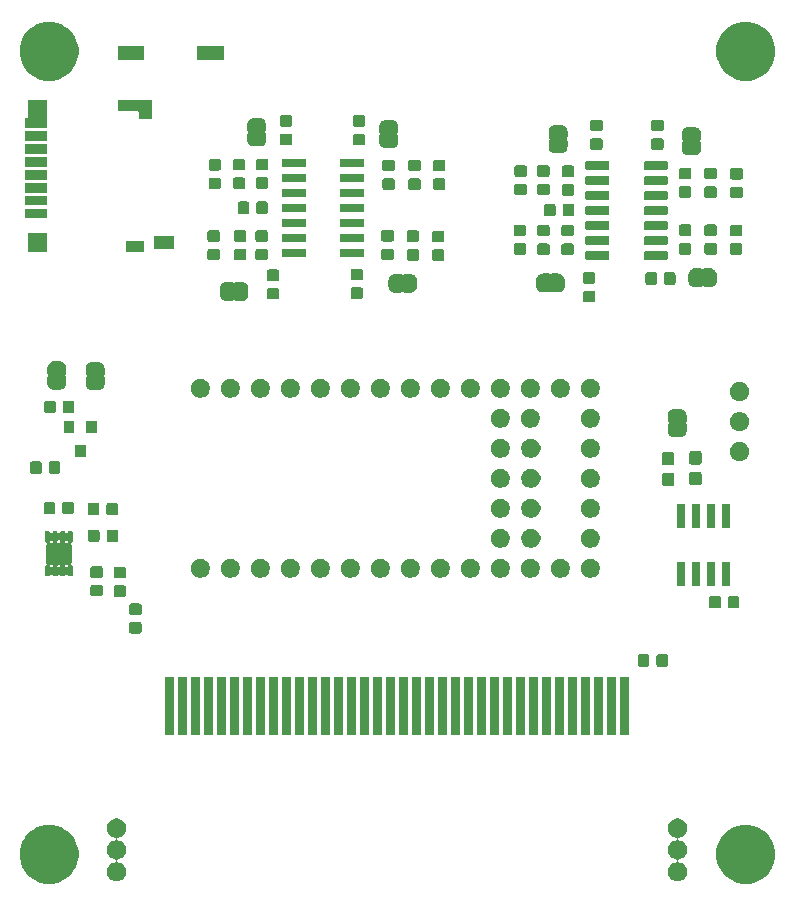
<source format=gts>
G04 #@! TF.GenerationSoftware,KiCad,Pcbnew,(5.1.4)-1*
G04 #@! TF.CreationDate,2019-12-10T17:27:58+01:00*
G04 #@! TF.ProjectId,teensy4_header_breakout,7465656e-7379-4345-9f68-65616465725f,rev?*
G04 #@! TF.SameCoordinates,Original*
G04 #@! TF.FileFunction,Soldermask,Top*
G04 #@! TF.FilePolarity,Negative*
%FSLAX46Y46*%
G04 Gerber Fmt 4.6, Leading zero omitted, Abs format (unit mm)*
G04 Created by KiCad (PCBNEW (5.1.4)-1) date 2019-12-10 17:27:58*
%MOMM*%
%LPD*%
G04 APERTURE LIST*
%ADD10C,0.100000*%
G04 APERTURE END LIST*
D10*
G36*
X173309312Y-140239673D02*
G01*
X173764282Y-140428128D01*
X173764284Y-140428129D01*
X173970405Y-140565855D01*
X174173746Y-140701723D01*
X174521967Y-141049944D01*
X174650446Y-141242227D01*
X174766295Y-141415606D01*
X174795562Y-141459408D01*
X174984017Y-141914378D01*
X175080090Y-142397370D01*
X175080090Y-142889830D01*
X174984017Y-143372822D01*
X174833519Y-143736155D01*
X174795561Y-143827794D01*
X174521966Y-144237257D01*
X174173747Y-144585476D01*
X173764284Y-144859071D01*
X173764283Y-144859072D01*
X173764282Y-144859072D01*
X173309312Y-145047527D01*
X172826320Y-145143600D01*
X172333860Y-145143600D01*
X171850868Y-145047527D01*
X171395898Y-144859072D01*
X171395897Y-144859072D01*
X171395896Y-144859071D01*
X170986433Y-144585476D01*
X170638214Y-144237257D01*
X170364619Y-143827794D01*
X170326661Y-143736155D01*
X170176163Y-143372822D01*
X170080090Y-142889830D01*
X170080090Y-142397370D01*
X170176163Y-141914378D01*
X170364618Y-141459408D01*
X170393886Y-141415606D01*
X170509734Y-141242227D01*
X170638213Y-141049944D01*
X170986434Y-140701723D01*
X171189775Y-140565855D01*
X171395896Y-140428129D01*
X171395898Y-140428128D01*
X171850868Y-140239673D01*
X172333860Y-140143600D01*
X172826320Y-140143600D01*
X173309312Y-140239673D01*
X173309312Y-140239673D01*
G37*
G36*
X114325902Y-140239673D02*
G01*
X114780872Y-140428128D01*
X114780874Y-140428129D01*
X114986995Y-140565855D01*
X115190336Y-140701723D01*
X115538557Y-141049944D01*
X115667036Y-141242227D01*
X115782885Y-141415606D01*
X115812152Y-141459408D01*
X116000607Y-141914378D01*
X116096680Y-142397370D01*
X116096680Y-142889830D01*
X116000607Y-143372822D01*
X115850109Y-143736155D01*
X115812151Y-143827794D01*
X115538556Y-144237257D01*
X115190337Y-144585476D01*
X114780874Y-144859071D01*
X114780873Y-144859072D01*
X114780872Y-144859072D01*
X114325902Y-145047527D01*
X113842910Y-145143600D01*
X113350450Y-145143600D01*
X112867458Y-145047527D01*
X112412488Y-144859072D01*
X112412487Y-144859072D01*
X112412486Y-144859071D01*
X112003023Y-144585476D01*
X111654804Y-144237257D01*
X111381209Y-143827794D01*
X111343251Y-143736155D01*
X111192753Y-143372822D01*
X111096680Y-142889830D01*
X111096680Y-142397370D01*
X111192753Y-141914378D01*
X111381208Y-141459408D01*
X111410476Y-141415606D01*
X111526324Y-141242227D01*
X111654803Y-141049944D01*
X112003024Y-140701723D01*
X112206365Y-140565855D01*
X112412486Y-140428129D01*
X112412488Y-140428128D01*
X112867458Y-140239673D01*
X113350450Y-140143600D01*
X113842910Y-140143600D01*
X114325902Y-140239673D01*
X114325902Y-140239673D01*
G37*
G36*
X167046985Y-139639595D02*
G01*
X167194904Y-139700865D01*
X167194905Y-139700866D01*
X167328030Y-139789817D01*
X167441243Y-139903030D01*
X167441244Y-139903032D01*
X167530195Y-140036156D01*
X167591465Y-140184075D01*
X167622700Y-140341105D01*
X167622700Y-140501215D01*
X167591465Y-140658245D01*
X167530195Y-140806164D01*
X167530194Y-140806165D01*
X167441243Y-140939290D01*
X167328030Y-141052503D01*
X167261015Y-141097281D01*
X167194904Y-141141455D01*
X167046985Y-141202725D01*
X166942224Y-141223563D01*
X166918775Y-141230676D01*
X166897164Y-141242227D01*
X166878222Y-141257772D01*
X166862677Y-141276714D01*
X166851126Y-141298325D01*
X166844013Y-141321774D01*
X166841611Y-141346160D01*
X166844013Y-141370546D01*
X166851126Y-141393995D01*
X166862677Y-141415606D01*
X166878222Y-141434548D01*
X166897164Y-141450093D01*
X166918775Y-141461644D01*
X166942224Y-141468757D01*
X167046985Y-141489595D01*
X167194904Y-141550865D01*
X167194905Y-141550866D01*
X167328030Y-141639817D01*
X167441243Y-141753030D01*
X167441244Y-141753032D01*
X167530195Y-141886156D01*
X167591465Y-142034075D01*
X167622700Y-142191105D01*
X167622700Y-142351215D01*
X167591465Y-142508245D01*
X167530195Y-142656164D01*
X167530194Y-142656165D01*
X167441243Y-142789290D01*
X167328030Y-142902503D01*
X167261015Y-142947281D01*
X167194904Y-142991455D01*
X167046985Y-143052725D01*
X166942224Y-143073563D01*
X166918775Y-143080676D01*
X166897164Y-143092227D01*
X166878222Y-143107772D01*
X166862677Y-143126714D01*
X166851126Y-143148325D01*
X166844013Y-143171774D01*
X166841611Y-143196160D01*
X166844013Y-143220546D01*
X166851126Y-143243995D01*
X166862677Y-143265606D01*
X166878222Y-143284548D01*
X166897164Y-143300093D01*
X166918775Y-143311644D01*
X166942224Y-143318757D01*
X167046985Y-143339595D01*
X167194904Y-143400865D01*
X167194905Y-143400866D01*
X167328030Y-143489817D01*
X167441243Y-143603030D01*
X167441244Y-143603032D01*
X167530195Y-143736156D01*
X167591465Y-143884075D01*
X167622700Y-144041105D01*
X167622700Y-144201215D01*
X167591465Y-144358245D01*
X167530195Y-144506164D01*
X167530194Y-144506165D01*
X167441243Y-144639290D01*
X167328030Y-144752503D01*
X167261015Y-144797281D01*
X167194904Y-144841455D01*
X167046985Y-144902725D01*
X166889955Y-144933960D01*
X166729845Y-144933960D01*
X166572815Y-144902725D01*
X166424896Y-144841455D01*
X166358785Y-144797281D01*
X166291770Y-144752503D01*
X166178557Y-144639290D01*
X166089606Y-144506165D01*
X166089605Y-144506164D01*
X166028335Y-144358245D01*
X165997100Y-144201215D01*
X165997100Y-144041105D01*
X166028335Y-143884075D01*
X166089605Y-143736156D01*
X166178556Y-143603032D01*
X166178557Y-143603030D01*
X166291770Y-143489817D01*
X166424895Y-143400866D01*
X166424896Y-143400865D01*
X166572815Y-143339595D01*
X166677576Y-143318757D01*
X166701025Y-143311644D01*
X166722636Y-143300093D01*
X166741578Y-143284548D01*
X166757123Y-143265606D01*
X166768674Y-143243995D01*
X166775787Y-143220546D01*
X166778189Y-143196160D01*
X166775787Y-143171774D01*
X166768674Y-143148325D01*
X166757123Y-143126714D01*
X166741578Y-143107772D01*
X166722636Y-143092227D01*
X166701025Y-143080676D01*
X166677576Y-143073563D01*
X166572815Y-143052725D01*
X166424896Y-142991455D01*
X166358785Y-142947281D01*
X166291770Y-142902503D01*
X166178557Y-142789290D01*
X166089606Y-142656165D01*
X166089605Y-142656164D01*
X166028335Y-142508245D01*
X165997100Y-142351215D01*
X165997100Y-142191105D01*
X166028335Y-142034075D01*
X166089605Y-141886156D01*
X166178556Y-141753032D01*
X166178557Y-141753030D01*
X166291770Y-141639817D01*
X166424895Y-141550866D01*
X166424896Y-141550865D01*
X166572815Y-141489595D01*
X166677576Y-141468757D01*
X166701025Y-141461644D01*
X166722636Y-141450093D01*
X166741578Y-141434548D01*
X166757123Y-141415606D01*
X166768674Y-141393995D01*
X166775787Y-141370546D01*
X166778189Y-141346160D01*
X166775787Y-141321774D01*
X166768674Y-141298325D01*
X166757123Y-141276714D01*
X166741578Y-141257772D01*
X166722636Y-141242227D01*
X166701025Y-141230676D01*
X166677576Y-141223563D01*
X166572815Y-141202725D01*
X166424896Y-141141455D01*
X166358785Y-141097281D01*
X166291770Y-141052503D01*
X166178557Y-140939290D01*
X166089606Y-140806165D01*
X166089605Y-140806164D01*
X166028335Y-140658245D01*
X165997100Y-140501215D01*
X165997100Y-140341105D01*
X166028335Y-140184075D01*
X166089605Y-140036156D01*
X166178556Y-139903032D01*
X166178557Y-139903030D01*
X166291770Y-139789817D01*
X166424895Y-139700866D01*
X166424896Y-139700865D01*
X166572815Y-139639595D01*
X166729845Y-139608360D01*
X166889955Y-139608360D01*
X167046985Y-139639595D01*
X167046985Y-139639595D01*
G37*
G36*
X119546985Y-139639595D02*
G01*
X119694904Y-139700865D01*
X119694905Y-139700866D01*
X119828030Y-139789817D01*
X119941243Y-139903030D01*
X119941244Y-139903032D01*
X120030195Y-140036156D01*
X120091465Y-140184075D01*
X120122700Y-140341105D01*
X120122700Y-140501215D01*
X120091465Y-140658245D01*
X120030195Y-140806164D01*
X120030194Y-140806165D01*
X119941243Y-140939290D01*
X119828030Y-141052503D01*
X119761015Y-141097281D01*
X119694904Y-141141455D01*
X119546985Y-141202725D01*
X119442224Y-141223563D01*
X119418775Y-141230676D01*
X119397164Y-141242227D01*
X119378222Y-141257772D01*
X119362677Y-141276714D01*
X119351126Y-141298325D01*
X119344013Y-141321774D01*
X119341611Y-141346160D01*
X119344013Y-141370546D01*
X119351126Y-141393995D01*
X119362677Y-141415606D01*
X119378222Y-141434548D01*
X119397164Y-141450093D01*
X119418775Y-141461644D01*
X119442224Y-141468757D01*
X119546985Y-141489595D01*
X119694904Y-141550865D01*
X119694905Y-141550866D01*
X119828030Y-141639817D01*
X119941243Y-141753030D01*
X119941244Y-141753032D01*
X120030195Y-141886156D01*
X120091465Y-142034075D01*
X120122700Y-142191105D01*
X120122700Y-142351215D01*
X120091465Y-142508245D01*
X120030195Y-142656164D01*
X120030194Y-142656165D01*
X119941243Y-142789290D01*
X119828030Y-142902503D01*
X119761015Y-142947281D01*
X119694904Y-142991455D01*
X119546985Y-143052725D01*
X119442224Y-143073563D01*
X119418775Y-143080676D01*
X119397164Y-143092227D01*
X119378222Y-143107772D01*
X119362677Y-143126714D01*
X119351126Y-143148325D01*
X119344013Y-143171774D01*
X119341611Y-143196160D01*
X119344013Y-143220546D01*
X119351126Y-143243995D01*
X119362677Y-143265606D01*
X119378222Y-143284548D01*
X119397164Y-143300093D01*
X119418775Y-143311644D01*
X119442224Y-143318757D01*
X119546985Y-143339595D01*
X119694904Y-143400865D01*
X119694905Y-143400866D01*
X119828030Y-143489817D01*
X119941243Y-143603030D01*
X119941244Y-143603032D01*
X120030195Y-143736156D01*
X120091465Y-143884075D01*
X120122700Y-144041105D01*
X120122700Y-144201215D01*
X120091465Y-144358245D01*
X120030195Y-144506164D01*
X120030194Y-144506165D01*
X119941243Y-144639290D01*
X119828030Y-144752503D01*
X119761015Y-144797281D01*
X119694904Y-144841455D01*
X119546985Y-144902725D01*
X119389955Y-144933960D01*
X119229845Y-144933960D01*
X119072815Y-144902725D01*
X118924896Y-144841455D01*
X118858785Y-144797281D01*
X118791770Y-144752503D01*
X118678557Y-144639290D01*
X118589606Y-144506165D01*
X118589605Y-144506164D01*
X118528335Y-144358245D01*
X118497100Y-144201215D01*
X118497100Y-144041105D01*
X118528335Y-143884075D01*
X118589605Y-143736156D01*
X118678556Y-143603032D01*
X118678557Y-143603030D01*
X118791770Y-143489817D01*
X118924895Y-143400866D01*
X118924896Y-143400865D01*
X119072815Y-143339595D01*
X119177576Y-143318757D01*
X119201025Y-143311644D01*
X119222636Y-143300093D01*
X119241578Y-143284548D01*
X119257123Y-143265606D01*
X119268674Y-143243995D01*
X119275787Y-143220546D01*
X119278189Y-143196160D01*
X119275787Y-143171774D01*
X119268674Y-143148325D01*
X119257123Y-143126714D01*
X119241578Y-143107772D01*
X119222636Y-143092227D01*
X119201025Y-143080676D01*
X119177576Y-143073563D01*
X119072815Y-143052725D01*
X118924896Y-142991455D01*
X118858785Y-142947281D01*
X118791770Y-142902503D01*
X118678557Y-142789290D01*
X118589606Y-142656165D01*
X118589605Y-142656164D01*
X118528335Y-142508245D01*
X118497100Y-142351215D01*
X118497100Y-142191105D01*
X118528335Y-142034075D01*
X118589605Y-141886156D01*
X118678556Y-141753032D01*
X118678557Y-141753030D01*
X118791770Y-141639817D01*
X118924895Y-141550866D01*
X118924896Y-141550865D01*
X119072815Y-141489595D01*
X119177576Y-141468757D01*
X119201025Y-141461644D01*
X119222636Y-141450093D01*
X119241578Y-141434548D01*
X119257123Y-141415606D01*
X119268674Y-141393995D01*
X119275787Y-141370546D01*
X119278189Y-141346160D01*
X119275787Y-141321774D01*
X119268674Y-141298325D01*
X119257123Y-141276714D01*
X119241578Y-141257772D01*
X119222636Y-141242227D01*
X119201025Y-141230676D01*
X119177576Y-141223563D01*
X119072815Y-141202725D01*
X118924896Y-141141455D01*
X118858785Y-141097281D01*
X118791770Y-141052503D01*
X118678557Y-140939290D01*
X118589606Y-140806165D01*
X118589605Y-140806164D01*
X118528335Y-140658245D01*
X118497100Y-140501215D01*
X118497100Y-140341105D01*
X118528335Y-140184075D01*
X118589605Y-140036156D01*
X118678556Y-139903032D01*
X118678557Y-139903030D01*
X118791770Y-139789817D01*
X118924895Y-139700866D01*
X118924896Y-139700865D01*
X119072815Y-139639595D01*
X119229845Y-139608360D01*
X119389955Y-139608360D01*
X119546985Y-139639595D01*
X119546985Y-139639595D01*
G37*
G36*
X160502420Y-132519120D02*
G01*
X159700820Y-132519120D01*
X159700820Y-127617520D01*
X160502420Y-127617520D01*
X160502420Y-132519120D01*
X160502420Y-132519120D01*
G37*
G36*
X150602420Y-132519120D02*
G01*
X149800820Y-132519120D01*
X149800820Y-127617520D01*
X150602420Y-127617520D01*
X150602420Y-132519120D01*
X150602420Y-132519120D01*
G37*
G36*
X161602420Y-132519120D02*
G01*
X160800820Y-132519120D01*
X160800820Y-127617520D01*
X161602420Y-127617520D01*
X161602420Y-132519120D01*
X161602420Y-132519120D01*
G37*
G36*
X162702420Y-132519120D02*
G01*
X161900820Y-132519120D01*
X161900820Y-127617520D01*
X162702420Y-127617520D01*
X162702420Y-132519120D01*
X162702420Y-132519120D01*
G37*
G36*
X151702420Y-132519120D02*
G01*
X150900820Y-132519120D01*
X150900820Y-127617520D01*
X151702420Y-127617520D01*
X151702420Y-132519120D01*
X151702420Y-132519120D01*
G37*
G36*
X155002420Y-132519120D02*
G01*
X154200820Y-132519120D01*
X154200820Y-127617520D01*
X155002420Y-127617520D01*
X155002420Y-132519120D01*
X155002420Y-132519120D01*
G37*
G36*
X153902420Y-132519120D02*
G01*
X153100820Y-132519120D01*
X153100820Y-127617520D01*
X153902420Y-127617520D01*
X153902420Y-132519120D01*
X153902420Y-132519120D01*
G37*
G36*
X152802420Y-132519120D02*
G01*
X152000820Y-132519120D01*
X152000820Y-127617520D01*
X152802420Y-127617520D01*
X152802420Y-132519120D01*
X152802420Y-132519120D01*
G37*
G36*
X124202420Y-132519120D02*
G01*
X123400820Y-132519120D01*
X123400820Y-127617520D01*
X124202420Y-127617520D01*
X124202420Y-132519120D01*
X124202420Y-132519120D01*
G37*
G36*
X149502420Y-132519120D02*
G01*
X148700820Y-132519120D01*
X148700820Y-127617520D01*
X149502420Y-127617520D01*
X149502420Y-132519120D01*
X149502420Y-132519120D01*
G37*
G36*
X148402420Y-132519120D02*
G01*
X147600820Y-132519120D01*
X147600820Y-127617520D01*
X148402420Y-127617520D01*
X148402420Y-132519120D01*
X148402420Y-132519120D01*
G37*
G36*
X147302420Y-132519120D02*
G01*
X146500820Y-132519120D01*
X146500820Y-127617520D01*
X147302420Y-127617520D01*
X147302420Y-132519120D01*
X147302420Y-132519120D01*
G37*
G36*
X146202420Y-132519120D02*
G01*
X145400820Y-132519120D01*
X145400820Y-127617520D01*
X146202420Y-127617520D01*
X146202420Y-132519120D01*
X146202420Y-132519120D01*
G37*
G36*
X145102420Y-132519120D02*
G01*
X144300820Y-132519120D01*
X144300820Y-127617520D01*
X145102420Y-127617520D01*
X145102420Y-132519120D01*
X145102420Y-132519120D01*
G37*
G36*
X144002420Y-132519120D02*
G01*
X143200820Y-132519120D01*
X143200820Y-127617520D01*
X144002420Y-127617520D01*
X144002420Y-132519120D01*
X144002420Y-132519120D01*
G37*
G36*
X142902420Y-132519120D02*
G01*
X142100820Y-132519120D01*
X142100820Y-127617520D01*
X142902420Y-127617520D01*
X142902420Y-132519120D01*
X142902420Y-132519120D01*
G37*
G36*
X141802420Y-132519120D02*
G01*
X141000820Y-132519120D01*
X141000820Y-127617520D01*
X141802420Y-127617520D01*
X141802420Y-132519120D01*
X141802420Y-132519120D01*
G37*
G36*
X140702420Y-132519120D02*
G01*
X139900820Y-132519120D01*
X139900820Y-127617520D01*
X140702420Y-127617520D01*
X140702420Y-132519120D01*
X140702420Y-132519120D01*
G37*
G36*
X133002420Y-132519120D02*
G01*
X132200820Y-132519120D01*
X132200820Y-127617520D01*
X133002420Y-127617520D01*
X133002420Y-132519120D01*
X133002420Y-132519120D01*
G37*
G36*
X159402420Y-132519120D02*
G01*
X158600820Y-132519120D01*
X158600820Y-127617520D01*
X159402420Y-127617520D01*
X159402420Y-132519120D01*
X159402420Y-132519120D01*
G37*
G36*
X158302420Y-132519120D02*
G01*
X157500820Y-132519120D01*
X157500820Y-127617520D01*
X158302420Y-127617520D01*
X158302420Y-132519120D01*
X158302420Y-132519120D01*
G37*
G36*
X157202420Y-132519120D02*
G01*
X156400820Y-132519120D01*
X156400820Y-127617520D01*
X157202420Y-127617520D01*
X157202420Y-132519120D01*
X157202420Y-132519120D01*
G37*
G36*
X138502420Y-132519120D02*
G01*
X137700820Y-132519120D01*
X137700820Y-127617520D01*
X138502420Y-127617520D01*
X138502420Y-132519120D01*
X138502420Y-132519120D01*
G37*
G36*
X156102420Y-132519120D02*
G01*
X155300820Y-132519120D01*
X155300820Y-127617520D01*
X156102420Y-127617520D01*
X156102420Y-132519120D01*
X156102420Y-132519120D01*
G37*
G36*
X137402420Y-132519120D02*
G01*
X136600820Y-132519120D01*
X136600820Y-127617520D01*
X137402420Y-127617520D01*
X137402420Y-132519120D01*
X137402420Y-132519120D01*
G37*
G36*
X136302420Y-132519120D02*
G01*
X135500820Y-132519120D01*
X135500820Y-127617520D01*
X136302420Y-127617520D01*
X136302420Y-132519120D01*
X136302420Y-132519120D01*
G37*
G36*
X135202420Y-132519120D02*
G01*
X134400820Y-132519120D01*
X134400820Y-127617520D01*
X135202420Y-127617520D01*
X135202420Y-132519120D01*
X135202420Y-132519120D01*
G37*
G36*
X134102420Y-132519120D02*
G01*
X133300820Y-132519120D01*
X133300820Y-127617520D01*
X134102420Y-127617520D01*
X134102420Y-132519120D01*
X134102420Y-132519120D01*
G37*
G36*
X129702420Y-132519120D02*
G01*
X128900820Y-132519120D01*
X128900820Y-127617520D01*
X129702420Y-127617520D01*
X129702420Y-132519120D01*
X129702420Y-132519120D01*
G37*
G36*
X131902420Y-132519120D02*
G01*
X131100820Y-132519120D01*
X131100820Y-127617520D01*
X131902420Y-127617520D01*
X131902420Y-132519120D01*
X131902420Y-132519120D01*
G37*
G36*
X130802420Y-132519120D02*
G01*
X130000820Y-132519120D01*
X130000820Y-127617520D01*
X130802420Y-127617520D01*
X130802420Y-132519120D01*
X130802420Y-132519120D01*
G37*
G36*
X139602420Y-132519120D02*
G01*
X138800820Y-132519120D01*
X138800820Y-127617520D01*
X139602420Y-127617520D01*
X139602420Y-132519120D01*
X139602420Y-132519120D01*
G37*
G36*
X128602420Y-132519120D02*
G01*
X127800820Y-132519120D01*
X127800820Y-127617520D01*
X128602420Y-127617520D01*
X128602420Y-132519120D01*
X128602420Y-132519120D01*
G37*
G36*
X127502420Y-132519120D02*
G01*
X126700820Y-132519120D01*
X126700820Y-127617520D01*
X127502420Y-127617520D01*
X127502420Y-132519120D01*
X127502420Y-132519120D01*
G37*
G36*
X126402420Y-132519120D02*
G01*
X125600820Y-132519120D01*
X125600820Y-127617520D01*
X126402420Y-127617520D01*
X126402420Y-132519120D01*
X126402420Y-132519120D01*
G37*
G36*
X125302420Y-132519120D02*
G01*
X124500820Y-132519120D01*
X124500820Y-127617520D01*
X125302420Y-127617520D01*
X125302420Y-132519120D01*
X125302420Y-132519120D01*
G37*
G36*
X164278648Y-125713743D02*
G01*
X164312613Y-125724046D01*
X164343914Y-125740777D01*
X164371348Y-125763292D01*
X164393863Y-125790726D01*
X164410594Y-125822027D01*
X164420897Y-125855992D01*
X164424980Y-125897450D01*
X164424980Y-126573470D01*
X164420897Y-126614928D01*
X164410594Y-126648893D01*
X164393863Y-126680194D01*
X164371348Y-126707628D01*
X164343914Y-126730143D01*
X164312613Y-126746874D01*
X164278648Y-126757177D01*
X164237190Y-126761260D01*
X163636170Y-126761260D01*
X163594712Y-126757177D01*
X163560747Y-126746874D01*
X163529446Y-126730143D01*
X163502012Y-126707628D01*
X163479497Y-126680194D01*
X163462766Y-126648893D01*
X163452463Y-126614928D01*
X163448380Y-126573470D01*
X163448380Y-125897450D01*
X163452463Y-125855992D01*
X163462766Y-125822027D01*
X163479497Y-125790726D01*
X163502012Y-125763292D01*
X163529446Y-125740777D01*
X163560747Y-125724046D01*
X163594712Y-125713743D01*
X163636170Y-125709660D01*
X164237190Y-125709660D01*
X164278648Y-125713743D01*
X164278648Y-125713743D01*
G37*
G36*
X165853648Y-125713743D02*
G01*
X165887613Y-125724046D01*
X165918914Y-125740777D01*
X165946348Y-125763292D01*
X165968863Y-125790726D01*
X165985594Y-125822027D01*
X165995897Y-125855992D01*
X165999980Y-125897450D01*
X165999980Y-126573470D01*
X165995897Y-126614928D01*
X165985594Y-126648893D01*
X165968863Y-126680194D01*
X165946348Y-126707628D01*
X165918914Y-126730143D01*
X165887613Y-126746874D01*
X165853648Y-126757177D01*
X165812190Y-126761260D01*
X165211170Y-126761260D01*
X165169712Y-126757177D01*
X165135747Y-126746874D01*
X165104446Y-126730143D01*
X165077012Y-126707628D01*
X165054497Y-126680194D01*
X165037766Y-126648893D01*
X165027463Y-126614928D01*
X165023380Y-126573470D01*
X165023380Y-125897450D01*
X165027463Y-125855992D01*
X165037766Y-125822027D01*
X165054497Y-125790726D01*
X165077012Y-125763292D01*
X165104446Y-125740777D01*
X165135747Y-125724046D01*
X165169712Y-125713743D01*
X165211170Y-125709660D01*
X165812190Y-125709660D01*
X165853648Y-125713743D01*
X165853648Y-125713743D01*
G37*
G36*
X121288548Y-122985183D02*
G01*
X121322513Y-122995486D01*
X121353814Y-123012217D01*
X121381248Y-123034732D01*
X121403763Y-123062166D01*
X121420494Y-123093467D01*
X121430797Y-123127432D01*
X121434880Y-123168890D01*
X121434880Y-123769910D01*
X121430797Y-123811368D01*
X121420494Y-123845333D01*
X121403763Y-123876634D01*
X121381248Y-123904068D01*
X121353814Y-123926583D01*
X121322513Y-123943314D01*
X121288548Y-123953617D01*
X121247090Y-123957700D01*
X120571070Y-123957700D01*
X120529612Y-123953617D01*
X120495647Y-123943314D01*
X120464346Y-123926583D01*
X120436912Y-123904068D01*
X120414397Y-123876634D01*
X120397666Y-123845333D01*
X120387363Y-123811368D01*
X120383280Y-123769910D01*
X120383280Y-123168890D01*
X120387363Y-123127432D01*
X120397666Y-123093467D01*
X120414397Y-123062166D01*
X120436912Y-123034732D01*
X120464346Y-123012217D01*
X120495647Y-122995486D01*
X120529612Y-122985183D01*
X120571070Y-122981100D01*
X121247090Y-122981100D01*
X121288548Y-122985183D01*
X121288548Y-122985183D01*
G37*
G36*
X121288548Y-121410183D02*
G01*
X121322513Y-121420486D01*
X121353814Y-121437217D01*
X121381248Y-121459732D01*
X121403763Y-121487166D01*
X121420494Y-121518467D01*
X121430797Y-121552432D01*
X121434880Y-121593890D01*
X121434880Y-122194910D01*
X121430797Y-122236368D01*
X121420494Y-122270333D01*
X121403763Y-122301634D01*
X121381248Y-122329068D01*
X121353814Y-122351583D01*
X121322513Y-122368314D01*
X121288548Y-122378617D01*
X121247090Y-122382700D01*
X120571070Y-122382700D01*
X120529612Y-122378617D01*
X120495647Y-122368314D01*
X120464346Y-122351583D01*
X120436912Y-122329068D01*
X120414397Y-122301634D01*
X120397666Y-122270333D01*
X120387363Y-122236368D01*
X120383280Y-122194910D01*
X120383280Y-121593890D01*
X120387363Y-121552432D01*
X120397666Y-121518467D01*
X120414397Y-121487166D01*
X120436912Y-121459732D01*
X120464346Y-121437217D01*
X120495647Y-121420486D01*
X120529612Y-121410183D01*
X120571070Y-121406100D01*
X121247090Y-121406100D01*
X121288548Y-121410183D01*
X121288548Y-121410183D01*
G37*
G36*
X171893568Y-120783603D02*
G01*
X171927533Y-120793906D01*
X171958834Y-120810637D01*
X171986268Y-120833152D01*
X172008783Y-120860586D01*
X172025514Y-120891887D01*
X172035817Y-120925852D01*
X172039900Y-120967310D01*
X172039900Y-121643330D01*
X172035817Y-121684788D01*
X172025514Y-121718753D01*
X172008783Y-121750054D01*
X171986268Y-121777488D01*
X171958834Y-121800003D01*
X171927533Y-121816734D01*
X171893568Y-121827037D01*
X171852110Y-121831120D01*
X171251090Y-121831120D01*
X171209632Y-121827037D01*
X171175667Y-121816734D01*
X171144366Y-121800003D01*
X171116932Y-121777488D01*
X171094417Y-121750054D01*
X171077686Y-121718753D01*
X171067383Y-121684788D01*
X171063300Y-121643330D01*
X171063300Y-120967310D01*
X171067383Y-120925852D01*
X171077686Y-120891887D01*
X171094417Y-120860586D01*
X171116932Y-120833152D01*
X171144366Y-120810637D01*
X171175667Y-120793906D01*
X171209632Y-120783603D01*
X171251090Y-120779520D01*
X171852110Y-120779520D01*
X171893568Y-120783603D01*
X171893568Y-120783603D01*
G37*
G36*
X170318568Y-120783603D02*
G01*
X170352533Y-120793906D01*
X170383834Y-120810637D01*
X170411268Y-120833152D01*
X170433783Y-120860586D01*
X170450514Y-120891887D01*
X170460817Y-120925852D01*
X170464900Y-120967310D01*
X170464900Y-121643330D01*
X170460817Y-121684788D01*
X170450514Y-121718753D01*
X170433783Y-121750054D01*
X170411268Y-121777488D01*
X170383834Y-121800003D01*
X170352533Y-121816734D01*
X170318568Y-121827037D01*
X170277110Y-121831120D01*
X169676090Y-121831120D01*
X169634632Y-121827037D01*
X169600667Y-121816734D01*
X169569366Y-121800003D01*
X169541932Y-121777488D01*
X169519417Y-121750054D01*
X169502686Y-121718753D01*
X169492383Y-121684788D01*
X169488300Y-121643330D01*
X169488300Y-120967310D01*
X169492383Y-120925852D01*
X169502686Y-120891887D01*
X169519417Y-120860586D01*
X169541932Y-120833152D01*
X169569366Y-120810637D01*
X169600667Y-120793906D01*
X169634632Y-120783603D01*
X169676090Y-120779520D01*
X170277110Y-120779520D01*
X170318568Y-120783603D01*
X170318568Y-120783603D01*
G37*
G36*
X119960128Y-119876423D02*
G01*
X119994093Y-119886726D01*
X120025394Y-119903457D01*
X120052828Y-119925972D01*
X120075343Y-119953406D01*
X120092074Y-119984707D01*
X120102377Y-120018672D01*
X120106460Y-120060130D01*
X120106460Y-120661150D01*
X120102377Y-120702608D01*
X120092074Y-120736573D01*
X120075343Y-120767874D01*
X120052828Y-120795308D01*
X120025394Y-120817823D01*
X119994093Y-120834554D01*
X119960128Y-120844857D01*
X119918670Y-120848940D01*
X119242650Y-120848940D01*
X119201192Y-120844857D01*
X119167227Y-120834554D01*
X119135926Y-120817823D01*
X119108492Y-120795308D01*
X119085977Y-120767874D01*
X119069246Y-120736573D01*
X119058943Y-120702608D01*
X119054860Y-120661150D01*
X119054860Y-120060130D01*
X119058943Y-120018672D01*
X119069246Y-119984707D01*
X119085977Y-119953406D01*
X119108492Y-119925972D01*
X119135926Y-119903457D01*
X119167227Y-119886726D01*
X119201192Y-119876423D01*
X119242650Y-119872340D01*
X119918670Y-119872340D01*
X119960128Y-119876423D01*
X119960128Y-119876423D01*
G37*
G36*
X118004328Y-119840863D02*
G01*
X118038293Y-119851166D01*
X118069594Y-119867897D01*
X118097028Y-119890412D01*
X118119543Y-119917846D01*
X118136274Y-119949147D01*
X118146577Y-119983112D01*
X118150660Y-120024570D01*
X118150660Y-120625590D01*
X118146577Y-120667048D01*
X118136274Y-120701013D01*
X118119543Y-120732314D01*
X118097028Y-120759748D01*
X118069594Y-120782263D01*
X118038293Y-120798994D01*
X118004328Y-120809297D01*
X117962870Y-120813380D01*
X117286850Y-120813380D01*
X117245392Y-120809297D01*
X117211427Y-120798994D01*
X117180126Y-120782263D01*
X117152692Y-120759748D01*
X117130177Y-120732314D01*
X117113446Y-120701013D01*
X117103143Y-120667048D01*
X117099060Y-120625590D01*
X117099060Y-120024570D01*
X117103143Y-119983112D01*
X117113446Y-119949147D01*
X117130177Y-119917846D01*
X117152692Y-119890412D01*
X117180126Y-119867897D01*
X117211427Y-119851166D01*
X117245392Y-119840863D01*
X117286850Y-119836780D01*
X117962870Y-119836780D01*
X118004328Y-119840863D01*
X118004328Y-119840863D01*
G37*
G36*
X171171329Y-117898262D02*
G01*
X171192392Y-117904652D01*
X171211809Y-117915030D01*
X171228825Y-117928995D01*
X171242790Y-117946011D01*
X171253168Y-117965428D01*
X171259558Y-117986491D01*
X171262320Y-118014540D01*
X171262320Y-119828060D01*
X171259558Y-119856109D01*
X171253168Y-119877172D01*
X171242790Y-119896589D01*
X171228825Y-119913605D01*
X171211809Y-119927570D01*
X171192392Y-119937948D01*
X171171329Y-119944338D01*
X171143280Y-119947100D01*
X170679760Y-119947100D01*
X170651711Y-119944338D01*
X170630648Y-119937948D01*
X170611231Y-119927570D01*
X170594215Y-119913605D01*
X170580250Y-119896589D01*
X170569872Y-119877172D01*
X170563482Y-119856109D01*
X170560720Y-119828060D01*
X170560720Y-118014540D01*
X170563482Y-117986491D01*
X170569872Y-117965428D01*
X170580250Y-117946011D01*
X170594215Y-117928995D01*
X170611231Y-117915030D01*
X170630648Y-117904652D01*
X170651711Y-117898262D01*
X170679760Y-117895500D01*
X171143280Y-117895500D01*
X171171329Y-117898262D01*
X171171329Y-117898262D01*
G37*
G36*
X169901329Y-117898262D02*
G01*
X169922392Y-117904652D01*
X169941809Y-117915030D01*
X169958825Y-117928995D01*
X169972790Y-117946011D01*
X169983168Y-117965428D01*
X169989558Y-117986491D01*
X169992320Y-118014540D01*
X169992320Y-119828060D01*
X169989558Y-119856109D01*
X169983168Y-119877172D01*
X169972790Y-119896589D01*
X169958825Y-119913605D01*
X169941809Y-119927570D01*
X169922392Y-119937948D01*
X169901329Y-119944338D01*
X169873280Y-119947100D01*
X169409760Y-119947100D01*
X169381711Y-119944338D01*
X169360648Y-119937948D01*
X169341231Y-119927570D01*
X169324215Y-119913605D01*
X169310250Y-119896589D01*
X169299872Y-119877172D01*
X169293482Y-119856109D01*
X169290720Y-119828060D01*
X169290720Y-118014540D01*
X169293482Y-117986491D01*
X169299872Y-117965428D01*
X169310250Y-117946011D01*
X169324215Y-117928995D01*
X169341231Y-117915030D01*
X169360648Y-117904652D01*
X169381711Y-117898262D01*
X169409760Y-117895500D01*
X169873280Y-117895500D01*
X169901329Y-117898262D01*
X169901329Y-117898262D01*
G37*
G36*
X168631329Y-117898262D02*
G01*
X168652392Y-117904652D01*
X168671809Y-117915030D01*
X168688825Y-117928995D01*
X168702790Y-117946011D01*
X168713168Y-117965428D01*
X168719558Y-117986491D01*
X168722320Y-118014540D01*
X168722320Y-119828060D01*
X168719558Y-119856109D01*
X168713168Y-119877172D01*
X168702790Y-119896589D01*
X168688825Y-119913605D01*
X168671809Y-119927570D01*
X168652392Y-119937948D01*
X168631329Y-119944338D01*
X168603280Y-119947100D01*
X168139760Y-119947100D01*
X168111711Y-119944338D01*
X168090648Y-119937948D01*
X168071231Y-119927570D01*
X168054215Y-119913605D01*
X168040250Y-119896589D01*
X168029872Y-119877172D01*
X168023482Y-119856109D01*
X168020720Y-119828060D01*
X168020720Y-118014540D01*
X168023482Y-117986491D01*
X168029872Y-117965428D01*
X168040250Y-117946011D01*
X168054215Y-117928995D01*
X168071231Y-117915030D01*
X168090648Y-117904652D01*
X168111711Y-117898262D01*
X168139760Y-117895500D01*
X168603280Y-117895500D01*
X168631329Y-117898262D01*
X168631329Y-117898262D01*
G37*
G36*
X167361329Y-117898262D02*
G01*
X167382392Y-117904652D01*
X167401809Y-117915030D01*
X167418825Y-117928995D01*
X167432790Y-117946011D01*
X167443168Y-117965428D01*
X167449558Y-117986491D01*
X167452320Y-118014540D01*
X167452320Y-119828060D01*
X167449558Y-119856109D01*
X167443168Y-119877172D01*
X167432790Y-119896589D01*
X167418825Y-119913605D01*
X167401809Y-119927570D01*
X167382392Y-119937948D01*
X167361329Y-119944338D01*
X167333280Y-119947100D01*
X166869760Y-119947100D01*
X166841711Y-119944338D01*
X166820648Y-119937948D01*
X166801231Y-119927570D01*
X166784215Y-119913605D01*
X166770250Y-119896589D01*
X166759872Y-119877172D01*
X166753482Y-119856109D01*
X166750720Y-119828060D01*
X166750720Y-118014540D01*
X166753482Y-117986491D01*
X166759872Y-117965428D01*
X166770250Y-117946011D01*
X166784215Y-117928995D01*
X166801231Y-117915030D01*
X166820648Y-117904652D01*
X166841711Y-117898262D01*
X166869760Y-117895500D01*
X167333280Y-117895500D01*
X167361329Y-117898262D01*
X167361329Y-117898262D01*
G37*
G36*
X119960128Y-118301423D02*
G01*
X119994093Y-118311726D01*
X120025394Y-118328457D01*
X120052828Y-118350972D01*
X120075343Y-118378406D01*
X120092074Y-118409707D01*
X120102377Y-118443672D01*
X120106460Y-118485130D01*
X120106460Y-119086150D01*
X120102377Y-119127608D01*
X120092074Y-119161573D01*
X120075343Y-119192874D01*
X120052828Y-119220308D01*
X120025394Y-119242823D01*
X119994093Y-119259554D01*
X119960128Y-119269857D01*
X119918670Y-119273940D01*
X119242650Y-119273940D01*
X119201192Y-119269857D01*
X119167227Y-119259554D01*
X119135926Y-119242823D01*
X119108492Y-119220308D01*
X119085977Y-119192874D01*
X119069246Y-119161573D01*
X119058943Y-119127608D01*
X119054860Y-119086150D01*
X119054860Y-118485130D01*
X119058943Y-118443672D01*
X119069246Y-118409707D01*
X119085977Y-118378406D01*
X119108492Y-118350972D01*
X119135926Y-118328457D01*
X119167227Y-118311726D01*
X119201192Y-118301423D01*
X119242650Y-118297340D01*
X119918670Y-118297340D01*
X119960128Y-118301423D01*
X119960128Y-118301423D01*
G37*
G36*
X118004328Y-118265863D02*
G01*
X118038293Y-118276166D01*
X118069594Y-118292897D01*
X118097028Y-118315412D01*
X118119543Y-118342846D01*
X118136274Y-118374147D01*
X118146577Y-118408112D01*
X118150660Y-118449570D01*
X118150660Y-119050590D01*
X118146577Y-119092048D01*
X118136274Y-119126013D01*
X118119543Y-119157314D01*
X118097028Y-119184748D01*
X118069594Y-119207263D01*
X118038293Y-119223994D01*
X118004328Y-119234297D01*
X117962870Y-119238380D01*
X117286850Y-119238380D01*
X117245392Y-119234297D01*
X117211427Y-119223994D01*
X117180126Y-119207263D01*
X117152692Y-119184748D01*
X117130177Y-119157314D01*
X117113446Y-119126013D01*
X117103143Y-119092048D01*
X117099060Y-119050590D01*
X117099060Y-118449570D01*
X117103143Y-118408112D01*
X117113446Y-118374147D01*
X117130177Y-118342846D01*
X117152692Y-118315412D01*
X117180126Y-118292897D01*
X117211427Y-118276166D01*
X117245392Y-118265863D01*
X117286850Y-118261780D01*
X117962870Y-118261780D01*
X118004328Y-118265863D01*
X118004328Y-118265863D01*
G37*
G36*
X134252565Y-117640855D02*
G01*
X134400484Y-117702125D01*
X134400485Y-117702126D01*
X134533610Y-117791077D01*
X134646823Y-117904290D01*
X134646824Y-117904292D01*
X134735775Y-118037416D01*
X134797045Y-118185335D01*
X134828280Y-118342365D01*
X134828280Y-118502475D01*
X134797045Y-118659505D01*
X134735775Y-118807424D01*
X134735774Y-118807425D01*
X134646823Y-118940550D01*
X134533610Y-119053763D01*
X134485139Y-119086150D01*
X134400484Y-119142715D01*
X134252565Y-119203985D01*
X134095535Y-119235220D01*
X133935425Y-119235220D01*
X133778395Y-119203985D01*
X133630476Y-119142715D01*
X133545821Y-119086150D01*
X133497350Y-119053763D01*
X133384137Y-118940550D01*
X133295186Y-118807425D01*
X133295185Y-118807424D01*
X133233915Y-118659505D01*
X133202680Y-118502475D01*
X133202680Y-118342365D01*
X133233915Y-118185335D01*
X133295185Y-118037416D01*
X133384136Y-117904292D01*
X133384137Y-117904290D01*
X133497350Y-117791077D01*
X133630475Y-117702126D01*
X133630476Y-117702125D01*
X133778395Y-117640855D01*
X133935425Y-117609620D01*
X134095535Y-117609620D01*
X134252565Y-117640855D01*
X134252565Y-117640855D01*
G37*
G36*
X126632565Y-117640855D02*
G01*
X126780484Y-117702125D01*
X126780485Y-117702126D01*
X126913610Y-117791077D01*
X127026823Y-117904290D01*
X127026824Y-117904292D01*
X127115775Y-118037416D01*
X127177045Y-118185335D01*
X127208280Y-118342365D01*
X127208280Y-118502475D01*
X127177045Y-118659505D01*
X127115775Y-118807424D01*
X127115774Y-118807425D01*
X127026823Y-118940550D01*
X126913610Y-119053763D01*
X126865139Y-119086150D01*
X126780484Y-119142715D01*
X126632565Y-119203985D01*
X126475535Y-119235220D01*
X126315425Y-119235220D01*
X126158395Y-119203985D01*
X126010476Y-119142715D01*
X125925821Y-119086150D01*
X125877350Y-119053763D01*
X125764137Y-118940550D01*
X125675186Y-118807425D01*
X125675185Y-118807424D01*
X125613915Y-118659505D01*
X125582680Y-118502475D01*
X125582680Y-118342365D01*
X125613915Y-118185335D01*
X125675185Y-118037416D01*
X125764136Y-117904292D01*
X125764137Y-117904290D01*
X125877350Y-117791077D01*
X126010475Y-117702126D01*
X126010476Y-117702125D01*
X126158395Y-117640855D01*
X126315425Y-117609620D01*
X126475535Y-117609620D01*
X126632565Y-117640855D01*
X126632565Y-117640855D01*
G37*
G36*
X129172565Y-117640855D02*
G01*
X129320484Y-117702125D01*
X129320485Y-117702126D01*
X129453610Y-117791077D01*
X129566823Y-117904290D01*
X129566824Y-117904292D01*
X129655775Y-118037416D01*
X129717045Y-118185335D01*
X129748280Y-118342365D01*
X129748280Y-118502475D01*
X129717045Y-118659505D01*
X129655775Y-118807424D01*
X129655774Y-118807425D01*
X129566823Y-118940550D01*
X129453610Y-119053763D01*
X129405139Y-119086150D01*
X129320484Y-119142715D01*
X129172565Y-119203985D01*
X129015535Y-119235220D01*
X128855425Y-119235220D01*
X128698395Y-119203985D01*
X128550476Y-119142715D01*
X128465821Y-119086150D01*
X128417350Y-119053763D01*
X128304137Y-118940550D01*
X128215186Y-118807425D01*
X128215185Y-118807424D01*
X128153915Y-118659505D01*
X128122680Y-118502475D01*
X128122680Y-118342365D01*
X128153915Y-118185335D01*
X128215185Y-118037416D01*
X128304136Y-117904292D01*
X128304137Y-117904290D01*
X128417350Y-117791077D01*
X128550475Y-117702126D01*
X128550476Y-117702125D01*
X128698395Y-117640855D01*
X128855425Y-117609620D01*
X129015535Y-117609620D01*
X129172565Y-117640855D01*
X129172565Y-117640855D01*
G37*
G36*
X131712565Y-117640855D02*
G01*
X131860484Y-117702125D01*
X131860485Y-117702126D01*
X131993610Y-117791077D01*
X132106823Y-117904290D01*
X132106824Y-117904292D01*
X132195775Y-118037416D01*
X132257045Y-118185335D01*
X132288280Y-118342365D01*
X132288280Y-118502475D01*
X132257045Y-118659505D01*
X132195775Y-118807424D01*
X132195774Y-118807425D01*
X132106823Y-118940550D01*
X131993610Y-119053763D01*
X131945139Y-119086150D01*
X131860484Y-119142715D01*
X131712565Y-119203985D01*
X131555535Y-119235220D01*
X131395425Y-119235220D01*
X131238395Y-119203985D01*
X131090476Y-119142715D01*
X131005821Y-119086150D01*
X130957350Y-119053763D01*
X130844137Y-118940550D01*
X130755186Y-118807425D01*
X130755185Y-118807424D01*
X130693915Y-118659505D01*
X130662680Y-118502475D01*
X130662680Y-118342365D01*
X130693915Y-118185335D01*
X130755185Y-118037416D01*
X130844136Y-117904292D01*
X130844137Y-117904290D01*
X130957350Y-117791077D01*
X131090475Y-117702126D01*
X131090476Y-117702125D01*
X131238395Y-117640855D01*
X131395425Y-117609620D01*
X131555535Y-117609620D01*
X131712565Y-117640855D01*
X131712565Y-117640855D01*
G37*
G36*
X136792565Y-117640855D02*
G01*
X136940484Y-117702125D01*
X136940485Y-117702126D01*
X137073610Y-117791077D01*
X137186823Y-117904290D01*
X137186824Y-117904292D01*
X137275775Y-118037416D01*
X137337045Y-118185335D01*
X137368280Y-118342365D01*
X137368280Y-118502475D01*
X137337045Y-118659505D01*
X137275775Y-118807424D01*
X137275774Y-118807425D01*
X137186823Y-118940550D01*
X137073610Y-119053763D01*
X137025139Y-119086150D01*
X136940484Y-119142715D01*
X136792565Y-119203985D01*
X136635535Y-119235220D01*
X136475425Y-119235220D01*
X136318395Y-119203985D01*
X136170476Y-119142715D01*
X136085821Y-119086150D01*
X136037350Y-119053763D01*
X135924137Y-118940550D01*
X135835186Y-118807425D01*
X135835185Y-118807424D01*
X135773915Y-118659505D01*
X135742680Y-118502475D01*
X135742680Y-118342365D01*
X135773915Y-118185335D01*
X135835185Y-118037416D01*
X135924136Y-117904292D01*
X135924137Y-117904290D01*
X136037350Y-117791077D01*
X136170475Y-117702126D01*
X136170476Y-117702125D01*
X136318395Y-117640855D01*
X136475425Y-117609620D01*
X136635535Y-117609620D01*
X136792565Y-117640855D01*
X136792565Y-117640855D01*
G37*
G36*
X139332565Y-117640855D02*
G01*
X139480484Y-117702125D01*
X139480485Y-117702126D01*
X139613610Y-117791077D01*
X139726823Y-117904290D01*
X139726824Y-117904292D01*
X139815775Y-118037416D01*
X139877045Y-118185335D01*
X139908280Y-118342365D01*
X139908280Y-118502475D01*
X139877045Y-118659505D01*
X139815775Y-118807424D01*
X139815774Y-118807425D01*
X139726823Y-118940550D01*
X139613610Y-119053763D01*
X139565139Y-119086150D01*
X139480484Y-119142715D01*
X139332565Y-119203985D01*
X139175535Y-119235220D01*
X139015425Y-119235220D01*
X138858395Y-119203985D01*
X138710476Y-119142715D01*
X138625821Y-119086150D01*
X138577350Y-119053763D01*
X138464137Y-118940550D01*
X138375186Y-118807425D01*
X138375185Y-118807424D01*
X138313915Y-118659505D01*
X138282680Y-118502475D01*
X138282680Y-118342365D01*
X138313915Y-118185335D01*
X138375185Y-118037416D01*
X138464136Y-117904292D01*
X138464137Y-117904290D01*
X138577350Y-117791077D01*
X138710475Y-117702126D01*
X138710476Y-117702125D01*
X138858395Y-117640855D01*
X139015425Y-117609620D01*
X139175535Y-117609620D01*
X139332565Y-117640855D01*
X139332565Y-117640855D01*
G37*
G36*
X141872565Y-117640855D02*
G01*
X142020484Y-117702125D01*
X142020485Y-117702126D01*
X142153610Y-117791077D01*
X142266823Y-117904290D01*
X142266824Y-117904292D01*
X142355775Y-118037416D01*
X142417045Y-118185335D01*
X142448280Y-118342365D01*
X142448280Y-118502475D01*
X142417045Y-118659505D01*
X142355775Y-118807424D01*
X142355774Y-118807425D01*
X142266823Y-118940550D01*
X142153610Y-119053763D01*
X142105139Y-119086150D01*
X142020484Y-119142715D01*
X141872565Y-119203985D01*
X141715535Y-119235220D01*
X141555425Y-119235220D01*
X141398395Y-119203985D01*
X141250476Y-119142715D01*
X141165821Y-119086150D01*
X141117350Y-119053763D01*
X141004137Y-118940550D01*
X140915186Y-118807425D01*
X140915185Y-118807424D01*
X140853915Y-118659505D01*
X140822680Y-118502475D01*
X140822680Y-118342365D01*
X140853915Y-118185335D01*
X140915185Y-118037416D01*
X141004136Y-117904292D01*
X141004137Y-117904290D01*
X141117350Y-117791077D01*
X141250475Y-117702126D01*
X141250476Y-117702125D01*
X141398395Y-117640855D01*
X141555425Y-117609620D01*
X141715535Y-117609620D01*
X141872565Y-117640855D01*
X141872565Y-117640855D01*
G37*
G36*
X146952565Y-117640855D02*
G01*
X147100484Y-117702125D01*
X147100485Y-117702126D01*
X147233610Y-117791077D01*
X147346823Y-117904290D01*
X147346824Y-117904292D01*
X147435775Y-118037416D01*
X147497045Y-118185335D01*
X147528280Y-118342365D01*
X147528280Y-118502475D01*
X147497045Y-118659505D01*
X147435775Y-118807424D01*
X147435774Y-118807425D01*
X147346823Y-118940550D01*
X147233610Y-119053763D01*
X147185139Y-119086150D01*
X147100484Y-119142715D01*
X146952565Y-119203985D01*
X146795535Y-119235220D01*
X146635425Y-119235220D01*
X146478395Y-119203985D01*
X146330476Y-119142715D01*
X146245821Y-119086150D01*
X146197350Y-119053763D01*
X146084137Y-118940550D01*
X145995186Y-118807425D01*
X145995185Y-118807424D01*
X145933915Y-118659505D01*
X145902680Y-118502475D01*
X145902680Y-118342365D01*
X145933915Y-118185335D01*
X145995185Y-118037416D01*
X146084136Y-117904292D01*
X146084137Y-117904290D01*
X146197350Y-117791077D01*
X146330475Y-117702126D01*
X146330476Y-117702125D01*
X146478395Y-117640855D01*
X146635425Y-117609620D01*
X146795535Y-117609620D01*
X146952565Y-117640855D01*
X146952565Y-117640855D01*
G37*
G36*
X144412565Y-117640855D02*
G01*
X144560484Y-117702125D01*
X144560485Y-117702126D01*
X144693610Y-117791077D01*
X144806823Y-117904290D01*
X144806824Y-117904292D01*
X144895775Y-118037416D01*
X144957045Y-118185335D01*
X144988280Y-118342365D01*
X144988280Y-118502475D01*
X144957045Y-118659505D01*
X144895775Y-118807424D01*
X144895774Y-118807425D01*
X144806823Y-118940550D01*
X144693610Y-119053763D01*
X144645139Y-119086150D01*
X144560484Y-119142715D01*
X144412565Y-119203985D01*
X144255535Y-119235220D01*
X144095425Y-119235220D01*
X143938395Y-119203985D01*
X143790476Y-119142715D01*
X143705821Y-119086150D01*
X143657350Y-119053763D01*
X143544137Y-118940550D01*
X143455186Y-118807425D01*
X143455185Y-118807424D01*
X143393915Y-118659505D01*
X143362680Y-118502475D01*
X143362680Y-118342365D01*
X143393915Y-118185335D01*
X143455185Y-118037416D01*
X143544136Y-117904292D01*
X143544137Y-117904290D01*
X143657350Y-117791077D01*
X143790475Y-117702126D01*
X143790476Y-117702125D01*
X143938395Y-117640855D01*
X144095425Y-117609620D01*
X144255535Y-117609620D01*
X144412565Y-117640855D01*
X144412565Y-117640855D01*
G37*
G36*
X154572565Y-117640855D02*
G01*
X154720484Y-117702125D01*
X154720485Y-117702126D01*
X154853610Y-117791077D01*
X154966823Y-117904290D01*
X154966824Y-117904292D01*
X155055775Y-118037416D01*
X155117045Y-118185335D01*
X155148280Y-118342365D01*
X155148280Y-118502475D01*
X155117045Y-118659505D01*
X155055775Y-118807424D01*
X155055774Y-118807425D01*
X154966823Y-118940550D01*
X154853610Y-119053763D01*
X154805139Y-119086150D01*
X154720484Y-119142715D01*
X154572565Y-119203985D01*
X154415535Y-119235220D01*
X154255425Y-119235220D01*
X154098395Y-119203985D01*
X153950476Y-119142715D01*
X153865821Y-119086150D01*
X153817350Y-119053763D01*
X153704137Y-118940550D01*
X153615186Y-118807425D01*
X153615185Y-118807424D01*
X153553915Y-118659505D01*
X153522680Y-118502475D01*
X153522680Y-118342365D01*
X153553915Y-118185335D01*
X153615185Y-118037416D01*
X153704136Y-117904292D01*
X153704137Y-117904290D01*
X153817350Y-117791077D01*
X153950475Y-117702126D01*
X153950476Y-117702125D01*
X154098395Y-117640855D01*
X154255425Y-117609620D01*
X154415535Y-117609620D01*
X154572565Y-117640855D01*
X154572565Y-117640855D01*
G37*
G36*
X157112565Y-117640855D02*
G01*
X157260484Y-117702125D01*
X157260485Y-117702126D01*
X157393610Y-117791077D01*
X157506823Y-117904290D01*
X157506824Y-117904292D01*
X157595775Y-118037416D01*
X157657045Y-118185335D01*
X157688280Y-118342365D01*
X157688280Y-118502475D01*
X157657045Y-118659505D01*
X157595775Y-118807424D01*
X157595774Y-118807425D01*
X157506823Y-118940550D01*
X157393610Y-119053763D01*
X157345139Y-119086150D01*
X157260484Y-119142715D01*
X157112565Y-119203985D01*
X156955535Y-119235220D01*
X156795425Y-119235220D01*
X156638395Y-119203985D01*
X156490476Y-119142715D01*
X156405821Y-119086150D01*
X156357350Y-119053763D01*
X156244137Y-118940550D01*
X156155186Y-118807425D01*
X156155185Y-118807424D01*
X156093915Y-118659505D01*
X156062680Y-118502475D01*
X156062680Y-118342365D01*
X156093915Y-118185335D01*
X156155185Y-118037416D01*
X156244136Y-117904292D01*
X156244137Y-117904290D01*
X156357350Y-117791077D01*
X156490475Y-117702126D01*
X156490476Y-117702125D01*
X156638395Y-117640855D01*
X156795425Y-117609620D01*
X156955535Y-117609620D01*
X157112565Y-117640855D01*
X157112565Y-117640855D01*
G37*
G36*
X159652565Y-117640855D02*
G01*
X159800484Y-117702125D01*
X159800485Y-117702126D01*
X159933610Y-117791077D01*
X160046823Y-117904290D01*
X160046824Y-117904292D01*
X160135775Y-118037416D01*
X160197045Y-118185335D01*
X160228280Y-118342365D01*
X160228280Y-118502475D01*
X160197045Y-118659505D01*
X160135775Y-118807424D01*
X160135774Y-118807425D01*
X160046823Y-118940550D01*
X159933610Y-119053763D01*
X159885139Y-119086150D01*
X159800484Y-119142715D01*
X159652565Y-119203985D01*
X159495535Y-119235220D01*
X159335425Y-119235220D01*
X159178395Y-119203985D01*
X159030476Y-119142715D01*
X158945821Y-119086150D01*
X158897350Y-119053763D01*
X158784137Y-118940550D01*
X158695186Y-118807425D01*
X158695185Y-118807424D01*
X158633915Y-118659505D01*
X158602680Y-118502475D01*
X158602680Y-118342365D01*
X158633915Y-118185335D01*
X158695185Y-118037416D01*
X158784136Y-117904292D01*
X158784137Y-117904290D01*
X158897350Y-117791077D01*
X159030475Y-117702126D01*
X159030476Y-117702125D01*
X159178395Y-117640855D01*
X159335425Y-117609620D01*
X159495535Y-117609620D01*
X159652565Y-117640855D01*
X159652565Y-117640855D01*
G37*
G36*
X149492565Y-117640855D02*
G01*
X149640484Y-117702125D01*
X149640485Y-117702126D01*
X149773610Y-117791077D01*
X149886823Y-117904290D01*
X149886824Y-117904292D01*
X149975775Y-118037416D01*
X150037045Y-118185335D01*
X150068280Y-118342365D01*
X150068280Y-118502475D01*
X150037045Y-118659505D01*
X149975775Y-118807424D01*
X149975774Y-118807425D01*
X149886823Y-118940550D01*
X149773610Y-119053763D01*
X149725139Y-119086150D01*
X149640484Y-119142715D01*
X149492565Y-119203985D01*
X149335535Y-119235220D01*
X149175425Y-119235220D01*
X149018395Y-119203985D01*
X148870476Y-119142715D01*
X148785821Y-119086150D01*
X148737350Y-119053763D01*
X148624137Y-118940550D01*
X148535186Y-118807425D01*
X148535185Y-118807424D01*
X148473915Y-118659505D01*
X148442680Y-118502475D01*
X148442680Y-118342365D01*
X148473915Y-118185335D01*
X148535185Y-118037416D01*
X148624136Y-117904292D01*
X148624137Y-117904290D01*
X148737350Y-117791077D01*
X148870475Y-117702126D01*
X148870476Y-117702125D01*
X149018395Y-117640855D01*
X149175425Y-117609620D01*
X149335535Y-117609620D01*
X149492565Y-117640855D01*
X149492565Y-117640855D01*
G37*
G36*
X152032565Y-117640855D02*
G01*
X152180484Y-117702125D01*
X152180485Y-117702126D01*
X152313610Y-117791077D01*
X152426823Y-117904290D01*
X152426824Y-117904292D01*
X152515775Y-118037416D01*
X152577045Y-118185335D01*
X152608280Y-118342365D01*
X152608280Y-118502475D01*
X152577045Y-118659505D01*
X152515775Y-118807424D01*
X152515774Y-118807425D01*
X152426823Y-118940550D01*
X152313610Y-119053763D01*
X152265139Y-119086150D01*
X152180484Y-119142715D01*
X152032565Y-119203985D01*
X151875535Y-119235220D01*
X151715425Y-119235220D01*
X151558395Y-119203985D01*
X151410476Y-119142715D01*
X151325821Y-119086150D01*
X151277350Y-119053763D01*
X151164137Y-118940550D01*
X151075186Y-118807425D01*
X151075185Y-118807424D01*
X151013915Y-118659505D01*
X150982680Y-118502475D01*
X150982680Y-118342365D01*
X151013915Y-118185335D01*
X151075185Y-118037416D01*
X151164136Y-117904292D01*
X151164137Y-117904290D01*
X151277350Y-117791077D01*
X151410475Y-117702126D01*
X151410476Y-117702125D01*
X151558395Y-117640855D01*
X151715425Y-117609620D01*
X151875535Y-117609620D01*
X152032565Y-117640855D01*
X152032565Y-117640855D01*
G37*
G36*
X113624714Y-115313901D02*
G01*
X113631714Y-115316025D01*
X113638162Y-115319471D01*
X113643812Y-115324108D01*
X113648449Y-115329758D01*
X113651895Y-115336206D01*
X113654019Y-115343206D01*
X113655143Y-115354619D01*
X113659923Y-115378652D01*
X113669301Y-115401291D01*
X113682914Y-115421666D01*
X113700241Y-115438993D01*
X113720616Y-115452606D01*
X113743255Y-115461984D01*
X113767288Y-115466764D01*
X113791792Y-115466764D01*
X113815825Y-115461984D01*
X113838464Y-115452606D01*
X113858839Y-115438993D01*
X113876166Y-115421666D01*
X113889779Y-115401291D01*
X113899157Y-115378652D01*
X113903937Y-115354619D01*
X113905061Y-115343206D01*
X113907185Y-115336206D01*
X113910631Y-115329758D01*
X113915268Y-115324108D01*
X113920918Y-115319471D01*
X113927366Y-115316025D01*
X113934366Y-115313901D01*
X113947780Y-115312580D01*
X114261300Y-115312580D01*
X114274714Y-115313901D01*
X114281714Y-115316025D01*
X114288162Y-115319471D01*
X114293812Y-115324108D01*
X114298449Y-115329758D01*
X114301895Y-115336206D01*
X114304019Y-115343206D01*
X114305143Y-115354619D01*
X114309923Y-115378652D01*
X114319301Y-115401291D01*
X114332914Y-115421666D01*
X114350241Y-115438993D01*
X114370616Y-115452606D01*
X114393255Y-115461984D01*
X114417288Y-115466764D01*
X114441792Y-115466764D01*
X114465825Y-115461984D01*
X114488464Y-115452606D01*
X114508839Y-115438993D01*
X114526166Y-115421666D01*
X114539779Y-115401291D01*
X114549157Y-115378652D01*
X114553937Y-115354619D01*
X114555061Y-115343206D01*
X114557185Y-115336206D01*
X114560631Y-115329758D01*
X114565268Y-115324108D01*
X114570918Y-115319471D01*
X114577366Y-115316025D01*
X114584366Y-115313901D01*
X114597780Y-115312580D01*
X114911300Y-115312580D01*
X114924714Y-115313901D01*
X114931714Y-115316025D01*
X114938162Y-115319471D01*
X114943812Y-115324108D01*
X114948449Y-115329758D01*
X114951895Y-115336206D01*
X114954019Y-115343206D01*
X114955143Y-115354619D01*
X114959923Y-115378652D01*
X114969301Y-115401291D01*
X114982914Y-115421666D01*
X115000241Y-115438993D01*
X115020616Y-115452606D01*
X115043255Y-115461984D01*
X115067288Y-115466764D01*
X115091792Y-115466764D01*
X115115825Y-115461984D01*
X115138464Y-115452606D01*
X115158839Y-115438993D01*
X115176166Y-115421666D01*
X115189779Y-115401291D01*
X115199157Y-115378652D01*
X115203937Y-115354619D01*
X115205061Y-115343206D01*
X115207185Y-115336206D01*
X115210631Y-115329758D01*
X115215268Y-115324108D01*
X115220918Y-115319471D01*
X115227366Y-115316025D01*
X115234366Y-115313901D01*
X115247780Y-115312580D01*
X115561300Y-115312580D01*
X115574714Y-115313901D01*
X115581714Y-115316025D01*
X115588162Y-115319471D01*
X115593812Y-115324108D01*
X115598449Y-115329758D01*
X115601895Y-115336206D01*
X115604019Y-115343206D01*
X115605340Y-115356620D01*
X115605340Y-116170140D01*
X115604019Y-116183554D01*
X115601895Y-116190554D01*
X115598449Y-116197002D01*
X115593812Y-116202652D01*
X115588162Y-116207289D01*
X115581714Y-116210735D01*
X115573933Y-116213096D01*
X115551492Y-116217561D01*
X115528854Y-116226939D01*
X115508480Y-116240554D01*
X115491153Y-116257881D01*
X115477540Y-116278256D01*
X115468164Y-116300895D01*
X115463384Y-116324929D01*
X115463385Y-116349433D01*
X115468167Y-116373466D01*
X115477543Y-116396100D01*
X115491331Y-116421895D01*
X115501352Y-116454929D01*
X115505340Y-116495426D01*
X115505340Y-117931334D01*
X115501352Y-117971831D01*
X115491331Y-118004865D01*
X115477543Y-118030660D01*
X115468165Y-118053298D01*
X115463385Y-118077332D01*
X115463385Y-118101836D01*
X115468165Y-118125869D01*
X115477543Y-118148508D01*
X115491156Y-118168882D01*
X115508483Y-118186209D01*
X115528858Y-118199823D01*
X115551496Y-118209201D01*
X115573934Y-118213664D01*
X115581714Y-118216025D01*
X115588162Y-118219471D01*
X115593812Y-118224108D01*
X115598449Y-118229758D01*
X115601895Y-118236206D01*
X115604019Y-118243206D01*
X115605340Y-118256620D01*
X115605340Y-119070140D01*
X115604019Y-119083554D01*
X115601895Y-119090554D01*
X115598449Y-119097002D01*
X115593812Y-119102652D01*
X115588162Y-119107289D01*
X115581714Y-119110735D01*
X115574714Y-119112859D01*
X115561300Y-119114180D01*
X115247780Y-119114180D01*
X115234366Y-119112859D01*
X115227366Y-119110735D01*
X115220918Y-119107289D01*
X115215268Y-119102652D01*
X115210631Y-119097002D01*
X115207185Y-119090554D01*
X115205061Y-119083554D01*
X115203937Y-119072141D01*
X115199157Y-119048108D01*
X115189779Y-119025469D01*
X115176166Y-119005094D01*
X115158839Y-118987767D01*
X115138464Y-118974154D01*
X115115825Y-118964776D01*
X115091792Y-118959996D01*
X115067288Y-118959996D01*
X115043255Y-118964776D01*
X115020616Y-118974154D01*
X115000241Y-118987767D01*
X114982914Y-119005094D01*
X114969301Y-119025469D01*
X114959923Y-119048108D01*
X114955143Y-119072141D01*
X114954019Y-119083554D01*
X114951895Y-119090554D01*
X114948449Y-119097002D01*
X114943812Y-119102652D01*
X114938162Y-119107289D01*
X114931714Y-119110735D01*
X114924714Y-119112859D01*
X114911300Y-119114180D01*
X114597780Y-119114180D01*
X114584366Y-119112859D01*
X114577366Y-119110735D01*
X114570918Y-119107289D01*
X114565268Y-119102652D01*
X114560631Y-119097002D01*
X114557185Y-119090554D01*
X114555061Y-119083554D01*
X114553937Y-119072141D01*
X114549157Y-119048108D01*
X114539779Y-119025469D01*
X114526166Y-119005094D01*
X114508839Y-118987767D01*
X114488464Y-118974154D01*
X114465825Y-118964776D01*
X114441792Y-118959996D01*
X114417288Y-118959996D01*
X114393255Y-118964776D01*
X114370616Y-118974154D01*
X114350241Y-118987767D01*
X114332914Y-119005094D01*
X114319301Y-119025469D01*
X114309923Y-119048108D01*
X114305143Y-119072141D01*
X114304019Y-119083554D01*
X114301895Y-119090554D01*
X114298449Y-119097002D01*
X114293812Y-119102652D01*
X114288162Y-119107289D01*
X114281714Y-119110735D01*
X114274714Y-119112859D01*
X114261300Y-119114180D01*
X113947780Y-119114180D01*
X113934366Y-119112859D01*
X113927366Y-119110735D01*
X113920918Y-119107289D01*
X113915268Y-119102652D01*
X113910631Y-119097002D01*
X113907185Y-119090554D01*
X113905061Y-119083554D01*
X113903937Y-119072141D01*
X113899157Y-119048108D01*
X113889779Y-119025469D01*
X113876166Y-119005094D01*
X113858839Y-118987767D01*
X113838464Y-118974154D01*
X113815825Y-118964776D01*
X113791792Y-118959996D01*
X113767288Y-118959996D01*
X113743255Y-118964776D01*
X113720616Y-118974154D01*
X113700241Y-118987767D01*
X113682914Y-119005094D01*
X113669301Y-119025469D01*
X113659923Y-119048108D01*
X113655143Y-119072141D01*
X113654019Y-119083554D01*
X113651895Y-119090554D01*
X113648449Y-119097002D01*
X113643812Y-119102652D01*
X113638162Y-119107289D01*
X113631714Y-119110735D01*
X113624714Y-119112859D01*
X113611300Y-119114180D01*
X113297780Y-119114180D01*
X113284366Y-119112859D01*
X113277366Y-119110735D01*
X113270918Y-119107289D01*
X113265268Y-119102652D01*
X113260631Y-119097002D01*
X113257185Y-119090554D01*
X113255061Y-119083554D01*
X113253740Y-119070140D01*
X113253740Y-118256620D01*
X113255061Y-118243206D01*
X113256282Y-118239179D01*
X113654227Y-118239179D01*
X113654829Y-118251431D01*
X113655143Y-118254619D01*
X113659924Y-118278653D01*
X113669301Y-118301291D01*
X113682915Y-118321666D01*
X113700242Y-118338993D01*
X113720616Y-118352606D01*
X113743255Y-118361984D01*
X113767288Y-118366764D01*
X113791792Y-118366764D01*
X113815826Y-118361983D01*
X113838464Y-118352606D01*
X113858839Y-118338992D01*
X113876166Y-118321665D01*
X113889779Y-118301291D01*
X113899157Y-118278652D01*
X113903937Y-118254619D01*
X113904251Y-118251431D01*
X113904251Y-118239179D01*
X114304227Y-118239179D01*
X114304829Y-118251431D01*
X114305143Y-118254619D01*
X114309924Y-118278653D01*
X114319301Y-118301291D01*
X114332915Y-118321666D01*
X114350242Y-118338993D01*
X114370616Y-118352606D01*
X114393255Y-118361984D01*
X114417288Y-118366764D01*
X114441792Y-118366764D01*
X114465826Y-118361983D01*
X114488464Y-118352606D01*
X114508839Y-118338992D01*
X114526166Y-118321665D01*
X114539779Y-118301291D01*
X114549157Y-118278652D01*
X114553937Y-118254619D01*
X114554251Y-118251431D01*
X114554251Y-118239179D01*
X114954227Y-118239179D01*
X114954829Y-118251431D01*
X114955143Y-118254619D01*
X114959924Y-118278653D01*
X114969301Y-118301291D01*
X114982915Y-118321666D01*
X115000242Y-118338993D01*
X115020616Y-118352606D01*
X115043255Y-118361984D01*
X115067288Y-118366764D01*
X115091792Y-118366764D01*
X115115826Y-118361983D01*
X115138464Y-118352606D01*
X115158839Y-118338992D01*
X115176166Y-118321665D01*
X115189779Y-118301291D01*
X115199157Y-118278652D01*
X115203937Y-118254619D01*
X115204251Y-118251431D01*
X115204251Y-118226927D01*
X115199471Y-118202894D01*
X115190093Y-118180255D01*
X115176480Y-118159881D01*
X115159153Y-118142554D01*
X115138778Y-118128940D01*
X115116140Y-118119563D01*
X115092106Y-118114782D01*
X115079854Y-118114180D01*
X115079226Y-118114180D01*
X115054840Y-118116582D01*
X115031391Y-118123695D01*
X115009780Y-118135246D01*
X114990838Y-118150791D01*
X114975293Y-118169733D01*
X114963742Y-118191344D01*
X114956629Y-118214793D01*
X114954227Y-118239179D01*
X114554251Y-118239179D01*
X114554251Y-118226927D01*
X114549471Y-118202894D01*
X114540093Y-118180255D01*
X114526480Y-118159881D01*
X114509153Y-118142554D01*
X114488778Y-118128940D01*
X114466140Y-118119563D01*
X114442106Y-118114782D01*
X114429854Y-118114180D01*
X114429226Y-118114180D01*
X114404840Y-118116582D01*
X114381391Y-118123695D01*
X114359780Y-118135246D01*
X114340838Y-118150791D01*
X114325293Y-118169733D01*
X114313742Y-118191344D01*
X114306629Y-118214793D01*
X114304227Y-118239179D01*
X113904251Y-118239179D01*
X113904251Y-118226927D01*
X113899471Y-118202894D01*
X113890093Y-118180255D01*
X113876480Y-118159881D01*
X113859153Y-118142554D01*
X113838778Y-118128940D01*
X113816140Y-118119563D01*
X113792106Y-118114782D01*
X113779854Y-118114180D01*
X113779226Y-118114180D01*
X113754840Y-118116582D01*
X113731391Y-118123695D01*
X113709780Y-118135246D01*
X113690838Y-118150791D01*
X113675293Y-118169733D01*
X113663742Y-118191344D01*
X113656629Y-118214793D01*
X113654227Y-118239179D01*
X113256282Y-118239179D01*
X113257185Y-118236206D01*
X113260631Y-118229758D01*
X113265268Y-118224108D01*
X113270918Y-118219471D01*
X113277366Y-118216025D01*
X113285147Y-118213664D01*
X113307588Y-118209199D01*
X113330226Y-118199821D01*
X113350600Y-118186206D01*
X113367927Y-118168879D01*
X113381540Y-118148504D01*
X113390916Y-118125865D01*
X113395696Y-118101831D01*
X113395695Y-118077327D01*
X113390913Y-118053294D01*
X113381537Y-118030660D01*
X113367749Y-118004865D01*
X113357728Y-117971831D01*
X113353740Y-117931334D01*
X113353740Y-116495426D01*
X113357728Y-116454929D01*
X113367749Y-116421895D01*
X113381537Y-116396100D01*
X113390915Y-116373462D01*
X113395695Y-116349428D01*
X113395695Y-116324924D01*
X113390915Y-116300891D01*
X113381537Y-116278252D01*
X113367924Y-116257878D01*
X113350597Y-116240551D01*
X113330222Y-116226937D01*
X113307584Y-116217559D01*
X113285146Y-116213096D01*
X113277366Y-116210735D01*
X113270918Y-116207289D01*
X113265268Y-116202652D01*
X113260631Y-116197002D01*
X113257185Y-116190554D01*
X113255061Y-116183554D01*
X113254252Y-116175329D01*
X113654829Y-116175329D01*
X113654829Y-116199833D01*
X113659609Y-116223866D01*
X113668987Y-116246505D01*
X113682600Y-116266879D01*
X113699927Y-116284206D01*
X113720302Y-116297820D01*
X113742940Y-116307197D01*
X113766974Y-116311978D01*
X113779226Y-116312580D01*
X113779854Y-116312580D01*
X113804240Y-116310178D01*
X113827689Y-116303065D01*
X113849300Y-116291514D01*
X113868242Y-116275969D01*
X113883787Y-116257027D01*
X113895338Y-116235416D01*
X113902451Y-116211967D01*
X113904853Y-116187581D01*
X113904251Y-116175329D01*
X114304829Y-116175329D01*
X114304829Y-116199833D01*
X114309609Y-116223866D01*
X114318987Y-116246505D01*
X114332600Y-116266879D01*
X114349927Y-116284206D01*
X114370302Y-116297820D01*
X114392940Y-116307197D01*
X114416974Y-116311978D01*
X114429226Y-116312580D01*
X114429854Y-116312580D01*
X114454240Y-116310178D01*
X114477689Y-116303065D01*
X114499300Y-116291514D01*
X114518242Y-116275969D01*
X114533787Y-116257027D01*
X114545338Y-116235416D01*
X114552451Y-116211967D01*
X114554853Y-116187581D01*
X114554251Y-116175329D01*
X114954829Y-116175329D01*
X114954829Y-116199833D01*
X114959609Y-116223866D01*
X114968987Y-116246505D01*
X114982600Y-116266879D01*
X114999927Y-116284206D01*
X115020302Y-116297820D01*
X115042940Y-116307197D01*
X115066974Y-116311978D01*
X115079226Y-116312580D01*
X115079854Y-116312580D01*
X115104240Y-116310178D01*
X115127689Y-116303065D01*
X115149300Y-116291514D01*
X115168242Y-116275969D01*
X115183787Y-116257027D01*
X115195338Y-116235416D01*
X115202451Y-116211967D01*
X115204853Y-116187581D01*
X115204251Y-116175329D01*
X115203937Y-116172141D01*
X115199156Y-116148107D01*
X115189779Y-116125469D01*
X115176165Y-116105094D01*
X115158838Y-116087767D01*
X115138464Y-116074154D01*
X115115825Y-116064776D01*
X115091792Y-116059996D01*
X115067288Y-116059996D01*
X115043254Y-116064777D01*
X115020616Y-116074154D01*
X115000241Y-116087768D01*
X114982914Y-116105095D01*
X114969301Y-116125469D01*
X114959923Y-116148108D01*
X114955143Y-116172141D01*
X114954829Y-116175329D01*
X114554251Y-116175329D01*
X114553937Y-116172141D01*
X114549156Y-116148107D01*
X114539779Y-116125469D01*
X114526165Y-116105094D01*
X114508838Y-116087767D01*
X114488464Y-116074154D01*
X114465825Y-116064776D01*
X114441792Y-116059996D01*
X114417288Y-116059996D01*
X114393254Y-116064777D01*
X114370616Y-116074154D01*
X114350241Y-116087768D01*
X114332914Y-116105095D01*
X114319301Y-116125469D01*
X114309923Y-116148108D01*
X114305143Y-116172141D01*
X114304829Y-116175329D01*
X113904251Y-116175329D01*
X113903937Y-116172141D01*
X113899156Y-116148107D01*
X113889779Y-116125469D01*
X113876165Y-116105094D01*
X113858838Y-116087767D01*
X113838464Y-116074154D01*
X113815825Y-116064776D01*
X113791792Y-116059996D01*
X113767288Y-116059996D01*
X113743254Y-116064777D01*
X113720616Y-116074154D01*
X113700241Y-116087768D01*
X113682914Y-116105095D01*
X113669301Y-116125469D01*
X113659923Y-116148108D01*
X113655143Y-116172141D01*
X113654829Y-116175329D01*
X113254252Y-116175329D01*
X113253740Y-116170140D01*
X113253740Y-115356620D01*
X113255061Y-115343206D01*
X113257185Y-115336206D01*
X113260631Y-115329758D01*
X113265268Y-115324108D01*
X113270918Y-115319471D01*
X113277366Y-115316025D01*
X113284366Y-115313901D01*
X113297780Y-115312580D01*
X113611300Y-115312580D01*
X113624714Y-115313901D01*
X113624714Y-115313901D01*
G37*
G36*
X154632565Y-115100855D02*
G01*
X154780484Y-115162125D01*
X154806423Y-115179457D01*
X154913610Y-115251077D01*
X155026823Y-115364290D01*
X155065160Y-115421666D01*
X155115775Y-115497416D01*
X155177045Y-115645335D01*
X155208280Y-115802365D01*
X155208280Y-115962475D01*
X155177045Y-116119505D01*
X155115775Y-116267424D01*
X155082201Y-116317671D01*
X155026823Y-116400550D01*
X154913610Y-116513763D01*
X154895544Y-116525834D01*
X154780484Y-116602715D01*
X154632565Y-116663985D01*
X154475535Y-116695220D01*
X154315425Y-116695220D01*
X154158395Y-116663985D01*
X154010476Y-116602715D01*
X153895416Y-116525834D01*
X153877350Y-116513763D01*
X153764137Y-116400550D01*
X153708759Y-116317671D01*
X153675185Y-116267424D01*
X153613915Y-116119505D01*
X153582680Y-115962475D01*
X153582680Y-115802365D01*
X153613915Y-115645335D01*
X153675185Y-115497416D01*
X153725800Y-115421666D01*
X153764137Y-115364290D01*
X153877350Y-115251077D01*
X153984537Y-115179457D01*
X154010476Y-115162125D01*
X154158395Y-115100855D01*
X154315425Y-115069620D01*
X154475535Y-115069620D01*
X154632565Y-115100855D01*
X154632565Y-115100855D01*
G37*
G36*
X152032565Y-115100855D02*
G01*
X152180484Y-115162125D01*
X152206423Y-115179457D01*
X152313610Y-115251077D01*
X152426823Y-115364290D01*
X152465160Y-115421666D01*
X152515775Y-115497416D01*
X152577045Y-115645335D01*
X152608280Y-115802365D01*
X152608280Y-115962475D01*
X152577045Y-116119505D01*
X152515775Y-116267424D01*
X152482201Y-116317671D01*
X152426823Y-116400550D01*
X152313610Y-116513763D01*
X152295544Y-116525834D01*
X152180484Y-116602715D01*
X152032565Y-116663985D01*
X151875535Y-116695220D01*
X151715425Y-116695220D01*
X151558395Y-116663985D01*
X151410476Y-116602715D01*
X151295416Y-116525834D01*
X151277350Y-116513763D01*
X151164137Y-116400550D01*
X151108759Y-116317671D01*
X151075185Y-116267424D01*
X151013915Y-116119505D01*
X150982680Y-115962475D01*
X150982680Y-115802365D01*
X151013915Y-115645335D01*
X151075185Y-115497416D01*
X151125800Y-115421666D01*
X151164137Y-115364290D01*
X151277350Y-115251077D01*
X151384537Y-115179457D01*
X151410476Y-115162125D01*
X151558395Y-115100855D01*
X151715425Y-115069620D01*
X151875535Y-115069620D01*
X152032565Y-115100855D01*
X152032565Y-115100855D01*
G37*
G36*
X159652565Y-115100855D02*
G01*
X159800484Y-115162125D01*
X159826423Y-115179457D01*
X159933610Y-115251077D01*
X160046823Y-115364290D01*
X160085160Y-115421666D01*
X160135775Y-115497416D01*
X160197045Y-115645335D01*
X160228280Y-115802365D01*
X160228280Y-115962475D01*
X160197045Y-116119505D01*
X160135775Y-116267424D01*
X160102201Y-116317671D01*
X160046823Y-116400550D01*
X159933610Y-116513763D01*
X159915544Y-116525834D01*
X159800484Y-116602715D01*
X159652565Y-116663985D01*
X159495535Y-116695220D01*
X159335425Y-116695220D01*
X159178395Y-116663985D01*
X159030476Y-116602715D01*
X158915416Y-116525834D01*
X158897350Y-116513763D01*
X158784137Y-116400550D01*
X158728759Y-116317671D01*
X158695185Y-116267424D01*
X158633915Y-116119505D01*
X158602680Y-115962475D01*
X158602680Y-115802365D01*
X158633915Y-115645335D01*
X158695185Y-115497416D01*
X158745800Y-115421666D01*
X158784137Y-115364290D01*
X158897350Y-115251077D01*
X159004537Y-115179457D01*
X159030476Y-115162125D01*
X159178395Y-115100855D01*
X159335425Y-115069620D01*
X159495535Y-115069620D01*
X159652565Y-115100855D01*
X159652565Y-115100855D01*
G37*
G36*
X119300328Y-115152423D02*
G01*
X119334293Y-115162726D01*
X119365594Y-115179457D01*
X119393028Y-115201972D01*
X119415543Y-115229406D01*
X119432274Y-115260707D01*
X119442577Y-115294672D01*
X119446660Y-115336130D01*
X119446660Y-116012150D01*
X119442577Y-116053608D01*
X119432274Y-116087573D01*
X119415543Y-116118874D01*
X119393028Y-116146308D01*
X119365594Y-116168823D01*
X119334293Y-116185554D01*
X119300328Y-116195857D01*
X119258870Y-116199940D01*
X118657850Y-116199940D01*
X118616392Y-116195857D01*
X118582427Y-116185554D01*
X118551126Y-116168823D01*
X118523692Y-116146308D01*
X118501177Y-116118874D01*
X118484446Y-116087573D01*
X118474143Y-116053608D01*
X118470060Y-116012150D01*
X118470060Y-115336130D01*
X118474143Y-115294672D01*
X118484446Y-115260707D01*
X118501177Y-115229406D01*
X118523692Y-115201972D01*
X118551126Y-115179457D01*
X118582427Y-115162726D01*
X118616392Y-115152423D01*
X118657850Y-115148340D01*
X119258870Y-115148340D01*
X119300328Y-115152423D01*
X119300328Y-115152423D01*
G37*
G36*
X117725328Y-115152423D02*
G01*
X117759293Y-115162726D01*
X117790594Y-115179457D01*
X117818028Y-115201972D01*
X117840543Y-115229406D01*
X117857274Y-115260707D01*
X117867577Y-115294672D01*
X117871660Y-115336130D01*
X117871660Y-116012150D01*
X117867577Y-116053608D01*
X117857274Y-116087573D01*
X117840543Y-116118874D01*
X117818028Y-116146308D01*
X117790594Y-116168823D01*
X117759293Y-116185554D01*
X117725328Y-116195857D01*
X117683870Y-116199940D01*
X117082850Y-116199940D01*
X117041392Y-116195857D01*
X117007427Y-116185554D01*
X116976126Y-116168823D01*
X116948692Y-116146308D01*
X116926177Y-116118874D01*
X116909446Y-116087573D01*
X116899143Y-116053608D01*
X116895060Y-116012150D01*
X116895060Y-115336130D01*
X116899143Y-115294672D01*
X116909446Y-115260707D01*
X116926177Y-115229406D01*
X116948692Y-115201972D01*
X116976126Y-115179457D01*
X117007427Y-115162726D01*
X117041392Y-115152423D01*
X117082850Y-115148340D01*
X117683870Y-115148340D01*
X117725328Y-115152423D01*
X117725328Y-115152423D01*
G37*
G36*
X167361329Y-112948262D02*
G01*
X167382392Y-112954652D01*
X167401809Y-112965030D01*
X167418825Y-112978995D01*
X167432790Y-112996011D01*
X167443168Y-113015428D01*
X167449558Y-113036491D01*
X167452320Y-113064540D01*
X167452320Y-114878060D01*
X167449558Y-114906109D01*
X167443168Y-114927172D01*
X167432790Y-114946589D01*
X167418825Y-114963605D01*
X167401809Y-114977570D01*
X167382392Y-114987948D01*
X167361329Y-114994338D01*
X167333280Y-114997100D01*
X166869760Y-114997100D01*
X166841711Y-114994338D01*
X166820648Y-114987948D01*
X166801231Y-114977570D01*
X166784215Y-114963605D01*
X166770250Y-114946589D01*
X166759872Y-114927172D01*
X166753482Y-114906109D01*
X166750720Y-114878060D01*
X166750720Y-113064540D01*
X166753482Y-113036491D01*
X166759872Y-113015428D01*
X166770250Y-112996011D01*
X166784215Y-112978995D01*
X166801231Y-112965030D01*
X166820648Y-112954652D01*
X166841711Y-112948262D01*
X166869760Y-112945500D01*
X167333280Y-112945500D01*
X167361329Y-112948262D01*
X167361329Y-112948262D01*
G37*
G36*
X171171329Y-112948262D02*
G01*
X171192392Y-112954652D01*
X171211809Y-112965030D01*
X171228825Y-112978995D01*
X171242790Y-112996011D01*
X171253168Y-113015428D01*
X171259558Y-113036491D01*
X171262320Y-113064540D01*
X171262320Y-114878060D01*
X171259558Y-114906109D01*
X171253168Y-114927172D01*
X171242790Y-114946589D01*
X171228825Y-114963605D01*
X171211809Y-114977570D01*
X171192392Y-114987948D01*
X171171329Y-114994338D01*
X171143280Y-114997100D01*
X170679760Y-114997100D01*
X170651711Y-114994338D01*
X170630648Y-114987948D01*
X170611231Y-114977570D01*
X170594215Y-114963605D01*
X170580250Y-114946589D01*
X170569872Y-114927172D01*
X170563482Y-114906109D01*
X170560720Y-114878060D01*
X170560720Y-113064540D01*
X170563482Y-113036491D01*
X170569872Y-113015428D01*
X170580250Y-112996011D01*
X170594215Y-112978995D01*
X170611231Y-112965030D01*
X170630648Y-112954652D01*
X170651711Y-112948262D01*
X170679760Y-112945500D01*
X171143280Y-112945500D01*
X171171329Y-112948262D01*
X171171329Y-112948262D01*
G37*
G36*
X169901329Y-112948262D02*
G01*
X169922392Y-112954652D01*
X169941809Y-112965030D01*
X169958825Y-112978995D01*
X169972790Y-112996011D01*
X169983168Y-113015428D01*
X169989558Y-113036491D01*
X169992320Y-113064540D01*
X169992320Y-114878060D01*
X169989558Y-114906109D01*
X169983168Y-114927172D01*
X169972790Y-114946589D01*
X169958825Y-114963605D01*
X169941809Y-114977570D01*
X169922392Y-114987948D01*
X169901329Y-114994338D01*
X169873280Y-114997100D01*
X169409760Y-114997100D01*
X169381711Y-114994338D01*
X169360648Y-114987948D01*
X169341231Y-114977570D01*
X169324215Y-114963605D01*
X169310250Y-114946589D01*
X169299872Y-114927172D01*
X169293482Y-114906109D01*
X169290720Y-114878060D01*
X169290720Y-113064540D01*
X169293482Y-113036491D01*
X169299872Y-113015428D01*
X169310250Y-112996011D01*
X169324215Y-112978995D01*
X169341231Y-112965030D01*
X169360648Y-112954652D01*
X169381711Y-112948262D01*
X169409760Y-112945500D01*
X169873280Y-112945500D01*
X169901329Y-112948262D01*
X169901329Y-112948262D01*
G37*
G36*
X168631329Y-112948262D02*
G01*
X168652392Y-112954652D01*
X168671809Y-112965030D01*
X168688825Y-112978995D01*
X168702790Y-112996011D01*
X168713168Y-113015428D01*
X168719558Y-113036491D01*
X168722320Y-113064540D01*
X168722320Y-114878060D01*
X168719558Y-114906109D01*
X168713168Y-114927172D01*
X168702790Y-114946589D01*
X168688825Y-114963605D01*
X168671809Y-114977570D01*
X168652392Y-114987948D01*
X168631329Y-114994338D01*
X168603280Y-114997100D01*
X168139760Y-114997100D01*
X168111711Y-114994338D01*
X168090648Y-114987948D01*
X168071231Y-114977570D01*
X168054215Y-114963605D01*
X168040250Y-114946589D01*
X168029872Y-114927172D01*
X168023482Y-114906109D01*
X168020720Y-114878060D01*
X168020720Y-113064540D01*
X168023482Y-113036491D01*
X168029872Y-113015428D01*
X168040250Y-112996011D01*
X168054215Y-112978995D01*
X168071231Y-112965030D01*
X168090648Y-112954652D01*
X168111711Y-112948262D01*
X168139760Y-112945500D01*
X168603280Y-112945500D01*
X168631329Y-112948262D01*
X168631329Y-112948262D01*
G37*
G36*
X154632565Y-112560855D02*
G01*
X154780484Y-112622125D01*
X154780485Y-112622126D01*
X154913610Y-112711077D01*
X155026823Y-112824290D01*
X155026824Y-112824292D01*
X155115775Y-112957416D01*
X155177045Y-113105335D01*
X155208280Y-113262365D01*
X155208280Y-113422475D01*
X155177045Y-113579505D01*
X155115775Y-113727424D01*
X155115774Y-113727425D01*
X155026823Y-113860550D01*
X154913610Y-113973763D01*
X154846595Y-114018541D01*
X154780484Y-114062715D01*
X154632565Y-114123985D01*
X154475535Y-114155220D01*
X154315425Y-114155220D01*
X154158395Y-114123985D01*
X154010476Y-114062715D01*
X153944365Y-114018541D01*
X153877350Y-113973763D01*
X153764137Y-113860550D01*
X153675186Y-113727425D01*
X153675185Y-113727424D01*
X153613915Y-113579505D01*
X153582680Y-113422475D01*
X153582680Y-113262365D01*
X153613915Y-113105335D01*
X153675185Y-112957416D01*
X153764136Y-112824292D01*
X153764137Y-112824290D01*
X153877350Y-112711077D01*
X154010475Y-112622126D01*
X154010476Y-112622125D01*
X154158395Y-112560855D01*
X154315425Y-112529620D01*
X154475535Y-112529620D01*
X154632565Y-112560855D01*
X154632565Y-112560855D01*
G37*
G36*
X152032565Y-112560855D02*
G01*
X152180484Y-112622125D01*
X152180485Y-112622126D01*
X152313610Y-112711077D01*
X152426823Y-112824290D01*
X152426824Y-112824292D01*
X152515775Y-112957416D01*
X152577045Y-113105335D01*
X152608280Y-113262365D01*
X152608280Y-113422475D01*
X152577045Y-113579505D01*
X152515775Y-113727424D01*
X152515774Y-113727425D01*
X152426823Y-113860550D01*
X152313610Y-113973763D01*
X152246595Y-114018541D01*
X152180484Y-114062715D01*
X152032565Y-114123985D01*
X151875535Y-114155220D01*
X151715425Y-114155220D01*
X151558395Y-114123985D01*
X151410476Y-114062715D01*
X151344365Y-114018541D01*
X151277350Y-113973763D01*
X151164137Y-113860550D01*
X151075186Y-113727425D01*
X151075185Y-113727424D01*
X151013915Y-113579505D01*
X150982680Y-113422475D01*
X150982680Y-113262365D01*
X151013915Y-113105335D01*
X151075185Y-112957416D01*
X151164136Y-112824292D01*
X151164137Y-112824290D01*
X151277350Y-112711077D01*
X151410475Y-112622126D01*
X151410476Y-112622125D01*
X151558395Y-112560855D01*
X151715425Y-112529620D01*
X151875535Y-112529620D01*
X152032565Y-112560855D01*
X152032565Y-112560855D01*
G37*
G36*
X159652565Y-112560855D02*
G01*
X159800484Y-112622125D01*
X159800485Y-112622126D01*
X159933610Y-112711077D01*
X160046823Y-112824290D01*
X160046824Y-112824292D01*
X160135775Y-112957416D01*
X160197045Y-113105335D01*
X160228280Y-113262365D01*
X160228280Y-113422475D01*
X160197045Y-113579505D01*
X160135775Y-113727424D01*
X160135774Y-113727425D01*
X160046823Y-113860550D01*
X159933610Y-113973763D01*
X159866595Y-114018541D01*
X159800484Y-114062715D01*
X159652565Y-114123985D01*
X159495535Y-114155220D01*
X159335425Y-114155220D01*
X159178395Y-114123985D01*
X159030476Y-114062715D01*
X158964365Y-114018541D01*
X158897350Y-113973763D01*
X158784137Y-113860550D01*
X158695186Y-113727425D01*
X158695185Y-113727424D01*
X158633915Y-113579505D01*
X158602680Y-113422475D01*
X158602680Y-113262365D01*
X158633915Y-113105335D01*
X158695185Y-112957416D01*
X158784136Y-112824292D01*
X158784137Y-112824290D01*
X158897350Y-112711077D01*
X159030475Y-112622126D01*
X159030476Y-112622125D01*
X159178395Y-112560855D01*
X159335425Y-112529620D01*
X159495535Y-112529620D01*
X159652565Y-112560855D01*
X159652565Y-112560855D01*
G37*
G36*
X117707748Y-112886743D02*
G01*
X117741713Y-112897046D01*
X117773014Y-112913777D01*
X117800448Y-112936292D01*
X117822963Y-112963726D01*
X117839694Y-112995027D01*
X117849997Y-113028992D01*
X117854080Y-113070450D01*
X117854080Y-113746470D01*
X117849997Y-113787928D01*
X117839694Y-113821893D01*
X117822963Y-113853194D01*
X117800448Y-113880628D01*
X117773014Y-113903143D01*
X117741713Y-113919874D01*
X117707748Y-113930177D01*
X117666290Y-113934260D01*
X117065270Y-113934260D01*
X117023812Y-113930177D01*
X116989847Y-113919874D01*
X116958546Y-113903143D01*
X116931112Y-113880628D01*
X116908597Y-113853194D01*
X116891866Y-113821893D01*
X116881563Y-113787928D01*
X116877480Y-113746470D01*
X116877480Y-113070450D01*
X116881563Y-113028992D01*
X116891866Y-112995027D01*
X116908597Y-112963726D01*
X116931112Y-112936292D01*
X116958546Y-112913777D01*
X116989847Y-112897046D01*
X117023812Y-112886743D01*
X117065270Y-112882660D01*
X117666290Y-112882660D01*
X117707748Y-112886743D01*
X117707748Y-112886743D01*
G37*
G36*
X119282748Y-112886743D02*
G01*
X119316713Y-112897046D01*
X119348014Y-112913777D01*
X119375448Y-112936292D01*
X119397963Y-112963726D01*
X119414694Y-112995027D01*
X119424997Y-113028992D01*
X119429080Y-113070450D01*
X119429080Y-113746470D01*
X119424997Y-113787928D01*
X119414694Y-113821893D01*
X119397963Y-113853194D01*
X119375448Y-113880628D01*
X119348014Y-113903143D01*
X119316713Y-113919874D01*
X119282748Y-113930177D01*
X119241290Y-113934260D01*
X118640270Y-113934260D01*
X118598812Y-113930177D01*
X118564847Y-113919874D01*
X118533546Y-113903143D01*
X118506112Y-113880628D01*
X118483597Y-113853194D01*
X118466866Y-113821893D01*
X118456563Y-113787928D01*
X118452480Y-113746470D01*
X118452480Y-113070450D01*
X118456563Y-113028992D01*
X118466866Y-112995027D01*
X118483597Y-112963726D01*
X118506112Y-112936292D01*
X118533546Y-112913777D01*
X118564847Y-112897046D01*
X118598812Y-112886743D01*
X118640270Y-112882660D01*
X119241290Y-112882660D01*
X119282748Y-112886743D01*
X119282748Y-112886743D01*
G37*
G36*
X113973748Y-112810543D02*
G01*
X114007713Y-112820846D01*
X114039014Y-112837577D01*
X114066448Y-112860092D01*
X114088963Y-112887526D01*
X114105694Y-112918827D01*
X114115997Y-112952792D01*
X114120080Y-112994250D01*
X114120080Y-113670270D01*
X114115997Y-113711728D01*
X114105694Y-113745693D01*
X114088963Y-113776994D01*
X114066448Y-113804428D01*
X114039014Y-113826943D01*
X114007713Y-113843674D01*
X113973748Y-113853977D01*
X113932290Y-113858060D01*
X113331270Y-113858060D01*
X113289812Y-113853977D01*
X113255847Y-113843674D01*
X113224546Y-113826943D01*
X113197112Y-113804428D01*
X113174597Y-113776994D01*
X113157866Y-113745693D01*
X113147563Y-113711728D01*
X113143480Y-113670270D01*
X113143480Y-112994250D01*
X113147563Y-112952792D01*
X113157866Y-112918827D01*
X113174597Y-112887526D01*
X113197112Y-112860092D01*
X113224546Y-112837577D01*
X113255847Y-112820846D01*
X113289812Y-112810543D01*
X113331270Y-112806460D01*
X113932290Y-112806460D01*
X113973748Y-112810543D01*
X113973748Y-112810543D01*
G37*
G36*
X115548748Y-112810543D02*
G01*
X115582713Y-112820846D01*
X115614014Y-112837577D01*
X115641448Y-112860092D01*
X115663963Y-112887526D01*
X115680694Y-112918827D01*
X115690997Y-112952792D01*
X115695080Y-112994250D01*
X115695080Y-113670270D01*
X115690997Y-113711728D01*
X115680694Y-113745693D01*
X115663963Y-113776994D01*
X115641448Y-113804428D01*
X115614014Y-113826943D01*
X115582713Y-113843674D01*
X115548748Y-113853977D01*
X115507290Y-113858060D01*
X114906270Y-113858060D01*
X114864812Y-113853977D01*
X114830847Y-113843674D01*
X114799546Y-113826943D01*
X114772112Y-113804428D01*
X114749597Y-113776994D01*
X114732866Y-113745693D01*
X114722563Y-113711728D01*
X114718480Y-113670270D01*
X114718480Y-112994250D01*
X114722563Y-112952792D01*
X114732866Y-112918827D01*
X114749597Y-112887526D01*
X114772112Y-112860092D01*
X114799546Y-112837577D01*
X114830847Y-112820846D01*
X114864812Y-112810543D01*
X114906270Y-112806460D01*
X115507290Y-112806460D01*
X115548748Y-112810543D01*
X115548748Y-112810543D01*
G37*
G36*
X154632565Y-110020855D02*
G01*
X154780484Y-110082125D01*
X154780485Y-110082126D01*
X154913610Y-110171077D01*
X155026823Y-110284290D01*
X155054053Y-110325043D01*
X155115775Y-110417416D01*
X155177045Y-110565335D01*
X155208280Y-110722365D01*
X155208280Y-110882475D01*
X155177045Y-111039505D01*
X155115775Y-111187424D01*
X155071601Y-111253535D01*
X155026823Y-111320550D01*
X154913610Y-111433763D01*
X154886035Y-111452188D01*
X154780484Y-111522715D01*
X154632565Y-111583985D01*
X154475535Y-111615220D01*
X154315425Y-111615220D01*
X154158395Y-111583985D01*
X154010476Y-111522715D01*
X153904925Y-111452188D01*
X153877350Y-111433763D01*
X153764137Y-111320550D01*
X153719359Y-111253535D01*
X153675185Y-111187424D01*
X153613915Y-111039505D01*
X153582680Y-110882475D01*
X153582680Y-110722365D01*
X153613915Y-110565335D01*
X153675185Y-110417416D01*
X153736907Y-110325043D01*
X153764137Y-110284290D01*
X153877350Y-110171077D01*
X154010475Y-110082126D01*
X154010476Y-110082125D01*
X154158395Y-110020855D01*
X154315425Y-109989620D01*
X154475535Y-109989620D01*
X154632565Y-110020855D01*
X154632565Y-110020855D01*
G37*
G36*
X152032565Y-110020855D02*
G01*
X152180484Y-110082125D01*
X152180485Y-110082126D01*
X152313610Y-110171077D01*
X152426823Y-110284290D01*
X152454053Y-110325043D01*
X152515775Y-110417416D01*
X152577045Y-110565335D01*
X152608280Y-110722365D01*
X152608280Y-110882475D01*
X152577045Y-111039505D01*
X152515775Y-111187424D01*
X152471601Y-111253535D01*
X152426823Y-111320550D01*
X152313610Y-111433763D01*
X152286035Y-111452188D01*
X152180484Y-111522715D01*
X152032565Y-111583985D01*
X151875535Y-111615220D01*
X151715425Y-111615220D01*
X151558395Y-111583985D01*
X151410476Y-111522715D01*
X151304925Y-111452188D01*
X151277350Y-111433763D01*
X151164137Y-111320550D01*
X151119359Y-111253535D01*
X151075185Y-111187424D01*
X151013915Y-111039505D01*
X150982680Y-110882475D01*
X150982680Y-110722365D01*
X151013915Y-110565335D01*
X151075185Y-110417416D01*
X151136907Y-110325043D01*
X151164137Y-110284290D01*
X151277350Y-110171077D01*
X151410475Y-110082126D01*
X151410476Y-110082125D01*
X151558395Y-110020855D01*
X151715425Y-109989620D01*
X151875535Y-109989620D01*
X152032565Y-110020855D01*
X152032565Y-110020855D01*
G37*
G36*
X159652565Y-110020855D02*
G01*
X159800484Y-110082125D01*
X159800485Y-110082126D01*
X159933610Y-110171077D01*
X160046823Y-110284290D01*
X160074053Y-110325043D01*
X160135775Y-110417416D01*
X160197045Y-110565335D01*
X160228280Y-110722365D01*
X160228280Y-110882475D01*
X160197045Y-111039505D01*
X160135775Y-111187424D01*
X160091601Y-111253535D01*
X160046823Y-111320550D01*
X159933610Y-111433763D01*
X159906035Y-111452188D01*
X159800484Y-111522715D01*
X159652565Y-111583985D01*
X159495535Y-111615220D01*
X159335425Y-111615220D01*
X159178395Y-111583985D01*
X159030476Y-111522715D01*
X158924925Y-111452188D01*
X158897350Y-111433763D01*
X158784137Y-111320550D01*
X158739359Y-111253535D01*
X158695185Y-111187424D01*
X158633915Y-111039505D01*
X158602680Y-110882475D01*
X158602680Y-110722365D01*
X158633915Y-110565335D01*
X158695185Y-110417416D01*
X158756907Y-110325043D01*
X158784137Y-110284290D01*
X158897350Y-110171077D01*
X159030475Y-110082126D01*
X159030476Y-110082125D01*
X159178395Y-110020855D01*
X159335425Y-109989620D01*
X159495535Y-109989620D01*
X159652565Y-110020855D01*
X159652565Y-110020855D01*
G37*
G36*
X166378777Y-110325043D02*
G01*
X166416259Y-110336414D01*
X166450799Y-110354876D01*
X166481077Y-110379723D01*
X166505924Y-110410001D01*
X166524386Y-110444541D01*
X166535757Y-110482023D01*
X166540200Y-110527138D01*
X166540200Y-111265662D01*
X166535757Y-111310777D01*
X166524386Y-111348259D01*
X166505924Y-111382799D01*
X166481077Y-111413077D01*
X166450799Y-111437924D01*
X166416259Y-111456386D01*
X166378777Y-111467757D01*
X166333662Y-111472200D01*
X165695138Y-111472200D01*
X165650023Y-111467757D01*
X165612541Y-111456386D01*
X165578001Y-111437924D01*
X165547723Y-111413077D01*
X165522876Y-111382799D01*
X165504414Y-111348259D01*
X165493043Y-111310777D01*
X165488600Y-111265662D01*
X165488600Y-110527138D01*
X165493043Y-110482023D01*
X165504414Y-110444541D01*
X165522876Y-110410001D01*
X165547723Y-110379723D01*
X165578001Y-110354876D01*
X165612541Y-110336414D01*
X165650023Y-110325043D01*
X165695138Y-110320600D01*
X166333662Y-110320600D01*
X166378777Y-110325043D01*
X166378777Y-110325043D01*
G37*
G36*
X168685097Y-110259003D02*
G01*
X168722579Y-110270374D01*
X168757119Y-110288836D01*
X168787397Y-110313683D01*
X168812244Y-110343961D01*
X168830706Y-110378501D01*
X168842077Y-110415983D01*
X168846520Y-110461098D01*
X168846520Y-111199622D01*
X168842077Y-111244737D01*
X168830706Y-111282219D01*
X168812244Y-111316759D01*
X168787397Y-111347037D01*
X168757119Y-111371884D01*
X168722579Y-111390346D01*
X168685097Y-111401717D01*
X168639982Y-111406160D01*
X168001458Y-111406160D01*
X167956343Y-111401717D01*
X167918861Y-111390346D01*
X167884321Y-111371884D01*
X167854043Y-111347037D01*
X167829196Y-111316759D01*
X167810734Y-111282219D01*
X167799363Y-111244737D01*
X167794920Y-111199622D01*
X167794920Y-110461098D01*
X167799363Y-110415983D01*
X167810734Y-110378501D01*
X167829196Y-110343961D01*
X167854043Y-110313683D01*
X167884321Y-110288836D01*
X167918861Y-110270374D01*
X167956343Y-110259003D01*
X168001458Y-110254560D01*
X168639982Y-110254560D01*
X168685097Y-110259003D01*
X168685097Y-110259003D01*
G37*
G36*
X112823128Y-109384083D02*
G01*
X112857093Y-109394386D01*
X112888394Y-109411117D01*
X112915828Y-109433632D01*
X112938343Y-109461066D01*
X112955074Y-109492367D01*
X112965377Y-109526332D01*
X112969460Y-109567790D01*
X112969460Y-110243810D01*
X112965377Y-110285268D01*
X112955074Y-110319233D01*
X112938343Y-110350534D01*
X112915828Y-110377968D01*
X112888394Y-110400483D01*
X112857093Y-110417214D01*
X112823128Y-110427517D01*
X112781670Y-110431600D01*
X112180650Y-110431600D01*
X112139192Y-110427517D01*
X112105227Y-110417214D01*
X112073926Y-110400483D01*
X112046492Y-110377968D01*
X112023977Y-110350534D01*
X112007246Y-110319233D01*
X111996943Y-110285268D01*
X111992860Y-110243810D01*
X111992860Y-109567790D01*
X111996943Y-109526332D01*
X112007246Y-109492367D01*
X112023977Y-109461066D01*
X112046492Y-109433632D01*
X112073926Y-109411117D01*
X112105227Y-109394386D01*
X112139192Y-109384083D01*
X112180650Y-109380000D01*
X112781670Y-109380000D01*
X112823128Y-109384083D01*
X112823128Y-109384083D01*
G37*
G36*
X114398128Y-109384083D02*
G01*
X114432093Y-109394386D01*
X114463394Y-109411117D01*
X114490828Y-109433632D01*
X114513343Y-109461066D01*
X114530074Y-109492367D01*
X114540377Y-109526332D01*
X114544460Y-109567790D01*
X114544460Y-110243810D01*
X114540377Y-110285268D01*
X114530074Y-110319233D01*
X114513343Y-110350534D01*
X114490828Y-110377968D01*
X114463394Y-110400483D01*
X114432093Y-110417214D01*
X114398128Y-110427517D01*
X114356670Y-110431600D01*
X113755650Y-110431600D01*
X113714192Y-110427517D01*
X113680227Y-110417214D01*
X113648926Y-110400483D01*
X113621492Y-110377968D01*
X113598977Y-110350534D01*
X113582246Y-110319233D01*
X113571943Y-110285268D01*
X113567860Y-110243810D01*
X113567860Y-109567790D01*
X113571943Y-109526332D01*
X113582246Y-109492367D01*
X113598977Y-109461066D01*
X113621492Y-109433632D01*
X113648926Y-109411117D01*
X113680227Y-109394386D01*
X113714192Y-109384083D01*
X113755650Y-109380000D01*
X114356670Y-109380000D01*
X114398128Y-109384083D01*
X114398128Y-109384083D01*
G37*
G36*
X166378777Y-108575043D02*
G01*
X166416259Y-108586414D01*
X166450799Y-108604876D01*
X166481077Y-108629723D01*
X166505924Y-108660001D01*
X166524386Y-108694541D01*
X166535757Y-108732023D01*
X166540200Y-108777138D01*
X166540200Y-109515662D01*
X166535757Y-109560777D01*
X166524386Y-109598259D01*
X166505924Y-109632799D01*
X166481077Y-109663077D01*
X166450799Y-109687924D01*
X166416259Y-109706386D01*
X166378777Y-109717757D01*
X166333662Y-109722200D01*
X165695138Y-109722200D01*
X165650023Y-109717757D01*
X165612541Y-109706386D01*
X165578001Y-109687924D01*
X165547723Y-109663077D01*
X165522876Y-109632799D01*
X165504414Y-109598259D01*
X165493043Y-109560777D01*
X165488600Y-109515662D01*
X165488600Y-108777138D01*
X165493043Y-108732023D01*
X165504414Y-108694541D01*
X165522876Y-108660001D01*
X165547723Y-108629723D01*
X165578001Y-108604876D01*
X165612541Y-108586414D01*
X165650023Y-108575043D01*
X165695138Y-108570600D01*
X166333662Y-108570600D01*
X166378777Y-108575043D01*
X166378777Y-108575043D01*
G37*
G36*
X168685097Y-108509003D02*
G01*
X168722579Y-108520374D01*
X168757119Y-108538836D01*
X168787397Y-108563683D01*
X168812244Y-108593961D01*
X168830706Y-108628501D01*
X168842077Y-108665983D01*
X168846520Y-108711098D01*
X168846520Y-109449622D01*
X168842077Y-109494737D01*
X168830706Y-109532219D01*
X168812244Y-109566759D01*
X168787397Y-109597037D01*
X168757119Y-109621884D01*
X168722579Y-109640346D01*
X168685097Y-109651717D01*
X168639982Y-109656160D01*
X168001458Y-109656160D01*
X167956343Y-109651717D01*
X167918861Y-109640346D01*
X167884321Y-109621884D01*
X167854043Y-109597037D01*
X167829196Y-109566759D01*
X167810734Y-109532219D01*
X167799363Y-109494737D01*
X167794920Y-109449622D01*
X167794920Y-108711098D01*
X167799363Y-108665983D01*
X167810734Y-108628501D01*
X167829196Y-108593961D01*
X167854043Y-108563683D01*
X167884321Y-108538836D01*
X167918861Y-108520374D01*
X167956343Y-108509003D01*
X168001458Y-108504560D01*
X168639982Y-108504560D01*
X168685097Y-108509003D01*
X168685097Y-108509003D01*
G37*
G36*
X172288105Y-107774334D02*
G01*
X172433841Y-107834700D01*
X172565000Y-107922338D01*
X172676542Y-108033880D01*
X172764181Y-108165041D01*
X172824546Y-108310775D01*
X172855320Y-108465487D01*
X172855320Y-108623233D01*
X172824546Y-108777945D01*
X172776573Y-108893763D01*
X172764180Y-108923681D01*
X172676542Y-109054840D01*
X172565000Y-109166382D01*
X172433841Y-109254020D01*
X172433840Y-109254021D01*
X172433839Y-109254021D01*
X172288105Y-109314386D01*
X172133393Y-109345160D01*
X171975647Y-109345160D01*
X171820935Y-109314386D01*
X171675201Y-109254021D01*
X171675200Y-109254021D01*
X171675199Y-109254020D01*
X171544040Y-109166382D01*
X171432498Y-109054840D01*
X171344860Y-108923681D01*
X171332468Y-108893763D01*
X171284494Y-108777945D01*
X171253720Y-108623233D01*
X171253720Y-108465487D01*
X171284494Y-108310775D01*
X171344859Y-108165041D01*
X171432498Y-108033880D01*
X171544040Y-107922338D01*
X171675199Y-107834700D01*
X171820935Y-107774334D01*
X171975647Y-107743560D01*
X172133393Y-107743560D01*
X172288105Y-107774334D01*
X172288105Y-107774334D01*
G37*
G36*
X154632565Y-107480855D02*
G01*
X154780484Y-107542125D01*
X154780485Y-107542126D01*
X154913610Y-107631077D01*
X155026823Y-107744290D01*
X155026824Y-107744292D01*
X155115775Y-107877416D01*
X155177045Y-108025335D01*
X155208280Y-108182365D01*
X155208280Y-108342475D01*
X155177045Y-108499505D01*
X155115775Y-108647424D01*
X155115774Y-108647425D01*
X155026823Y-108780550D01*
X154913610Y-108893763D01*
X154868837Y-108923679D01*
X154780484Y-108982715D01*
X154632565Y-109043985D01*
X154475535Y-109075220D01*
X154315425Y-109075220D01*
X154158395Y-109043985D01*
X154010476Y-108982715D01*
X153922123Y-108923679D01*
X153877350Y-108893763D01*
X153764137Y-108780550D01*
X153675186Y-108647425D01*
X153675185Y-108647424D01*
X153613915Y-108499505D01*
X153582680Y-108342475D01*
X153582680Y-108182365D01*
X153613915Y-108025335D01*
X153675185Y-107877416D01*
X153764136Y-107744292D01*
X153764137Y-107744290D01*
X153877350Y-107631077D01*
X154010475Y-107542126D01*
X154010476Y-107542125D01*
X154158395Y-107480855D01*
X154315425Y-107449620D01*
X154475535Y-107449620D01*
X154632565Y-107480855D01*
X154632565Y-107480855D01*
G37*
G36*
X152032565Y-107480855D02*
G01*
X152180484Y-107542125D01*
X152180485Y-107542126D01*
X152313610Y-107631077D01*
X152426823Y-107744290D01*
X152426824Y-107744292D01*
X152515775Y-107877416D01*
X152577045Y-108025335D01*
X152608280Y-108182365D01*
X152608280Y-108342475D01*
X152577045Y-108499505D01*
X152515775Y-108647424D01*
X152515774Y-108647425D01*
X152426823Y-108780550D01*
X152313610Y-108893763D01*
X152268837Y-108923679D01*
X152180484Y-108982715D01*
X152032565Y-109043985D01*
X151875535Y-109075220D01*
X151715425Y-109075220D01*
X151558395Y-109043985D01*
X151410476Y-108982715D01*
X151322123Y-108923679D01*
X151277350Y-108893763D01*
X151164137Y-108780550D01*
X151075186Y-108647425D01*
X151075185Y-108647424D01*
X151013915Y-108499505D01*
X150982680Y-108342475D01*
X150982680Y-108182365D01*
X151013915Y-108025335D01*
X151075185Y-107877416D01*
X151164136Y-107744292D01*
X151164137Y-107744290D01*
X151277350Y-107631077D01*
X151410475Y-107542126D01*
X151410476Y-107542125D01*
X151558395Y-107480855D01*
X151715425Y-107449620D01*
X151875535Y-107449620D01*
X152032565Y-107480855D01*
X152032565Y-107480855D01*
G37*
G36*
X159652565Y-107480855D02*
G01*
X159800484Y-107542125D01*
X159800485Y-107542126D01*
X159933610Y-107631077D01*
X160046823Y-107744290D01*
X160046824Y-107744292D01*
X160135775Y-107877416D01*
X160197045Y-108025335D01*
X160228280Y-108182365D01*
X160228280Y-108342475D01*
X160197045Y-108499505D01*
X160135775Y-108647424D01*
X160135774Y-108647425D01*
X160046823Y-108780550D01*
X159933610Y-108893763D01*
X159888837Y-108923679D01*
X159800484Y-108982715D01*
X159652565Y-109043985D01*
X159495535Y-109075220D01*
X159335425Y-109075220D01*
X159178395Y-109043985D01*
X159030476Y-108982715D01*
X158942123Y-108923679D01*
X158897350Y-108893763D01*
X158784137Y-108780550D01*
X158695186Y-108647425D01*
X158695185Y-108647424D01*
X158633915Y-108499505D01*
X158602680Y-108342475D01*
X158602680Y-108182365D01*
X158633915Y-108025335D01*
X158695185Y-107877416D01*
X158784136Y-107744292D01*
X158784137Y-107744290D01*
X158897350Y-107631077D01*
X159030475Y-107542126D01*
X159030476Y-107542125D01*
X159178395Y-107480855D01*
X159335425Y-107449620D01*
X159495535Y-107449620D01*
X159652565Y-107480855D01*
X159652565Y-107480855D01*
G37*
G36*
X116700800Y-109000800D02*
G01*
X115799200Y-109000800D01*
X115799200Y-107999200D01*
X116700800Y-107999200D01*
X116700800Y-109000800D01*
X116700800Y-109000800D01*
G37*
G36*
X167038600Y-104931755D02*
G01*
X167050851Y-104932357D01*
X167069271Y-104932357D01*
X167091509Y-104934547D01*
X167175591Y-104951272D01*
X167196988Y-104957763D01*
X167276189Y-104990568D01*
X167295895Y-105001102D01*
X167367185Y-105048736D01*
X167371954Y-105052650D01*
X167371957Y-105052652D01*
X167379692Y-105059000D01*
X167379696Y-105059004D01*
X167384459Y-105062913D01*
X167445087Y-105123541D01*
X167448996Y-105128304D01*
X167449000Y-105128308D01*
X167455348Y-105136043D01*
X167459264Y-105140815D01*
X167506898Y-105212105D01*
X167517432Y-105231811D01*
X167550237Y-105311012D01*
X167556728Y-105332409D01*
X167573453Y-105416491D01*
X167575643Y-105438729D01*
X167575643Y-105457149D01*
X167576245Y-105469400D01*
X167578051Y-105487738D01*
X167578051Y-105975462D01*
X167576466Y-105991556D01*
X167573560Y-106001136D01*
X167569130Y-106009424D01*
X167568843Y-106009960D01*
X167562495Y-106017695D01*
X167550360Y-106027654D01*
X167539404Y-106034974D01*
X167522077Y-106052301D01*
X167508463Y-106072676D01*
X167499085Y-106095315D01*
X167494305Y-106119348D01*
X167494305Y-106143852D01*
X167499085Y-106167885D01*
X167508463Y-106190524D01*
X167522076Y-106210898D01*
X167539403Y-106228225D01*
X167550359Y-106235546D01*
X167554758Y-106239156D01*
X167554760Y-106239157D01*
X167562495Y-106245505D01*
X167568843Y-106253240D01*
X167568844Y-106253242D01*
X167573560Y-106262064D01*
X167576466Y-106271644D01*
X167578051Y-106287738D01*
X167578051Y-106775462D01*
X167576245Y-106793800D01*
X167575643Y-106806051D01*
X167575643Y-106824471D01*
X167573453Y-106846709D01*
X167556728Y-106930791D01*
X167550237Y-106952188D01*
X167517432Y-107031389D01*
X167506898Y-107051095D01*
X167459264Y-107122385D01*
X167455350Y-107127154D01*
X167455348Y-107127157D01*
X167449000Y-107134892D01*
X167448996Y-107134896D01*
X167445087Y-107139659D01*
X167384459Y-107200287D01*
X167379696Y-107204196D01*
X167379692Y-107204200D01*
X167371957Y-107210548D01*
X167371954Y-107210550D01*
X167367185Y-107214464D01*
X167295895Y-107262098D01*
X167276189Y-107272632D01*
X167196988Y-107305437D01*
X167175591Y-107311928D01*
X167091509Y-107328653D01*
X167069271Y-107330843D01*
X167050851Y-107330843D01*
X167038600Y-107331445D01*
X167020262Y-107333251D01*
X166532538Y-107333251D01*
X166514200Y-107331445D01*
X166501949Y-107330843D01*
X166483529Y-107330843D01*
X166461291Y-107328653D01*
X166377209Y-107311928D01*
X166355812Y-107305437D01*
X166276611Y-107272632D01*
X166256905Y-107262098D01*
X166185615Y-107214464D01*
X166180846Y-107210550D01*
X166180843Y-107210548D01*
X166173108Y-107204200D01*
X166173104Y-107204196D01*
X166168341Y-107200287D01*
X166107713Y-107139659D01*
X166103804Y-107134896D01*
X166103800Y-107134892D01*
X166097452Y-107127157D01*
X166097450Y-107127154D01*
X166093536Y-107122385D01*
X166045902Y-107051095D01*
X166035368Y-107031389D01*
X166002563Y-106952188D01*
X165996072Y-106930791D01*
X165979347Y-106846709D01*
X165977157Y-106824471D01*
X165977157Y-106806051D01*
X165976555Y-106793800D01*
X165974749Y-106775462D01*
X165974749Y-106287738D01*
X165976334Y-106271644D01*
X165979240Y-106262064D01*
X165983956Y-106253242D01*
X165983957Y-106253240D01*
X165990305Y-106245505D01*
X165998040Y-106239157D01*
X166002440Y-106235546D01*
X166013396Y-106228226D01*
X166030723Y-106210899D01*
X166044337Y-106190524D01*
X166053715Y-106167885D01*
X166058495Y-106143852D01*
X166058495Y-106119348D01*
X166053715Y-106095315D01*
X166044337Y-106072676D01*
X166030724Y-106052302D01*
X166013397Y-106034975D01*
X166002441Y-106027654D01*
X165998042Y-106024044D01*
X165998040Y-106024043D01*
X165990305Y-106017695D01*
X165983957Y-106009960D01*
X165983670Y-106009424D01*
X165979240Y-106001136D01*
X165976334Y-105991556D01*
X165974749Y-105975462D01*
X165974749Y-105487738D01*
X165976555Y-105469400D01*
X165977157Y-105457149D01*
X165977157Y-105438729D01*
X165979347Y-105416491D01*
X165996072Y-105332409D01*
X166002563Y-105311012D01*
X166035368Y-105231811D01*
X166045902Y-105212105D01*
X166093536Y-105140815D01*
X166097452Y-105136043D01*
X166103800Y-105128308D01*
X166103804Y-105128304D01*
X166107713Y-105123541D01*
X166168341Y-105062913D01*
X166173104Y-105059004D01*
X166173108Y-105059000D01*
X166180843Y-105052652D01*
X166180846Y-105052650D01*
X166185615Y-105048736D01*
X166256905Y-105001102D01*
X166276611Y-104990568D01*
X166355812Y-104957763D01*
X166377209Y-104951272D01*
X166461291Y-104934547D01*
X166483529Y-104932357D01*
X166501949Y-104932357D01*
X166514200Y-104931755D01*
X166532538Y-104929949D01*
X167020262Y-104929949D01*
X167038600Y-104931755D01*
X167038600Y-104931755D01*
G37*
G36*
X117650800Y-107000800D02*
G01*
X116749200Y-107000800D01*
X116749200Y-105999200D01*
X117650800Y-105999200D01*
X117650800Y-107000800D01*
X117650800Y-107000800D01*
G37*
G36*
X115750800Y-107000800D02*
G01*
X114849200Y-107000800D01*
X114849200Y-105999200D01*
X115750800Y-105999200D01*
X115750800Y-107000800D01*
X115750800Y-107000800D01*
G37*
G36*
X172288105Y-105234334D02*
G01*
X172388213Y-105275800D01*
X172433841Y-105294700D01*
X172565000Y-105382338D01*
X172676542Y-105493880D01*
X172764181Y-105625041D01*
X172824546Y-105770775D01*
X172855320Y-105925487D01*
X172855320Y-106083233D01*
X172824546Y-106237945D01*
X172776573Y-106353763D01*
X172764180Y-106383681D01*
X172676542Y-106514840D01*
X172565000Y-106626382D01*
X172433841Y-106714020D01*
X172433840Y-106714021D01*
X172433839Y-106714021D01*
X172288105Y-106774386D01*
X172133393Y-106805160D01*
X171975647Y-106805160D01*
X171820935Y-106774386D01*
X171675201Y-106714021D01*
X171675200Y-106714021D01*
X171675199Y-106714020D01*
X171544040Y-106626382D01*
X171432498Y-106514840D01*
X171344860Y-106383681D01*
X171332468Y-106353763D01*
X171284494Y-106237945D01*
X171253720Y-106083233D01*
X171253720Y-105925487D01*
X171284494Y-105770775D01*
X171344859Y-105625041D01*
X171432498Y-105493880D01*
X171544040Y-105382338D01*
X171675199Y-105294700D01*
X171720828Y-105275800D01*
X171820935Y-105234334D01*
X171975647Y-105203560D01*
X172133393Y-105203560D01*
X172288105Y-105234334D01*
X172288105Y-105234334D01*
G37*
G36*
X159652565Y-104940855D02*
G01*
X159800484Y-105002125D01*
X159800485Y-105002126D01*
X159933610Y-105091077D01*
X160046823Y-105204290D01*
X160061575Y-105226368D01*
X160135775Y-105337416D01*
X160197045Y-105485335D01*
X160228280Y-105642365D01*
X160228280Y-105802475D01*
X160197045Y-105959505D01*
X160135775Y-106107424D01*
X160111434Y-106143852D01*
X160046823Y-106240550D01*
X159933610Y-106353763D01*
X159888837Y-106383679D01*
X159800484Y-106442715D01*
X159652565Y-106503985D01*
X159495535Y-106535220D01*
X159335425Y-106535220D01*
X159178395Y-106503985D01*
X159030476Y-106442715D01*
X158942123Y-106383679D01*
X158897350Y-106353763D01*
X158784137Y-106240550D01*
X158719526Y-106143852D01*
X158695185Y-106107424D01*
X158633915Y-105959505D01*
X158602680Y-105802475D01*
X158602680Y-105642365D01*
X158633915Y-105485335D01*
X158695185Y-105337416D01*
X158769385Y-105226368D01*
X158784137Y-105204290D01*
X158897350Y-105091077D01*
X159030475Y-105002126D01*
X159030476Y-105002125D01*
X159178395Y-104940855D01*
X159335425Y-104909620D01*
X159495535Y-104909620D01*
X159652565Y-104940855D01*
X159652565Y-104940855D01*
G37*
G36*
X152032565Y-104940855D02*
G01*
X152180484Y-105002125D01*
X152180485Y-105002126D01*
X152313610Y-105091077D01*
X152426823Y-105204290D01*
X152441575Y-105226368D01*
X152515775Y-105337416D01*
X152577045Y-105485335D01*
X152608280Y-105642365D01*
X152608280Y-105802475D01*
X152577045Y-105959505D01*
X152515775Y-106107424D01*
X152491434Y-106143852D01*
X152426823Y-106240550D01*
X152313610Y-106353763D01*
X152268837Y-106383679D01*
X152180484Y-106442715D01*
X152032565Y-106503985D01*
X151875535Y-106535220D01*
X151715425Y-106535220D01*
X151558395Y-106503985D01*
X151410476Y-106442715D01*
X151322123Y-106383679D01*
X151277350Y-106353763D01*
X151164137Y-106240550D01*
X151099526Y-106143852D01*
X151075185Y-106107424D01*
X151013915Y-105959505D01*
X150982680Y-105802475D01*
X150982680Y-105642365D01*
X151013915Y-105485335D01*
X151075185Y-105337416D01*
X151149385Y-105226368D01*
X151164137Y-105204290D01*
X151277350Y-105091077D01*
X151410475Y-105002126D01*
X151410476Y-105002125D01*
X151558395Y-104940855D01*
X151715425Y-104909620D01*
X151875535Y-104909620D01*
X152032565Y-104940855D01*
X152032565Y-104940855D01*
G37*
G36*
X154572565Y-104940855D02*
G01*
X154720484Y-105002125D01*
X154720485Y-105002126D01*
X154853610Y-105091077D01*
X154966823Y-105204290D01*
X154981575Y-105226368D01*
X155055775Y-105337416D01*
X155117045Y-105485335D01*
X155148280Y-105642365D01*
X155148280Y-105802475D01*
X155117045Y-105959505D01*
X155055775Y-106107424D01*
X155031434Y-106143852D01*
X154966823Y-106240550D01*
X154853610Y-106353763D01*
X154808837Y-106383679D01*
X154720484Y-106442715D01*
X154572565Y-106503985D01*
X154415535Y-106535220D01*
X154255425Y-106535220D01*
X154098395Y-106503985D01*
X153950476Y-106442715D01*
X153862123Y-106383679D01*
X153817350Y-106353763D01*
X153704137Y-106240550D01*
X153639526Y-106143852D01*
X153615185Y-106107424D01*
X153553915Y-105959505D01*
X153522680Y-105802475D01*
X153522680Y-105642365D01*
X153553915Y-105485335D01*
X153615185Y-105337416D01*
X153689385Y-105226368D01*
X153704137Y-105204290D01*
X153817350Y-105091077D01*
X153950475Y-105002126D01*
X153950476Y-105002125D01*
X154098395Y-104940855D01*
X154255425Y-104909620D01*
X154415535Y-104909620D01*
X154572565Y-104940855D01*
X154572565Y-104940855D01*
G37*
G36*
X115591968Y-104228283D02*
G01*
X115625933Y-104238586D01*
X115657234Y-104255317D01*
X115684668Y-104277832D01*
X115707183Y-104305266D01*
X115723914Y-104336567D01*
X115734217Y-104370532D01*
X115738300Y-104411990D01*
X115738300Y-105088010D01*
X115734217Y-105129468D01*
X115723914Y-105163433D01*
X115707183Y-105194734D01*
X115684668Y-105222168D01*
X115657234Y-105244683D01*
X115625933Y-105261414D01*
X115591968Y-105271717D01*
X115550510Y-105275800D01*
X114949490Y-105275800D01*
X114908032Y-105271717D01*
X114874067Y-105261414D01*
X114842766Y-105244683D01*
X114815332Y-105222168D01*
X114792817Y-105194734D01*
X114776086Y-105163433D01*
X114765783Y-105129468D01*
X114761700Y-105088010D01*
X114761700Y-104411990D01*
X114765783Y-104370532D01*
X114776086Y-104336567D01*
X114792817Y-104305266D01*
X114815332Y-104277832D01*
X114842766Y-104255317D01*
X114874067Y-104238586D01*
X114908032Y-104228283D01*
X114949490Y-104224200D01*
X115550510Y-104224200D01*
X115591968Y-104228283D01*
X115591968Y-104228283D01*
G37*
G36*
X114016968Y-104228283D02*
G01*
X114050933Y-104238586D01*
X114082234Y-104255317D01*
X114109668Y-104277832D01*
X114132183Y-104305266D01*
X114148914Y-104336567D01*
X114159217Y-104370532D01*
X114163300Y-104411990D01*
X114163300Y-105088010D01*
X114159217Y-105129468D01*
X114148914Y-105163433D01*
X114132183Y-105194734D01*
X114109668Y-105222168D01*
X114082234Y-105244683D01*
X114050933Y-105261414D01*
X114016968Y-105271717D01*
X113975510Y-105275800D01*
X113374490Y-105275800D01*
X113333032Y-105271717D01*
X113299067Y-105261414D01*
X113267766Y-105244683D01*
X113240332Y-105222168D01*
X113217817Y-105194734D01*
X113201086Y-105163433D01*
X113190783Y-105129468D01*
X113186700Y-105088010D01*
X113186700Y-104411990D01*
X113190783Y-104370532D01*
X113201086Y-104336567D01*
X113217817Y-104305266D01*
X113240332Y-104277832D01*
X113267766Y-104255317D01*
X113299067Y-104238586D01*
X113333032Y-104228283D01*
X113374490Y-104224200D01*
X113975510Y-104224200D01*
X114016968Y-104228283D01*
X114016968Y-104228283D01*
G37*
G36*
X172288105Y-102694334D02*
G01*
X172422495Y-102750000D01*
X172433841Y-102754700D01*
X172565000Y-102842338D01*
X172676542Y-102953880D01*
X172753794Y-103069495D01*
X172764181Y-103085041D01*
X172824546Y-103230775D01*
X172855320Y-103385487D01*
X172855320Y-103543233D01*
X172824546Y-103697945D01*
X172776573Y-103813763D01*
X172764180Y-103843681D01*
X172676542Y-103974840D01*
X172565000Y-104086382D01*
X172433841Y-104174020D01*
X172433840Y-104174021D01*
X172433839Y-104174021D01*
X172288105Y-104234386D01*
X172133393Y-104265160D01*
X171975647Y-104265160D01*
X171820935Y-104234386D01*
X171675201Y-104174021D01*
X171675200Y-104174021D01*
X171675199Y-104174020D01*
X171544040Y-104086382D01*
X171432498Y-103974840D01*
X171344860Y-103843681D01*
X171332468Y-103813763D01*
X171284494Y-103697945D01*
X171253720Y-103543233D01*
X171253720Y-103385487D01*
X171284494Y-103230775D01*
X171344859Y-103085041D01*
X171355247Y-103069495D01*
X171432498Y-102953880D01*
X171544040Y-102842338D01*
X171675199Y-102754700D01*
X171686546Y-102750000D01*
X171820935Y-102694334D01*
X171975647Y-102663560D01*
X172133393Y-102663560D01*
X172288105Y-102694334D01*
X172288105Y-102694334D01*
G37*
G36*
X129172565Y-102400855D02*
G01*
X129320484Y-102462125D01*
X129320485Y-102462126D01*
X129453610Y-102551077D01*
X129566823Y-102664290D01*
X129566824Y-102664292D01*
X129655775Y-102797416D01*
X129717045Y-102945335D01*
X129748280Y-103102365D01*
X129748280Y-103262475D01*
X129717045Y-103419505D01*
X129655775Y-103567424D01*
X129655774Y-103567425D01*
X129566823Y-103700550D01*
X129453610Y-103813763D01*
X129408837Y-103843679D01*
X129320484Y-103902715D01*
X129172565Y-103963985D01*
X129015535Y-103995220D01*
X128855425Y-103995220D01*
X128698395Y-103963985D01*
X128550476Y-103902715D01*
X128462123Y-103843679D01*
X128417350Y-103813763D01*
X128304137Y-103700550D01*
X128215186Y-103567425D01*
X128215185Y-103567424D01*
X128153915Y-103419505D01*
X128122680Y-103262475D01*
X128122680Y-103102365D01*
X128153915Y-102945335D01*
X128215185Y-102797416D01*
X128304136Y-102664292D01*
X128304137Y-102664290D01*
X128417350Y-102551077D01*
X128550475Y-102462126D01*
X128550476Y-102462125D01*
X128698395Y-102400855D01*
X128855425Y-102369620D01*
X129015535Y-102369620D01*
X129172565Y-102400855D01*
X129172565Y-102400855D01*
G37*
G36*
X126632565Y-102400855D02*
G01*
X126780484Y-102462125D01*
X126780485Y-102462126D01*
X126913610Y-102551077D01*
X127026823Y-102664290D01*
X127026824Y-102664292D01*
X127115775Y-102797416D01*
X127177045Y-102945335D01*
X127208280Y-103102365D01*
X127208280Y-103262475D01*
X127177045Y-103419505D01*
X127115775Y-103567424D01*
X127115774Y-103567425D01*
X127026823Y-103700550D01*
X126913610Y-103813763D01*
X126868837Y-103843679D01*
X126780484Y-103902715D01*
X126632565Y-103963985D01*
X126475535Y-103995220D01*
X126315425Y-103995220D01*
X126158395Y-103963985D01*
X126010476Y-103902715D01*
X125922123Y-103843679D01*
X125877350Y-103813763D01*
X125764137Y-103700550D01*
X125675186Y-103567425D01*
X125675185Y-103567424D01*
X125613915Y-103419505D01*
X125582680Y-103262475D01*
X125582680Y-103102365D01*
X125613915Y-102945335D01*
X125675185Y-102797416D01*
X125764136Y-102664292D01*
X125764137Y-102664290D01*
X125877350Y-102551077D01*
X126010475Y-102462126D01*
X126010476Y-102462125D01*
X126158395Y-102400855D01*
X126315425Y-102369620D01*
X126475535Y-102369620D01*
X126632565Y-102400855D01*
X126632565Y-102400855D01*
G37*
G36*
X159652565Y-102400855D02*
G01*
X159800484Y-102462125D01*
X159800485Y-102462126D01*
X159933610Y-102551077D01*
X160046823Y-102664290D01*
X160046824Y-102664292D01*
X160135775Y-102797416D01*
X160197045Y-102945335D01*
X160228280Y-103102365D01*
X160228280Y-103262475D01*
X160197045Y-103419505D01*
X160135775Y-103567424D01*
X160135774Y-103567425D01*
X160046823Y-103700550D01*
X159933610Y-103813763D01*
X159888837Y-103843679D01*
X159800484Y-103902715D01*
X159652565Y-103963985D01*
X159495535Y-103995220D01*
X159335425Y-103995220D01*
X159178395Y-103963985D01*
X159030476Y-103902715D01*
X158942123Y-103843679D01*
X158897350Y-103813763D01*
X158784137Y-103700550D01*
X158695186Y-103567425D01*
X158695185Y-103567424D01*
X158633915Y-103419505D01*
X158602680Y-103262475D01*
X158602680Y-103102365D01*
X158633915Y-102945335D01*
X158695185Y-102797416D01*
X158784136Y-102664292D01*
X158784137Y-102664290D01*
X158897350Y-102551077D01*
X159030475Y-102462126D01*
X159030476Y-102462125D01*
X159178395Y-102400855D01*
X159335425Y-102369620D01*
X159495535Y-102369620D01*
X159652565Y-102400855D01*
X159652565Y-102400855D01*
G37*
G36*
X154572565Y-102400855D02*
G01*
X154720484Y-102462125D01*
X154720485Y-102462126D01*
X154853610Y-102551077D01*
X154966823Y-102664290D01*
X154966824Y-102664292D01*
X155055775Y-102797416D01*
X155117045Y-102945335D01*
X155148280Y-103102365D01*
X155148280Y-103262475D01*
X155117045Y-103419505D01*
X155055775Y-103567424D01*
X155055774Y-103567425D01*
X154966823Y-103700550D01*
X154853610Y-103813763D01*
X154808837Y-103843679D01*
X154720484Y-103902715D01*
X154572565Y-103963985D01*
X154415535Y-103995220D01*
X154255425Y-103995220D01*
X154098395Y-103963985D01*
X153950476Y-103902715D01*
X153862123Y-103843679D01*
X153817350Y-103813763D01*
X153704137Y-103700550D01*
X153615186Y-103567425D01*
X153615185Y-103567424D01*
X153553915Y-103419505D01*
X153522680Y-103262475D01*
X153522680Y-103102365D01*
X153553915Y-102945335D01*
X153615185Y-102797416D01*
X153704136Y-102664292D01*
X153704137Y-102664290D01*
X153817350Y-102551077D01*
X153950475Y-102462126D01*
X153950476Y-102462125D01*
X154098395Y-102400855D01*
X154255425Y-102369620D01*
X154415535Y-102369620D01*
X154572565Y-102400855D01*
X154572565Y-102400855D01*
G37*
G36*
X152032565Y-102400855D02*
G01*
X152180484Y-102462125D01*
X152180485Y-102462126D01*
X152313610Y-102551077D01*
X152426823Y-102664290D01*
X152426824Y-102664292D01*
X152515775Y-102797416D01*
X152577045Y-102945335D01*
X152608280Y-103102365D01*
X152608280Y-103262475D01*
X152577045Y-103419505D01*
X152515775Y-103567424D01*
X152515774Y-103567425D01*
X152426823Y-103700550D01*
X152313610Y-103813763D01*
X152268837Y-103843679D01*
X152180484Y-103902715D01*
X152032565Y-103963985D01*
X151875535Y-103995220D01*
X151715425Y-103995220D01*
X151558395Y-103963985D01*
X151410476Y-103902715D01*
X151322123Y-103843679D01*
X151277350Y-103813763D01*
X151164137Y-103700550D01*
X151075186Y-103567425D01*
X151075185Y-103567424D01*
X151013915Y-103419505D01*
X150982680Y-103262475D01*
X150982680Y-103102365D01*
X151013915Y-102945335D01*
X151075185Y-102797416D01*
X151164136Y-102664292D01*
X151164137Y-102664290D01*
X151277350Y-102551077D01*
X151410475Y-102462126D01*
X151410476Y-102462125D01*
X151558395Y-102400855D01*
X151715425Y-102369620D01*
X151875535Y-102369620D01*
X152032565Y-102400855D01*
X152032565Y-102400855D01*
G37*
G36*
X149492565Y-102400855D02*
G01*
X149640484Y-102462125D01*
X149640485Y-102462126D01*
X149773610Y-102551077D01*
X149886823Y-102664290D01*
X149886824Y-102664292D01*
X149975775Y-102797416D01*
X150037045Y-102945335D01*
X150068280Y-103102365D01*
X150068280Y-103262475D01*
X150037045Y-103419505D01*
X149975775Y-103567424D01*
X149975774Y-103567425D01*
X149886823Y-103700550D01*
X149773610Y-103813763D01*
X149728837Y-103843679D01*
X149640484Y-103902715D01*
X149492565Y-103963985D01*
X149335535Y-103995220D01*
X149175425Y-103995220D01*
X149018395Y-103963985D01*
X148870476Y-103902715D01*
X148782123Y-103843679D01*
X148737350Y-103813763D01*
X148624137Y-103700550D01*
X148535186Y-103567425D01*
X148535185Y-103567424D01*
X148473915Y-103419505D01*
X148442680Y-103262475D01*
X148442680Y-103102365D01*
X148473915Y-102945335D01*
X148535185Y-102797416D01*
X148624136Y-102664292D01*
X148624137Y-102664290D01*
X148737350Y-102551077D01*
X148870475Y-102462126D01*
X148870476Y-102462125D01*
X149018395Y-102400855D01*
X149175425Y-102369620D01*
X149335535Y-102369620D01*
X149492565Y-102400855D01*
X149492565Y-102400855D01*
G37*
G36*
X146952565Y-102400855D02*
G01*
X147100484Y-102462125D01*
X147100485Y-102462126D01*
X147233610Y-102551077D01*
X147346823Y-102664290D01*
X147346824Y-102664292D01*
X147435775Y-102797416D01*
X147497045Y-102945335D01*
X147528280Y-103102365D01*
X147528280Y-103262475D01*
X147497045Y-103419505D01*
X147435775Y-103567424D01*
X147435774Y-103567425D01*
X147346823Y-103700550D01*
X147233610Y-103813763D01*
X147188837Y-103843679D01*
X147100484Y-103902715D01*
X146952565Y-103963985D01*
X146795535Y-103995220D01*
X146635425Y-103995220D01*
X146478395Y-103963985D01*
X146330476Y-103902715D01*
X146242123Y-103843679D01*
X146197350Y-103813763D01*
X146084137Y-103700550D01*
X145995186Y-103567425D01*
X145995185Y-103567424D01*
X145933915Y-103419505D01*
X145902680Y-103262475D01*
X145902680Y-103102365D01*
X145933915Y-102945335D01*
X145995185Y-102797416D01*
X146084136Y-102664292D01*
X146084137Y-102664290D01*
X146197350Y-102551077D01*
X146330475Y-102462126D01*
X146330476Y-102462125D01*
X146478395Y-102400855D01*
X146635425Y-102369620D01*
X146795535Y-102369620D01*
X146952565Y-102400855D01*
X146952565Y-102400855D01*
G37*
G36*
X141872565Y-102400855D02*
G01*
X142020484Y-102462125D01*
X142020485Y-102462126D01*
X142153610Y-102551077D01*
X142266823Y-102664290D01*
X142266824Y-102664292D01*
X142355775Y-102797416D01*
X142417045Y-102945335D01*
X142448280Y-103102365D01*
X142448280Y-103262475D01*
X142417045Y-103419505D01*
X142355775Y-103567424D01*
X142355774Y-103567425D01*
X142266823Y-103700550D01*
X142153610Y-103813763D01*
X142108837Y-103843679D01*
X142020484Y-103902715D01*
X141872565Y-103963985D01*
X141715535Y-103995220D01*
X141555425Y-103995220D01*
X141398395Y-103963985D01*
X141250476Y-103902715D01*
X141162123Y-103843679D01*
X141117350Y-103813763D01*
X141004137Y-103700550D01*
X140915186Y-103567425D01*
X140915185Y-103567424D01*
X140853915Y-103419505D01*
X140822680Y-103262475D01*
X140822680Y-103102365D01*
X140853915Y-102945335D01*
X140915185Y-102797416D01*
X141004136Y-102664292D01*
X141004137Y-102664290D01*
X141117350Y-102551077D01*
X141250475Y-102462126D01*
X141250476Y-102462125D01*
X141398395Y-102400855D01*
X141555425Y-102369620D01*
X141715535Y-102369620D01*
X141872565Y-102400855D01*
X141872565Y-102400855D01*
G37*
G36*
X144412565Y-102400855D02*
G01*
X144560484Y-102462125D01*
X144560485Y-102462126D01*
X144693610Y-102551077D01*
X144806823Y-102664290D01*
X144806824Y-102664292D01*
X144895775Y-102797416D01*
X144957045Y-102945335D01*
X144988280Y-103102365D01*
X144988280Y-103262475D01*
X144957045Y-103419505D01*
X144895775Y-103567424D01*
X144895774Y-103567425D01*
X144806823Y-103700550D01*
X144693610Y-103813763D01*
X144648837Y-103843679D01*
X144560484Y-103902715D01*
X144412565Y-103963985D01*
X144255535Y-103995220D01*
X144095425Y-103995220D01*
X143938395Y-103963985D01*
X143790476Y-103902715D01*
X143702123Y-103843679D01*
X143657350Y-103813763D01*
X143544137Y-103700550D01*
X143455186Y-103567425D01*
X143455185Y-103567424D01*
X143393915Y-103419505D01*
X143362680Y-103262475D01*
X143362680Y-103102365D01*
X143393915Y-102945335D01*
X143455185Y-102797416D01*
X143544136Y-102664292D01*
X143544137Y-102664290D01*
X143657350Y-102551077D01*
X143790475Y-102462126D01*
X143790476Y-102462125D01*
X143938395Y-102400855D01*
X144095425Y-102369620D01*
X144255535Y-102369620D01*
X144412565Y-102400855D01*
X144412565Y-102400855D01*
G37*
G36*
X131712565Y-102400855D02*
G01*
X131860484Y-102462125D01*
X131860485Y-102462126D01*
X131993610Y-102551077D01*
X132106823Y-102664290D01*
X132106824Y-102664292D01*
X132195775Y-102797416D01*
X132257045Y-102945335D01*
X132288280Y-103102365D01*
X132288280Y-103262475D01*
X132257045Y-103419505D01*
X132195775Y-103567424D01*
X132195774Y-103567425D01*
X132106823Y-103700550D01*
X131993610Y-103813763D01*
X131948837Y-103843679D01*
X131860484Y-103902715D01*
X131712565Y-103963985D01*
X131555535Y-103995220D01*
X131395425Y-103995220D01*
X131238395Y-103963985D01*
X131090476Y-103902715D01*
X131002123Y-103843679D01*
X130957350Y-103813763D01*
X130844137Y-103700550D01*
X130755186Y-103567425D01*
X130755185Y-103567424D01*
X130693915Y-103419505D01*
X130662680Y-103262475D01*
X130662680Y-103102365D01*
X130693915Y-102945335D01*
X130755185Y-102797416D01*
X130844136Y-102664292D01*
X130844137Y-102664290D01*
X130957350Y-102551077D01*
X131090475Y-102462126D01*
X131090476Y-102462125D01*
X131238395Y-102400855D01*
X131395425Y-102369620D01*
X131555535Y-102369620D01*
X131712565Y-102400855D01*
X131712565Y-102400855D01*
G37*
G36*
X157112565Y-102400855D02*
G01*
X157260484Y-102462125D01*
X157260485Y-102462126D01*
X157393610Y-102551077D01*
X157506823Y-102664290D01*
X157506824Y-102664292D01*
X157595775Y-102797416D01*
X157657045Y-102945335D01*
X157688280Y-103102365D01*
X157688280Y-103262475D01*
X157657045Y-103419505D01*
X157595775Y-103567424D01*
X157595774Y-103567425D01*
X157506823Y-103700550D01*
X157393610Y-103813763D01*
X157348837Y-103843679D01*
X157260484Y-103902715D01*
X157112565Y-103963985D01*
X156955535Y-103995220D01*
X156795425Y-103995220D01*
X156638395Y-103963985D01*
X156490476Y-103902715D01*
X156402123Y-103843679D01*
X156357350Y-103813763D01*
X156244137Y-103700550D01*
X156155186Y-103567425D01*
X156155185Y-103567424D01*
X156093915Y-103419505D01*
X156062680Y-103262475D01*
X156062680Y-103102365D01*
X156093915Y-102945335D01*
X156155185Y-102797416D01*
X156244136Y-102664292D01*
X156244137Y-102664290D01*
X156357350Y-102551077D01*
X156490475Y-102462126D01*
X156490476Y-102462125D01*
X156638395Y-102400855D01*
X156795425Y-102369620D01*
X156955535Y-102369620D01*
X157112565Y-102400855D01*
X157112565Y-102400855D01*
G37*
G36*
X136792565Y-102400855D02*
G01*
X136940484Y-102462125D01*
X136940485Y-102462126D01*
X137073610Y-102551077D01*
X137186823Y-102664290D01*
X137186824Y-102664292D01*
X137275775Y-102797416D01*
X137337045Y-102945335D01*
X137368280Y-103102365D01*
X137368280Y-103262475D01*
X137337045Y-103419505D01*
X137275775Y-103567424D01*
X137275774Y-103567425D01*
X137186823Y-103700550D01*
X137073610Y-103813763D01*
X137028837Y-103843679D01*
X136940484Y-103902715D01*
X136792565Y-103963985D01*
X136635535Y-103995220D01*
X136475425Y-103995220D01*
X136318395Y-103963985D01*
X136170476Y-103902715D01*
X136082123Y-103843679D01*
X136037350Y-103813763D01*
X135924137Y-103700550D01*
X135835186Y-103567425D01*
X135835185Y-103567424D01*
X135773915Y-103419505D01*
X135742680Y-103262475D01*
X135742680Y-103102365D01*
X135773915Y-102945335D01*
X135835185Y-102797416D01*
X135924136Y-102664292D01*
X135924137Y-102664290D01*
X136037350Y-102551077D01*
X136170475Y-102462126D01*
X136170476Y-102462125D01*
X136318395Y-102400855D01*
X136475425Y-102369620D01*
X136635535Y-102369620D01*
X136792565Y-102400855D01*
X136792565Y-102400855D01*
G37*
G36*
X134252565Y-102400855D02*
G01*
X134400484Y-102462125D01*
X134400485Y-102462126D01*
X134533610Y-102551077D01*
X134646823Y-102664290D01*
X134646824Y-102664292D01*
X134735775Y-102797416D01*
X134797045Y-102945335D01*
X134828280Y-103102365D01*
X134828280Y-103262475D01*
X134797045Y-103419505D01*
X134735775Y-103567424D01*
X134735774Y-103567425D01*
X134646823Y-103700550D01*
X134533610Y-103813763D01*
X134488837Y-103843679D01*
X134400484Y-103902715D01*
X134252565Y-103963985D01*
X134095535Y-103995220D01*
X133935425Y-103995220D01*
X133778395Y-103963985D01*
X133630476Y-103902715D01*
X133542123Y-103843679D01*
X133497350Y-103813763D01*
X133384137Y-103700550D01*
X133295186Y-103567425D01*
X133295185Y-103567424D01*
X133233915Y-103419505D01*
X133202680Y-103262475D01*
X133202680Y-103102365D01*
X133233915Y-102945335D01*
X133295185Y-102797416D01*
X133384136Y-102664292D01*
X133384137Y-102664290D01*
X133497350Y-102551077D01*
X133630475Y-102462126D01*
X133630476Y-102462125D01*
X133778395Y-102400855D01*
X133935425Y-102369620D01*
X134095535Y-102369620D01*
X134252565Y-102400855D01*
X134252565Y-102400855D01*
G37*
G36*
X139332565Y-102400855D02*
G01*
X139480484Y-102462125D01*
X139480485Y-102462126D01*
X139613610Y-102551077D01*
X139726823Y-102664290D01*
X139726824Y-102664292D01*
X139815775Y-102797416D01*
X139877045Y-102945335D01*
X139908280Y-103102365D01*
X139908280Y-103262475D01*
X139877045Y-103419505D01*
X139815775Y-103567424D01*
X139815774Y-103567425D01*
X139726823Y-103700550D01*
X139613610Y-103813763D01*
X139568837Y-103843679D01*
X139480484Y-103902715D01*
X139332565Y-103963985D01*
X139175535Y-103995220D01*
X139015425Y-103995220D01*
X138858395Y-103963985D01*
X138710476Y-103902715D01*
X138622123Y-103843679D01*
X138577350Y-103813763D01*
X138464137Y-103700550D01*
X138375186Y-103567425D01*
X138375185Y-103567424D01*
X138313915Y-103419505D01*
X138282680Y-103262475D01*
X138282680Y-103102365D01*
X138313915Y-102945335D01*
X138375185Y-102797416D01*
X138464136Y-102664292D01*
X138464137Y-102664290D01*
X138577350Y-102551077D01*
X138710475Y-102462126D01*
X138710476Y-102462125D01*
X138858395Y-102400855D01*
X139015425Y-102369620D01*
X139175535Y-102369620D01*
X139332565Y-102400855D01*
X139332565Y-102400855D01*
G37*
G36*
X117762200Y-100950155D02*
G01*
X117774451Y-100950757D01*
X117792871Y-100950757D01*
X117815109Y-100952947D01*
X117899191Y-100969672D01*
X117920588Y-100976163D01*
X117999789Y-101008968D01*
X118019495Y-101019502D01*
X118090785Y-101067136D01*
X118095554Y-101071050D01*
X118095557Y-101071052D01*
X118103292Y-101077400D01*
X118103296Y-101077404D01*
X118108059Y-101081313D01*
X118168687Y-101141941D01*
X118172596Y-101146704D01*
X118172600Y-101146708D01*
X118178948Y-101154443D01*
X118182864Y-101159215D01*
X118230498Y-101230505D01*
X118241032Y-101250211D01*
X118273837Y-101329412D01*
X118280328Y-101350809D01*
X118297053Y-101434891D01*
X118299243Y-101457129D01*
X118299243Y-101475549D01*
X118299845Y-101487800D01*
X118301651Y-101506138D01*
X118301651Y-101993862D01*
X118300066Y-102009956D01*
X118297160Y-102019536D01*
X118292730Y-102027824D01*
X118292443Y-102028360D01*
X118286095Y-102036095D01*
X118273960Y-102046054D01*
X118263004Y-102053374D01*
X118245677Y-102070701D01*
X118232063Y-102091076D01*
X118222685Y-102113715D01*
X118217905Y-102137748D01*
X118217905Y-102162252D01*
X118222685Y-102186285D01*
X118232063Y-102208924D01*
X118245676Y-102229298D01*
X118263003Y-102246625D01*
X118273959Y-102253946D01*
X118278358Y-102257556D01*
X118278360Y-102257557D01*
X118286095Y-102263905D01*
X118292443Y-102271640D01*
X118292444Y-102271642D01*
X118297160Y-102280464D01*
X118300066Y-102290044D01*
X118301651Y-102306138D01*
X118301651Y-102793862D01*
X118299845Y-102812200D01*
X118299243Y-102824451D01*
X118299243Y-102842871D01*
X118297053Y-102865109D01*
X118280328Y-102949191D01*
X118273837Y-102970588D01*
X118241032Y-103049789D01*
X118230498Y-103069495D01*
X118182864Y-103140785D01*
X118178950Y-103145554D01*
X118178948Y-103145557D01*
X118172600Y-103153292D01*
X118172596Y-103153296D01*
X118168687Y-103158059D01*
X118108059Y-103218687D01*
X118103296Y-103222596D01*
X118103292Y-103222600D01*
X118095557Y-103228948D01*
X118095554Y-103228950D01*
X118090785Y-103232864D01*
X118019495Y-103280498D01*
X117999789Y-103291032D01*
X117920588Y-103323837D01*
X117899191Y-103330328D01*
X117815109Y-103347053D01*
X117792871Y-103349243D01*
X117774451Y-103349243D01*
X117762200Y-103349845D01*
X117743862Y-103351651D01*
X117256138Y-103351651D01*
X117237800Y-103349845D01*
X117225549Y-103349243D01*
X117207129Y-103349243D01*
X117184891Y-103347053D01*
X117100809Y-103330328D01*
X117079412Y-103323837D01*
X117000211Y-103291032D01*
X116980505Y-103280498D01*
X116909215Y-103232864D01*
X116904446Y-103228950D01*
X116904443Y-103228948D01*
X116896708Y-103222600D01*
X116896704Y-103222596D01*
X116891941Y-103218687D01*
X116831313Y-103158059D01*
X116827404Y-103153296D01*
X116827400Y-103153292D01*
X116821052Y-103145557D01*
X116821050Y-103145554D01*
X116817136Y-103140785D01*
X116769502Y-103069495D01*
X116758968Y-103049789D01*
X116726163Y-102970588D01*
X116719672Y-102949191D01*
X116702947Y-102865109D01*
X116700757Y-102842871D01*
X116700757Y-102824451D01*
X116700155Y-102812200D01*
X116698349Y-102793862D01*
X116698349Y-102306138D01*
X116699934Y-102290044D01*
X116702840Y-102280464D01*
X116707556Y-102271642D01*
X116707557Y-102271640D01*
X116713905Y-102263905D01*
X116721640Y-102257557D01*
X116726040Y-102253946D01*
X116736996Y-102246626D01*
X116754323Y-102229299D01*
X116767937Y-102208924D01*
X116777315Y-102186285D01*
X116782095Y-102162252D01*
X116782095Y-102137748D01*
X116777315Y-102113715D01*
X116767937Y-102091076D01*
X116754324Y-102070702D01*
X116736997Y-102053375D01*
X116726041Y-102046054D01*
X116721642Y-102042444D01*
X116721640Y-102042443D01*
X116713905Y-102036095D01*
X116707557Y-102028360D01*
X116707270Y-102027824D01*
X116702840Y-102019536D01*
X116699934Y-102009956D01*
X116698349Y-101993862D01*
X116698349Y-101506138D01*
X116700155Y-101487800D01*
X116700757Y-101475549D01*
X116700757Y-101457129D01*
X116702947Y-101434891D01*
X116719672Y-101350809D01*
X116726163Y-101329412D01*
X116758968Y-101250211D01*
X116769502Y-101230505D01*
X116817136Y-101159215D01*
X116821052Y-101154443D01*
X116827400Y-101146708D01*
X116827404Y-101146704D01*
X116831313Y-101141941D01*
X116891941Y-101081313D01*
X116896704Y-101077404D01*
X116896708Y-101077400D01*
X116904443Y-101071052D01*
X116904446Y-101071050D01*
X116909215Y-101067136D01*
X116980505Y-101019502D01*
X117000211Y-101008968D01*
X117079412Y-100976163D01*
X117100809Y-100969672D01*
X117184891Y-100952947D01*
X117207129Y-100950757D01*
X117225549Y-100950757D01*
X117237800Y-100950155D01*
X117256138Y-100948349D01*
X117743862Y-100948349D01*
X117762200Y-100950155D01*
X117762200Y-100950155D01*
G37*
G36*
X114512200Y-100900155D02*
G01*
X114524451Y-100900757D01*
X114542871Y-100900757D01*
X114565109Y-100902947D01*
X114649191Y-100919672D01*
X114670588Y-100926163D01*
X114749789Y-100958968D01*
X114769495Y-100969502D01*
X114840785Y-101017136D01*
X114845554Y-101021050D01*
X114845557Y-101021052D01*
X114853292Y-101027400D01*
X114853296Y-101027404D01*
X114858059Y-101031313D01*
X114918687Y-101091941D01*
X114922596Y-101096704D01*
X114922600Y-101096708D01*
X114928948Y-101104443D01*
X114932864Y-101109215D01*
X114980498Y-101180505D01*
X114991032Y-101200211D01*
X115023837Y-101279412D01*
X115030328Y-101300809D01*
X115047053Y-101384891D01*
X115049243Y-101407129D01*
X115049243Y-101425549D01*
X115049845Y-101437800D01*
X115051651Y-101456138D01*
X115051651Y-101943862D01*
X115050066Y-101959956D01*
X115047160Y-101969536D01*
X115042730Y-101977824D01*
X115042443Y-101978360D01*
X115036095Y-101986095D01*
X115023960Y-101996054D01*
X115013004Y-102003374D01*
X114995677Y-102020701D01*
X114982063Y-102041076D01*
X114972685Y-102063715D01*
X114967905Y-102087748D01*
X114967905Y-102112252D01*
X114972685Y-102136285D01*
X114982063Y-102158924D01*
X114995676Y-102179298D01*
X115013003Y-102196625D01*
X115023959Y-102203946D01*
X115028358Y-102207556D01*
X115028360Y-102207557D01*
X115036095Y-102213905D01*
X115042443Y-102221640D01*
X115042444Y-102221642D01*
X115047160Y-102230464D01*
X115050066Y-102240044D01*
X115051651Y-102256138D01*
X115051651Y-102743862D01*
X115049845Y-102762200D01*
X115049243Y-102774451D01*
X115049243Y-102792871D01*
X115047053Y-102815109D01*
X115030328Y-102899191D01*
X115023837Y-102920588D01*
X114991032Y-102999789D01*
X114980498Y-103019495D01*
X114932864Y-103090785D01*
X114928950Y-103095554D01*
X114928948Y-103095557D01*
X114922600Y-103103292D01*
X114922596Y-103103296D01*
X114918687Y-103108059D01*
X114858059Y-103168687D01*
X114853296Y-103172596D01*
X114853292Y-103172600D01*
X114845557Y-103178948D01*
X114845554Y-103178950D01*
X114840785Y-103182864D01*
X114769495Y-103230498D01*
X114749789Y-103241032D01*
X114670588Y-103273837D01*
X114649191Y-103280328D01*
X114565109Y-103297053D01*
X114542871Y-103299243D01*
X114524451Y-103299243D01*
X114512200Y-103299845D01*
X114493862Y-103301651D01*
X114006138Y-103301651D01*
X113987800Y-103299845D01*
X113975549Y-103299243D01*
X113957129Y-103299243D01*
X113934891Y-103297053D01*
X113850809Y-103280328D01*
X113829412Y-103273837D01*
X113750211Y-103241032D01*
X113730505Y-103230498D01*
X113659215Y-103182864D01*
X113654446Y-103178950D01*
X113654443Y-103178948D01*
X113646708Y-103172600D01*
X113646704Y-103172596D01*
X113641941Y-103168687D01*
X113581313Y-103108059D01*
X113577404Y-103103296D01*
X113577400Y-103103292D01*
X113571052Y-103095557D01*
X113571050Y-103095554D01*
X113567136Y-103090785D01*
X113519502Y-103019495D01*
X113508968Y-102999789D01*
X113476163Y-102920588D01*
X113469672Y-102899191D01*
X113452947Y-102815109D01*
X113450757Y-102792871D01*
X113450757Y-102774451D01*
X113450155Y-102762200D01*
X113448349Y-102743862D01*
X113448349Y-102256138D01*
X113449934Y-102240044D01*
X113452840Y-102230464D01*
X113457556Y-102221642D01*
X113457557Y-102221640D01*
X113463905Y-102213905D01*
X113471640Y-102207557D01*
X113476040Y-102203946D01*
X113486996Y-102196626D01*
X113504323Y-102179299D01*
X113517937Y-102158924D01*
X113527315Y-102136285D01*
X113532095Y-102112252D01*
X113532095Y-102087748D01*
X113527315Y-102063715D01*
X113517937Y-102041076D01*
X113504324Y-102020702D01*
X113486997Y-102003375D01*
X113476041Y-101996054D01*
X113471642Y-101992444D01*
X113471640Y-101992443D01*
X113463905Y-101986095D01*
X113457557Y-101978360D01*
X113457270Y-101977824D01*
X113452840Y-101969536D01*
X113449934Y-101959956D01*
X113448349Y-101943862D01*
X113448349Y-101456138D01*
X113450155Y-101437800D01*
X113450757Y-101425549D01*
X113450757Y-101407129D01*
X113452947Y-101384891D01*
X113469672Y-101300809D01*
X113476163Y-101279412D01*
X113508968Y-101200211D01*
X113519502Y-101180505D01*
X113567136Y-101109215D01*
X113571052Y-101104443D01*
X113577400Y-101096708D01*
X113577404Y-101096704D01*
X113581313Y-101091941D01*
X113641941Y-101031313D01*
X113646704Y-101027404D01*
X113646708Y-101027400D01*
X113654443Y-101021052D01*
X113654446Y-101021050D01*
X113659215Y-101017136D01*
X113730505Y-100969502D01*
X113750211Y-100958968D01*
X113829412Y-100926163D01*
X113850809Y-100919672D01*
X113934891Y-100902947D01*
X113957129Y-100900757D01*
X113975549Y-100900757D01*
X113987800Y-100900155D01*
X114006138Y-100898349D01*
X114493862Y-100898349D01*
X114512200Y-100900155D01*
X114512200Y-100900155D01*
G37*
G36*
X159703508Y-94943583D02*
G01*
X159737473Y-94953886D01*
X159768774Y-94970617D01*
X159796208Y-94993132D01*
X159818723Y-95020566D01*
X159835454Y-95051867D01*
X159845757Y-95085832D01*
X159849840Y-95127290D01*
X159849840Y-95728310D01*
X159845757Y-95769768D01*
X159835454Y-95803733D01*
X159818723Y-95835034D01*
X159796208Y-95862468D01*
X159768774Y-95884983D01*
X159737473Y-95901714D01*
X159703508Y-95912017D01*
X159662050Y-95916100D01*
X158986030Y-95916100D01*
X158944572Y-95912017D01*
X158910607Y-95901714D01*
X158879306Y-95884983D01*
X158851872Y-95862468D01*
X158829357Y-95835034D01*
X158812626Y-95803733D01*
X158802323Y-95769768D01*
X158798240Y-95728310D01*
X158798240Y-95127290D01*
X158802323Y-95085832D01*
X158812626Y-95051867D01*
X158829357Y-95020566D01*
X158851872Y-94993132D01*
X158879306Y-94970617D01*
X158910607Y-94953886D01*
X158944572Y-94943583D01*
X158986030Y-94939500D01*
X159662050Y-94939500D01*
X159703508Y-94943583D01*
X159703508Y-94943583D01*
G37*
G36*
X129130956Y-94185774D02*
G01*
X129140536Y-94188680D01*
X129148824Y-94193110D01*
X129149360Y-94193397D01*
X129157095Y-94199745D01*
X129167054Y-94211880D01*
X129174374Y-94222836D01*
X129191701Y-94240163D01*
X129212076Y-94253777D01*
X129234715Y-94263155D01*
X129258748Y-94267935D01*
X129283252Y-94267935D01*
X129307285Y-94263155D01*
X129329924Y-94253777D01*
X129350298Y-94240164D01*
X129367625Y-94222837D01*
X129374946Y-94211881D01*
X129378556Y-94207482D01*
X129378557Y-94207480D01*
X129384905Y-94199745D01*
X129392640Y-94193397D01*
X129393176Y-94193110D01*
X129401464Y-94188680D01*
X129411044Y-94185774D01*
X129427138Y-94184189D01*
X129914862Y-94184189D01*
X129933200Y-94185995D01*
X129945451Y-94186597D01*
X129963871Y-94186597D01*
X129986109Y-94188787D01*
X130070191Y-94205512D01*
X130091588Y-94212003D01*
X130170789Y-94244808D01*
X130190495Y-94255342D01*
X130261785Y-94302976D01*
X130266554Y-94306890D01*
X130266557Y-94306892D01*
X130274292Y-94313240D01*
X130274296Y-94313244D01*
X130279059Y-94317153D01*
X130339687Y-94377781D01*
X130343596Y-94382544D01*
X130343600Y-94382548D01*
X130349948Y-94390283D01*
X130353864Y-94395055D01*
X130401498Y-94466345D01*
X130412032Y-94486051D01*
X130444837Y-94565252D01*
X130451328Y-94586649D01*
X130468053Y-94670731D01*
X130470243Y-94692969D01*
X130470243Y-94711389D01*
X130470845Y-94723640D01*
X130472651Y-94741978D01*
X130472651Y-95229702D01*
X130470845Y-95248040D01*
X130470243Y-95260291D01*
X130470243Y-95278711D01*
X130468053Y-95300949D01*
X130451328Y-95385031D01*
X130444837Y-95406428D01*
X130412032Y-95485629D01*
X130401498Y-95505335D01*
X130353864Y-95576625D01*
X130349950Y-95581394D01*
X130349948Y-95581397D01*
X130343600Y-95589132D01*
X130343596Y-95589136D01*
X130339687Y-95593899D01*
X130279059Y-95654527D01*
X130274296Y-95658436D01*
X130274292Y-95658440D01*
X130266557Y-95664788D01*
X130266554Y-95664790D01*
X130261785Y-95668704D01*
X130190495Y-95716338D01*
X130170789Y-95726872D01*
X130091588Y-95759677D01*
X130070191Y-95766168D01*
X129986109Y-95782893D01*
X129963871Y-95785083D01*
X129945451Y-95785083D01*
X129933200Y-95785685D01*
X129914862Y-95787491D01*
X129427138Y-95787491D01*
X129411044Y-95785906D01*
X129401464Y-95783000D01*
X129392642Y-95778284D01*
X129392640Y-95778283D01*
X129384905Y-95771935D01*
X129378557Y-95764200D01*
X129374946Y-95759800D01*
X129367626Y-95748844D01*
X129350299Y-95731517D01*
X129329924Y-95717903D01*
X129307285Y-95708525D01*
X129283252Y-95703745D01*
X129258748Y-95703745D01*
X129234715Y-95708525D01*
X129212076Y-95717903D01*
X129191702Y-95731516D01*
X129174375Y-95748843D01*
X129167054Y-95759799D01*
X129163444Y-95764198D01*
X129163443Y-95764200D01*
X129157095Y-95771935D01*
X129149360Y-95778283D01*
X129149358Y-95778284D01*
X129140536Y-95783000D01*
X129130956Y-95785906D01*
X129114862Y-95787491D01*
X128627138Y-95787491D01*
X128608800Y-95785685D01*
X128596549Y-95785083D01*
X128578129Y-95785083D01*
X128555891Y-95782893D01*
X128471809Y-95766168D01*
X128450412Y-95759677D01*
X128371211Y-95726872D01*
X128351505Y-95716338D01*
X128280215Y-95668704D01*
X128275446Y-95664790D01*
X128275443Y-95664788D01*
X128267708Y-95658440D01*
X128267704Y-95658436D01*
X128262941Y-95654527D01*
X128202313Y-95593899D01*
X128198404Y-95589136D01*
X128198400Y-95589132D01*
X128192052Y-95581397D01*
X128192050Y-95581394D01*
X128188136Y-95576625D01*
X128140502Y-95505335D01*
X128129968Y-95485629D01*
X128097163Y-95406428D01*
X128090672Y-95385031D01*
X128073947Y-95300949D01*
X128071757Y-95278711D01*
X128071757Y-95260291D01*
X128071155Y-95248040D01*
X128069349Y-95229702D01*
X128069349Y-94741978D01*
X128071155Y-94723640D01*
X128071757Y-94711389D01*
X128071757Y-94692969D01*
X128073947Y-94670731D01*
X128090672Y-94586649D01*
X128097163Y-94565252D01*
X128129968Y-94486051D01*
X128140502Y-94466345D01*
X128188136Y-94395055D01*
X128192052Y-94390283D01*
X128198400Y-94382548D01*
X128198404Y-94382544D01*
X128202313Y-94377781D01*
X128262941Y-94317153D01*
X128267704Y-94313244D01*
X128267708Y-94313240D01*
X128275443Y-94306892D01*
X128275446Y-94306890D01*
X128280215Y-94302976D01*
X128351505Y-94255342D01*
X128371211Y-94244808D01*
X128450412Y-94212003D01*
X128471809Y-94205512D01*
X128555891Y-94188787D01*
X128578129Y-94186597D01*
X128596549Y-94186597D01*
X128608800Y-94185995D01*
X128627138Y-94184189D01*
X129114862Y-94184189D01*
X129130956Y-94185774D01*
X129130956Y-94185774D01*
G37*
G36*
X132936988Y-94697403D02*
G01*
X132970953Y-94707706D01*
X133002254Y-94724437D01*
X133029688Y-94746952D01*
X133052203Y-94774386D01*
X133068934Y-94805687D01*
X133079237Y-94839652D01*
X133083320Y-94881110D01*
X133083320Y-95482130D01*
X133079237Y-95523588D01*
X133068934Y-95557553D01*
X133052203Y-95588854D01*
X133029688Y-95616288D01*
X133002254Y-95638803D01*
X132970953Y-95655534D01*
X132936988Y-95665837D01*
X132895530Y-95669920D01*
X132219510Y-95669920D01*
X132178052Y-95665837D01*
X132144087Y-95655534D01*
X132112786Y-95638803D01*
X132085352Y-95616288D01*
X132062837Y-95588854D01*
X132046106Y-95557553D01*
X132035803Y-95523588D01*
X132031720Y-95482130D01*
X132031720Y-94881110D01*
X132035803Y-94839652D01*
X132046106Y-94805687D01*
X132062837Y-94774386D01*
X132085352Y-94746952D01*
X132112786Y-94724437D01*
X132144087Y-94707706D01*
X132178052Y-94697403D01*
X132219510Y-94693320D01*
X132895530Y-94693320D01*
X132936988Y-94697403D01*
X132936988Y-94697403D01*
G37*
G36*
X140026128Y-94648943D02*
G01*
X140060093Y-94659246D01*
X140091394Y-94675977D01*
X140118828Y-94698492D01*
X140141343Y-94725926D01*
X140158074Y-94757227D01*
X140168377Y-94791192D01*
X140172460Y-94832650D01*
X140172460Y-95433670D01*
X140168377Y-95475128D01*
X140158074Y-95509093D01*
X140141343Y-95540394D01*
X140118828Y-95567828D01*
X140091394Y-95590343D01*
X140060093Y-95607074D01*
X140026128Y-95617377D01*
X139984670Y-95621460D01*
X139308650Y-95621460D01*
X139267192Y-95617377D01*
X139233227Y-95607074D01*
X139201926Y-95590343D01*
X139174492Y-95567828D01*
X139151977Y-95540394D01*
X139135246Y-95509093D01*
X139124943Y-95475128D01*
X139120860Y-95433670D01*
X139120860Y-94832650D01*
X139124943Y-94791192D01*
X139135246Y-94757227D01*
X139151977Y-94725926D01*
X139174492Y-94698492D01*
X139201926Y-94675977D01*
X139233227Y-94659246D01*
X139267192Y-94648943D01*
X139308650Y-94644860D01*
X139984670Y-94644860D01*
X140026128Y-94648943D01*
X140026128Y-94648943D01*
G37*
G36*
X143395596Y-93499974D02*
G01*
X143405176Y-93502880D01*
X143412054Y-93506557D01*
X143414000Y-93507597D01*
X143421256Y-93513552D01*
X143421735Y-93513945D01*
X143431694Y-93526080D01*
X143439014Y-93537036D01*
X143456341Y-93554363D01*
X143476716Y-93567977D01*
X143499355Y-93577355D01*
X143523388Y-93582135D01*
X143547892Y-93582135D01*
X143571925Y-93577355D01*
X143594564Y-93567977D01*
X143614938Y-93554364D01*
X143632265Y-93537037D01*
X143639586Y-93526081D01*
X143643196Y-93521682D01*
X143643197Y-93521680D01*
X143649545Y-93513945D01*
X143657280Y-93507597D01*
X143659226Y-93506557D01*
X143666104Y-93502880D01*
X143675684Y-93499974D01*
X143691778Y-93498389D01*
X144179502Y-93498389D01*
X144197840Y-93500195D01*
X144210091Y-93500797D01*
X144228511Y-93500797D01*
X144250749Y-93502987D01*
X144334831Y-93519712D01*
X144356228Y-93526203D01*
X144435429Y-93559008D01*
X144455135Y-93569542D01*
X144526425Y-93617176D01*
X144531194Y-93621090D01*
X144531197Y-93621092D01*
X144538932Y-93627440D01*
X144538936Y-93627444D01*
X144543699Y-93631353D01*
X144604327Y-93691981D01*
X144608236Y-93696744D01*
X144608240Y-93696748D01*
X144614588Y-93704483D01*
X144618504Y-93709255D01*
X144666138Y-93780545D01*
X144676672Y-93800251D01*
X144709477Y-93879452D01*
X144715968Y-93900849D01*
X144732693Y-93984931D01*
X144734883Y-94007169D01*
X144734883Y-94025589D01*
X144735485Y-94037840D01*
X144737291Y-94056178D01*
X144737291Y-94543902D01*
X144735485Y-94562240D01*
X144734883Y-94574491D01*
X144734883Y-94592911D01*
X144732693Y-94615149D01*
X144715968Y-94699231D01*
X144709477Y-94720628D01*
X144676672Y-94799829D01*
X144666138Y-94819535D01*
X144618504Y-94890825D01*
X144614590Y-94895594D01*
X144614588Y-94895597D01*
X144608240Y-94903332D01*
X144608236Y-94903336D01*
X144604327Y-94908099D01*
X144543699Y-94968727D01*
X144538936Y-94972636D01*
X144538932Y-94972640D01*
X144531197Y-94978988D01*
X144531194Y-94978990D01*
X144526425Y-94982904D01*
X144455135Y-95030538D01*
X144435429Y-95041072D01*
X144356228Y-95073877D01*
X144334831Y-95080368D01*
X144250749Y-95097093D01*
X144228511Y-95099283D01*
X144210091Y-95099283D01*
X144197840Y-95099885D01*
X144179502Y-95101691D01*
X143691778Y-95101691D01*
X143675684Y-95100106D01*
X143666104Y-95097200D01*
X143657282Y-95092484D01*
X143657280Y-95092483D01*
X143649545Y-95086135D01*
X143643197Y-95078400D01*
X143639586Y-95074000D01*
X143632266Y-95063044D01*
X143614939Y-95045717D01*
X143594564Y-95032103D01*
X143571925Y-95022725D01*
X143547892Y-95017945D01*
X143523388Y-95017945D01*
X143499355Y-95022725D01*
X143476716Y-95032103D01*
X143456342Y-95045716D01*
X143439015Y-95063043D01*
X143431694Y-95073999D01*
X143428084Y-95078398D01*
X143428083Y-95078400D01*
X143421735Y-95086135D01*
X143414000Y-95092483D01*
X143413998Y-95092484D01*
X143405176Y-95097200D01*
X143395596Y-95100106D01*
X143379502Y-95101691D01*
X142891778Y-95101691D01*
X142873440Y-95099885D01*
X142861189Y-95099283D01*
X142842769Y-95099283D01*
X142820531Y-95097093D01*
X142736449Y-95080368D01*
X142715052Y-95073877D01*
X142635851Y-95041072D01*
X142616145Y-95030538D01*
X142544855Y-94982904D01*
X142540086Y-94978990D01*
X142540083Y-94978988D01*
X142532348Y-94972640D01*
X142532344Y-94972636D01*
X142527581Y-94968727D01*
X142466953Y-94908099D01*
X142463044Y-94903336D01*
X142463040Y-94903332D01*
X142456692Y-94895597D01*
X142456690Y-94895594D01*
X142452776Y-94890825D01*
X142405142Y-94819535D01*
X142394608Y-94799829D01*
X142361803Y-94720628D01*
X142355312Y-94699231D01*
X142338587Y-94615149D01*
X142336397Y-94592911D01*
X142336397Y-94574491D01*
X142335795Y-94562240D01*
X142333989Y-94543902D01*
X142333989Y-94056178D01*
X142335795Y-94037840D01*
X142336397Y-94025589D01*
X142336397Y-94007169D01*
X142338587Y-93984931D01*
X142355312Y-93900849D01*
X142361803Y-93879452D01*
X142394608Y-93800251D01*
X142405142Y-93780545D01*
X142452776Y-93709255D01*
X142456692Y-93704483D01*
X142463040Y-93696748D01*
X142463044Y-93696744D01*
X142466953Y-93691981D01*
X142527581Y-93631353D01*
X142532344Y-93627444D01*
X142532348Y-93627440D01*
X142540083Y-93621092D01*
X142540086Y-93621090D01*
X142544855Y-93617176D01*
X142616145Y-93569542D01*
X142635851Y-93559008D01*
X142715052Y-93526203D01*
X142736449Y-93519712D01*
X142820531Y-93502987D01*
X142842769Y-93500797D01*
X142861189Y-93500797D01*
X142873440Y-93500195D01*
X142891778Y-93498389D01*
X143379502Y-93498389D01*
X143395596Y-93499974D01*
X143395596Y-93499974D01*
G37*
G36*
X155902076Y-93469494D02*
G01*
X155911656Y-93472400D01*
X155919944Y-93476830D01*
X155920480Y-93477117D01*
X155927340Y-93482747D01*
X155928215Y-93483465D01*
X155938174Y-93495600D01*
X155945494Y-93506556D01*
X155962821Y-93523883D01*
X155983196Y-93537497D01*
X156005835Y-93546875D01*
X156029868Y-93551655D01*
X156054372Y-93551655D01*
X156078405Y-93546875D01*
X156101044Y-93537497D01*
X156121418Y-93523884D01*
X156138745Y-93506557D01*
X156146066Y-93495601D01*
X156149676Y-93491202D01*
X156149677Y-93491200D01*
X156156025Y-93483465D01*
X156163760Y-93477117D01*
X156164296Y-93476830D01*
X156172584Y-93472400D01*
X156182164Y-93469494D01*
X156198258Y-93467909D01*
X156685982Y-93467909D01*
X156704320Y-93469715D01*
X156716571Y-93470317D01*
X156734991Y-93470317D01*
X156757229Y-93472507D01*
X156841311Y-93489232D01*
X156862708Y-93495723D01*
X156941909Y-93528528D01*
X156961615Y-93539062D01*
X157032905Y-93586696D01*
X157037674Y-93590610D01*
X157037677Y-93590612D01*
X157045412Y-93596960D01*
X157045416Y-93596964D01*
X157050179Y-93600873D01*
X157110807Y-93661501D01*
X157114716Y-93666264D01*
X157114720Y-93666268D01*
X157121068Y-93674003D01*
X157124984Y-93678775D01*
X157172618Y-93750065D01*
X157183152Y-93769771D01*
X157215957Y-93848972D01*
X157222448Y-93870369D01*
X157239173Y-93954451D01*
X157241363Y-93976689D01*
X157241363Y-93995109D01*
X157241965Y-94007360D01*
X157243771Y-94025698D01*
X157243771Y-94513422D01*
X157241965Y-94531760D01*
X157241363Y-94544011D01*
X157241363Y-94562431D01*
X157239173Y-94584669D01*
X157222448Y-94668751D01*
X157215957Y-94690148D01*
X157183152Y-94769349D01*
X157172618Y-94789055D01*
X157124984Y-94860345D01*
X157121070Y-94865114D01*
X157121068Y-94865117D01*
X157114720Y-94872852D01*
X157114716Y-94872856D01*
X157110807Y-94877619D01*
X157050179Y-94938247D01*
X157045416Y-94942156D01*
X157045412Y-94942160D01*
X157037677Y-94948508D01*
X157037674Y-94948510D01*
X157032905Y-94952424D01*
X156961615Y-95000058D01*
X156941909Y-95010592D01*
X156862708Y-95043397D01*
X156841311Y-95049888D01*
X156757229Y-95066613D01*
X156734991Y-95068803D01*
X156716571Y-95068803D01*
X156704320Y-95069405D01*
X156685982Y-95071211D01*
X156198258Y-95071211D01*
X156182164Y-95069626D01*
X156172584Y-95066720D01*
X156163762Y-95062004D01*
X156163760Y-95062003D01*
X156156025Y-95055655D01*
X156149677Y-95047920D01*
X156146066Y-95043520D01*
X156138746Y-95032564D01*
X156121419Y-95015237D01*
X156101044Y-95001623D01*
X156078405Y-94992245D01*
X156054372Y-94987465D01*
X156029868Y-94987465D01*
X156005835Y-94992245D01*
X155983196Y-95001623D01*
X155962822Y-95015236D01*
X155945495Y-95032563D01*
X155938174Y-95043519D01*
X155934564Y-95047918D01*
X155934563Y-95047920D01*
X155928215Y-95055655D01*
X155920480Y-95062003D01*
X155920478Y-95062004D01*
X155911656Y-95066720D01*
X155902076Y-95069626D01*
X155885982Y-95071211D01*
X155398258Y-95071211D01*
X155379920Y-95069405D01*
X155367669Y-95068803D01*
X155349249Y-95068803D01*
X155327011Y-95066613D01*
X155242929Y-95049888D01*
X155221532Y-95043397D01*
X155142331Y-95010592D01*
X155122625Y-95000058D01*
X155051335Y-94952424D01*
X155046566Y-94948510D01*
X155046563Y-94948508D01*
X155038828Y-94942160D01*
X155038824Y-94942156D01*
X155034061Y-94938247D01*
X154973433Y-94877619D01*
X154969524Y-94872856D01*
X154969520Y-94872852D01*
X154963172Y-94865117D01*
X154963170Y-94865114D01*
X154959256Y-94860345D01*
X154911622Y-94789055D01*
X154901088Y-94769349D01*
X154868283Y-94690148D01*
X154861792Y-94668751D01*
X154845067Y-94584669D01*
X154842877Y-94562431D01*
X154842877Y-94544011D01*
X154842275Y-94531760D01*
X154840469Y-94513422D01*
X154840469Y-94025698D01*
X154842275Y-94007360D01*
X154842877Y-93995109D01*
X154842877Y-93976689D01*
X154845067Y-93954451D01*
X154861792Y-93870369D01*
X154868283Y-93848972D01*
X154901088Y-93769771D01*
X154911622Y-93750065D01*
X154959256Y-93678775D01*
X154963172Y-93674003D01*
X154969520Y-93666268D01*
X154969524Y-93666264D01*
X154973433Y-93661501D01*
X155034061Y-93600873D01*
X155038824Y-93596964D01*
X155038828Y-93596960D01*
X155046563Y-93590612D01*
X155046566Y-93590610D01*
X155051335Y-93586696D01*
X155122625Y-93539062D01*
X155142331Y-93528528D01*
X155221532Y-93495723D01*
X155242929Y-93489232D01*
X155327011Y-93472507D01*
X155349249Y-93470317D01*
X155367669Y-93470317D01*
X155379920Y-93469715D01*
X155398258Y-93467909D01*
X155885982Y-93467909D01*
X155902076Y-93469494D01*
X155902076Y-93469494D01*
G37*
G36*
X168787976Y-93022454D02*
G01*
X168797556Y-93025360D01*
X168805844Y-93029790D01*
X168806380Y-93030077D01*
X168814115Y-93036425D01*
X168824074Y-93048560D01*
X168831394Y-93059516D01*
X168848721Y-93076843D01*
X168869096Y-93090457D01*
X168891735Y-93099835D01*
X168915768Y-93104615D01*
X168940272Y-93104615D01*
X168964305Y-93099835D01*
X168986944Y-93090457D01*
X169007318Y-93076844D01*
X169024645Y-93059517D01*
X169031966Y-93048561D01*
X169035576Y-93044162D01*
X169035577Y-93044160D01*
X169041925Y-93036425D01*
X169049660Y-93030077D01*
X169050196Y-93029790D01*
X169058484Y-93025360D01*
X169068064Y-93022454D01*
X169084158Y-93020869D01*
X169571882Y-93020869D01*
X169590220Y-93022675D01*
X169602471Y-93023277D01*
X169620891Y-93023277D01*
X169643129Y-93025467D01*
X169727211Y-93042192D01*
X169748608Y-93048683D01*
X169827809Y-93081488D01*
X169847515Y-93092022D01*
X169918805Y-93139656D01*
X169923574Y-93143570D01*
X169923577Y-93143572D01*
X169931312Y-93149920D01*
X169931316Y-93149924D01*
X169936079Y-93153833D01*
X169996707Y-93214461D01*
X170000616Y-93219224D01*
X170000620Y-93219228D01*
X170006857Y-93226828D01*
X170010884Y-93231735D01*
X170058518Y-93303025D01*
X170069052Y-93322731D01*
X170101857Y-93401932D01*
X170108348Y-93423329D01*
X170125073Y-93507411D01*
X170127263Y-93529649D01*
X170127263Y-93548069D01*
X170127865Y-93560320D01*
X170129671Y-93578658D01*
X170129671Y-94066382D01*
X170127865Y-94084720D01*
X170127263Y-94096971D01*
X170127263Y-94115391D01*
X170125073Y-94137629D01*
X170108348Y-94221711D01*
X170101857Y-94243108D01*
X170069052Y-94322309D01*
X170058518Y-94342015D01*
X170010884Y-94413305D01*
X170006970Y-94418074D01*
X170006968Y-94418077D01*
X170000620Y-94425812D01*
X170000616Y-94425816D01*
X169996707Y-94430579D01*
X169936079Y-94491207D01*
X169931316Y-94495116D01*
X169931312Y-94495120D01*
X169923577Y-94501468D01*
X169923574Y-94501470D01*
X169918805Y-94505384D01*
X169847515Y-94553018D01*
X169827809Y-94563552D01*
X169748608Y-94596357D01*
X169727211Y-94602848D01*
X169643129Y-94619573D01*
X169620891Y-94621763D01*
X169602471Y-94621763D01*
X169590220Y-94622365D01*
X169571882Y-94624171D01*
X169084158Y-94624171D01*
X169068064Y-94622586D01*
X169058484Y-94619680D01*
X169049662Y-94614964D01*
X169049660Y-94614963D01*
X169041925Y-94608615D01*
X169035577Y-94600880D01*
X169031966Y-94596480D01*
X169024646Y-94585524D01*
X169007319Y-94568197D01*
X168986944Y-94554583D01*
X168964305Y-94545205D01*
X168940272Y-94540425D01*
X168915768Y-94540425D01*
X168891735Y-94545205D01*
X168869096Y-94554583D01*
X168848722Y-94568196D01*
X168831395Y-94585523D01*
X168824074Y-94596479D01*
X168820464Y-94600878D01*
X168820463Y-94600880D01*
X168814115Y-94608615D01*
X168806380Y-94614963D01*
X168806378Y-94614964D01*
X168797556Y-94619680D01*
X168787976Y-94622586D01*
X168771882Y-94624171D01*
X168284158Y-94624171D01*
X168265820Y-94622365D01*
X168253569Y-94621763D01*
X168235149Y-94621763D01*
X168212911Y-94619573D01*
X168128829Y-94602848D01*
X168107432Y-94596357D01*
X168028231Y-94563552D01*
X168008525Y-94553018D01*
X167937235Y-94505384D01*
X167932466Y-94501470D01*
X167932463Y-94501468D01*
X167924728Y-94495120D01*
X167924724Y-94495116D01*
X167919961Y-94491207D01*
X167859333Y-94430579D01*
X167855424Y-94425816D01*
X167855420Y-94425812D01*
X167849072Y-94418077D01*
X167849070Y-94418074D01*
X167845156Y-94413305D01*
X167797522Y-94342015D01*
X167786988Y-94322309D01*
X167754183Y-94243108D01*
X167747692Y-94221711D01*
X167730967Y-94137629D01*
X167728777Y-94115391D01*
X167728777Y-94096971D01*
X167728175Y-94084720D01*
X167726369Y-94066382D01*
X167726369Y-93578658D01*
X167728175Y-93560320D01*
X167728777Y-93548069D01*
X167728777Y-93529649D01*
X167730967Y-93507411D01*
X167747692Y-93423329D01*
X167754183Y-93401932D01*
X167786988Y-93322731D01*
X167797522Y-93303025D01*
X167845156Y-93231735D01*
X167849183Y-93226828D01*
X167855420Y-93219228D01*
X167855424Y-93219224D01*
X167859333Y-93214461D01*
X167919961Y-93153833D01*
X167924724Y-93149924D01*
X167924728Y-93149920D01*
X167932463Y-93143572D01*
X167932466Y-93143570D01*
X167937235Y-93139656D01*
X168008525Y-93092022D01*
X168028231Y-93081488D01*
X168107432Y-93048683D01*
X168128829Y-93042192D01*
X168212911Y-93025467D01*
X168235149Y-93023277D01*
X168253569Y-93023277D01*
X168265820Y-93022675D01*
X168284158Y-93020869D01*
X168771882Y-93020869D01*
X168787976Y-93022454D01*
X168787976Y-93022454D01*
G37*
G36*
X164915988Y-93374463D02*
G01*
X164949953Y-93384766D01*
X164981254Y-93401497D01*
X165008688Y-93424012D01*
X165031203Y-93451446D01*
X165047934Y-93482747D01*
X165058237Y-93516712D01*
X165062320Y-93558170D01*
X165062320Y-94234190D01*
X165058237Y-94275648D01*
X165047934Y-94309613D01*
X165031203Y-94340914D01*
X165008688Y-94368348D01*
X164981254Y-94390863D01*
X164949953Y-94407594D01*
X164915988Y-94417897D01*
X164874530Y-94421980D01*
X164273510Y-94421980D01*
X164232052Y-94417897D01*
X164198087Y-94407594D01*
X164166786Y-94390863D01*
X164139352Y-94368348D01*
X164116837Y-94340914D01*
X164100106Y-94309613D01*
X164089803Y-94275648D01*
X164085720Y-94234190D01*
X164085720Y-93558170D01*
X164089803Y-93516712D01*
X164100106Y-93482747D01*
X164116837Y-93451446D01*
X164139352Y-93424012D01*
X164166786Y-93401497D01*
X164198087Y-93384766D01*
X164232052Y-93374463D01*
X164273510Y-93370380D01*
X164874530Y-93370380D01*
X164915988Y-93374463D01*
X164915988Y-93374463D01*
G37*
G36*
X166490988Y-93374463D02*
G01*
X166524953Y-93384766D01*
X166556254Y-93401497D01*
X166583688Y-93424012D01*
X166606203Y-93451446D01*
X166622934Y-93482747D01*
X166633237Y-93516712D01*
X166637320Y-93558170D01*
X166637320Y-94234190D01*
X166633237Y-94275648D01*
X166622934Y-94309613D01*
X166606203Y-94340914D01*
X166583688Y-94368348D01*
X166556254Y-94390863D01*
X166524953Y-94407594D01*
X166490988Y-94417897D01*
X166449530Y-94421980D01*
X165848510Y-94421980D01*
X165807052Y-94417897D01*
X165773087Y-94407594D01*
X165741786Y-94390863D01*
X165714352Y-94368348D01*
X165691837Y-94340914D01*
X165675106Y-94309613D01*
X165664803Y-94275648D01*
X165660720Y-94234190D01*
X165660720Y-93558170D01*
X165664803Y-93516712D01*
X165675106Y-93482747D01*
X165691837Y-93451446D01*
X165714352Y-93424012D01*
X165741786Y-93401497D01*
X165773087Y-93384766D01*
X165807052Y-93374463D01*
X165848510Y-93370380D01*
X166449530Y-93370380D01*
X166490988Y-93374463D01*
X166490988Y-93374463D01*
G37*
G36*
X159703508Y-93368583D02*
G01*
X159737473Y-93378886D01*
X159768774Y-93395617D01*
X159796208Y-93418132D01*
X159818723Y-93445566D01*
X159835454Y-93476867D01*
X159845757Y-93510832D01*
X159849840Y-93552290D01*
X159849840Y-94153310D01*
X159845757Y-94194768D01*
X159835454Y-94228733D01*
X159818723Y-94260034D01*
X159796208Y-94287468D01*
X159768774Y-94309983D01*
X159737473Y-94326714D01*
X159703508Y-94337017D01*
X159662050Y-94341100D01*
X158986030Y-94341100D01*
X158944572Y-94337017D01*
X158910607Y-94326714D01*
X158879306Y-94309983D01*
X158851872Y-94287468D01*
X158829357Y-94260034D01*
X158812626Y-94228733D01*
X158802323Y-94194768D01*
X158798240Y-94153310D01*
X158798240Y-93552290D01*
X158802323Y-93510832D01*
X158812626Y-93476867D01*
X158829357Y-93445566D01*
X158851872Y-93418132D01*
X158879306Y-93395617D01*
X158910607Y-93378886D01*
X158944572Y-93368583D01*
X158986030Y-93364500D01*
X159662050Y-93364500D01*
X159703508Y-93368583D01*
X159703508Y-93368583D01*
G37*
G36*
X132936988Y-93122403D02*
G01*
X132970953Y-93132706D01*
X133002254Y-93149437D01*
X133029688Y-93171952D01*
X133052203Y-93199386D01*
X133068934Y-93230687D01*
X133079237Y-93264652D01*
X133083320Y-93306110D01*
X133083320Y-93907130D01*
X133079237Y-93948588D01*
X133068934Y-93982553D01*
X133052203Y-94013854D01*
X133029688Y-94041288D01*
X133002254Y-94063803D01*
X132970953Y-94080534D01*
X132936988Y-94090837D01*
X132895530Y-94094920D01*
X132219510Y-94094920D01*
X132178052Y-94090837D01*
X132144087Y-94080534D01*
X132112786Y-94063803D01*
X132085352Y-94041288D01*
X132062837Y-94013854D01*
X132046106Y-93982553D01*
X132035803Y-93948588D01*
X132031720Y-93907130D01*
X132031720Y-93306110D01*
X132035803Y-93264652D01*
X132046106Y-93230687D01*
X132062837Y-93199386D01*
X132085352Y-93171952D01*
X132112786Y-93149437D01*
X132144087Y-93132706D01*
X132178052Y-93122403D01*
X132219510Y-93118320D01*
X132895530Y-93118320D01*
X132936988Y-93122403D01*
X132936988Y-93122403D01*
G37*
G36*
X140026128Y-93073943D02*
G01*
X140060093Y-93084246D01*
X140091394Y-93100977D01*
X140118828Y-93123492D01*
X140141343Y-93150926D01*
X140158074Y-93182227D01*
X140168377Y-93216192D01*
X140172460Y-93257650D01*
X140172460Y-93858670D01*
X140168377Y-93900128D01*
X140158074Y-93934093D01*
X140141343Y-93965394D01*
X140118828Y-93992828D01*
X140091394Y-94015343D01*
X140060093Y-94032074D01*
X140026128Y-94042377D01*
X139984670Y-94046460D01*
X139308650Y-94046460D01*
X139267192Y-94042377D01*
X139233227Y-94032074D01*
X139201926Y-94015343D01*
X139174492Y-93992828D01*
X139151977Y-93965394D01*
X139135246Y-93934093D01*
X139124943Y-93900128D01*
X139120860Y-93858670D01*
X139120860Y-93257650D01*
X139124943Y-93216192D01*
X139135246Y-93182227D01*
X139151977Y-93150926D01*
X139174492Y-93123492D01*
X139201926Y-93100977D01*
X139233227Y-93084246D01*
X139267192Y-93073943D01*
X139308650Y-93069860D01*
X139984670Y-93069860D01*
X140026128Y-93073943D01*
X140026128Y-93073943D01*
G37*
G36*
X146917148Y-91433303D02*
G01*
X146951113Y-91443606D01*
X146982414Y-91460337D01*
X147009848Y-91482852D01*
X147032363Y-91510286D01*
X147049094Y-91541587D01*
X147059397Y-91575552D01*
X147063480Y-91617010D01*
X147063480Y-92218030D01*
X147059397Y-92259488D01*
X147049094Y-92293453D01*
X147032363Y-92324754D01*
X147009848Y-92352188D01*
X146982414Y-92374703D01*
X146951113Y-92391434D01*
X146917148Y-92401737D01*
X146875690Y-92405820D01*
X146199670Y-92405820D01*
X146158212Y-92401737D01*
X146124247Y-92391434D01*
X146092946Y-92374703D01*
X146065512Y-92352188D01*
X146042997Y-92324754D01*
X146026266Y-92293453D01*
X146015963Y-92259488D01*
X146011880Y-92218030D01*
X146011880Y-91617010D01*
X146015963Y-91575552D01*
X146026266Y-91541587D01*
X146042997Y-91510286D01*
X146065512Y-91482852D01*
X146092946Y-91460337D01*
X146124247Y-91443606D01*
X146158212Y-91433303D01*
X146199670Y-91429220D01*
X146875690Y-91429220D01*
X146917148Y-91433303D01*
X146917148Y-91433303D01*
G37*
G36*
X144770848Y-91402823D02*
G01*
X144804813Y-91413126D01*
X144836114Y-91429857D01*
X144863548Y-91452372D01*
X144886063Y-91479806D01*
X144902794Y-91511107D01*
X144913097Y-91545072D01*
X144917180Y-91586530D01*
X144917180Y-92187550D01*
X144913097Y-92229008D01*
X144902794Y-92262973D01*
X144886063Y-92294274D01*
X144863548Y-92321708D01*
X144836114Y-92344223D01*
X144804813Y-92360954D01*
X144770848Y-92371257D01*
X144729390Y-92375340D01*
X144053370Y-92375340D01*
X144011912Y-92371257D01*
X143977947Y-92360954D01*
X143946646Y-92344223D01*
X143919212Y-92321708D01*
X143896697Y-92294274D01*
X143879966Y-92262973D01*
X143869663Y-92229008D01*
X143865580Y-92187550D01*
X143865580Y-91586530D01*
X143869663Y-91545072D01*
X143879966Y-91511107D01*
X143896697Y-91479806D01*
X143919212Y-91452372D01*
X143946646Y-91429857D01*
X143977947Y-91413126D01*
X144011912Y-91402823D01*
X144053370Y-91398740D01*
X144729390Y-91398740D01*
X144770848Y-91402823D01*
X144770848Y-91402823D01*
G37*
G36*
X127912868Y-91390123D02*
G01*
X127946833Y-91400426D01*
X127978134Y-91417157D01*
X128005568Y-91439672D01*
X128028083Y-91467106D01*
X128044814Y-91498407D01*
X128055117Y-91532372D01*
X128059200Y-91573830D01*
X128059200Y-92174850D01*
X128055117Y-92216308D01*
X128044814Y-92250273D01*
X128028083Y-92281574D01*
X128005568Y-92309008D01*
X127978134Y-92331523D01*
X127946833Y-92348254D01*
X127912868Y-92358557D01*
X127871410Y-92362640D01*
X127195390Y-92362640D01*
X127153932Y-92358557D01*
X127119967Y-92348254D01*
X127088666Y-92331523D01*
X127061232Y-92309008D01*
X127038717Y-92281574D01*
X127021986Y-92250273D01*
X127011683Y-92216308D01*
X127007600Y-92174850D01*
X127007600Y-91573830D01*
X127011683Y-91532372D01*
X127021986Y-91498407D01*
X127038717Y-91467106D01*
X127061232Y-91439672D01*
X127088666Y-91417157D01*
X127119967Y-91400426D01*
X127153932Y-91390123D01*
X127195390Y-91386040D01*
X127871410Y-91386040D01*
X127912868Y-91390123D01*
X127912868Y-91390123D01*
G37*
G36*
X130165848Y-91387583D02*
G01*
X130199813Y-91397886D01*
X130231114Y-91414617D01*
X130258548Y-91437132D01*
X130281063Y-91464566D01*
X130297794Y-91495867D01*
X130308097Y-91529832D01*
X130312180Y-91571290D01*
X130312180Y-92172310D01*
X130308097Y-92213768D01*
X130297794Y-92247733D01*
X130281063Y-92279034D01*
X130258548Y-92306468D01*
X130231114Y-92328983D01*
X130199813Y-92345714D01*
X130165848Y-92356017D01*
X130124390Y-92360100D01*
X129448370Y-92360100D01*
X129406912Y-92356017D01*
X129372947Y-92345714D01*
X129341646Y-92328983D01*
X129314212Y-92306468D01*
X129291697Y-92279034D01*
X129274966Y-92247733D01*
X129264663Y-92213768D01*
X129260580Y-92172310D01*
X129260580Y-91571290D01*
X129264663Y-91529832D01*
X129274966Y-91495867D01*
X129291697Y-91464566D01*
X129314212Y-91437132D01*
X129341646Y-91414617D01*
X129372947Y-91397886D01*
X129406912Y-91387583D01*
X129448370Y-91383500D01*
X130124390Y-91383500D01*
X130165848Y-91387583D01*
X130165848Y-91387583D01*
G37*
G36*
X131976868Y-91387583D02*
G01*
X132010833Y-91397886D01*
X132042134Y-91414617D01*
X132069568Y-91437132D01*
X132092083Y-91464566D01*
X132108814Y-91495867D01*
X132119117Y-91529832D01*
X132123200Y-91571290D01*
X132123200Y-92172310D01*
X132119117Y-92213768D01*
X132108814Y-92247733D01*
X132092083Y-92279034D01*
X132069568Y-92306468D01*
X132042134Y-92328983D01*
X132010833Y-92345714D01*
X131976868Y-92356017D01*
X131935410Y-92360100D01*
X131259390Y-92360100D01*
X131217932Y-92356017D01*
X131183967Y-92345714D01*
X131152666Y-92328983D01*
X131125232Y-92306468D01*
X131102717Y-92279034D01*
X131085986Y-92247733D01*
X131075683Y-92213768D01*
X131071600Y-92172310D01*
X131071600Y-91571290D01*
X131075683Y-91529832D01*
X131085986Y-91495867D01*
X131102717Y-91464566D01*
X131125232Y-91437132D01*
X131152666Y-91414617D01*
X131183967Y-91397886D01*
X131217932Y-91387583D01*
X131259390Y-91383500D01*
X131935410Y-91383500D01*
X131976868Y-91387583D01*
X131976868Y-91387583D01*
G37*
G36*
X142632168Y-91374883D02*
G01*
X142666133Y-91385186D01*
X142697434Y-91401917D01*
X142724868Y-91424432D01*
X142747383Y-91451866D01*
X142764114Y-91483167D01*
X142774417Y-91517132D01*
X142778500Y-91558590D01*
X142778500Y-92159610D01*
X142774417Y-92201068D01*
X142764114Y-92235033D01*
X142747383Y-92266334D01*
X142724868Y-92293768D01*
X142697434Y-92316283D01*
X142666133Y-92333014D01*
X142632168Y-92343317D01*
X142590710Y-92347400D01*
X141914690Y-92347400D01*
X141873232Y-92343317D01*
X141839267Y-92333014D01*
X141807966Y-92316283D01*
X141780532Y-92293768D01*
X141758017Y-92266334D01*
X141741286Y-92235033D01*
X141730983Y-92201068D01*
X141726900Y-92159610D01*
X141726900Y-91558590D01*
X141730983Y-91517132D01*
X141741286Y-91483167D01*
X141758017Y-91451866D01*
X141780532Y-91424432D01*
X141807966Y-91401917D01*
X141839267Y-91385186D01*
X141873232Y-91374883D01*
X141914690Y-91370800D01*
X142590710Y-91370800D01*
X142632168Y-91374883D01*
X142632168Y-91374883D01*
G37*
G36*
X160954809Y-91599962D02*
G01*
X160975872Y-91606352D01*
X160995289Y-91616730D01*
X161012305Y-91630695D01*
X161026270Y-91647711D01*
X161036648Y-91667128D01*
X161043038Y-91688191D01*
X161045800Y-91716240D01*
X161045800Y-92179760D01*
X161043038Y-92207809D01*
X161036648Y-92228872D01*
X161026270Y-92248289D01*
X161012305Y-92265305D01*
X160995289Y-92279270D01*
X160975872Y-92289648D01*
X160954809Y-92296038D01*
X160926760Y-92298800D01*
X159113240Y-92298800D01*
X159085191Y-92296038D01*
X159064128Y-92289648D01*
X159044711Y-92279270D01*
X159027695Y-92265305D01*
X159013730Y-92248289D01*
X159003352Y-92228872D01*
X158996962Y-92207809D01*
X158994200Y-92179760D01*
X158994200Y-91716240D01*
X158996962Y-91688191D01*
X159003352Y-91667128D01*
X159013730Y-91647711D01*
X159027695Y-91630695D01*
X159044711Y-91616730D01*
X159064128Y-91606352D01*
X159085191Y-91599962D01*
X159113240Y-91597200D01*
X160926760Y-91597200D01*
X160954809Y-91599962D01*
X160954809Y-91599962D01*
G37*
G36*
X165904809Y-91599962D02*
G01*
X165925872Y-91606352D01*
X165945289Y-91616730D01*
X165962305Y-91630695D01*
X165976270Y-91647711D01*
X165986648Y-91667128D01*
X165993038Y-91688191D01*
X165995800Y-91716240D01*
X165995800Y-92179760D01*
X165993038Y-92207809D01*
X165986648Y-92228872D01*
X165976270Y-92248289D01*
X165962305Y-92265305D01*
X165945289Y-92279270D01*
X165925872Y-92289648D01*
X165904809Y-92296038D01*
X165876760Y-92298800D01*
X164063240Y-92298800D01*
X164035191Y-92296038D01*
X164014128Y-92289648D01*
X163994711Y-92279270D01*
X163977695Y-92265305D01*
X163963730Y-92248289D01*
X163953352Y-92228872D01*
X163946962Y-92207809D01*
X163944200Y-92179760D01*
X163944200Y-91716240D01*
X163946962Y-91688191D01*
X163953352Y-91667128D01*
X163963730Y-91647711D01*
X163977695Y-91630695D01*
X163994711Y-91616730D01*
X164014128Y-91606352D01*
X164035191Y-91599962D01*
X164063240Y-91597200D01*
X165876760Y-91597200D01*
X165904809Y-91599962D01*
X165904809Y-91599962D01*
G37*
G36*
X135257629Y-91373902D02*
G01*
X135278692Y-91380292D01*
X135298109Y-91390670D01*
X135315125Y-91404635D01*
X135329090Y-91421651D01*
X135339468Y-91441068D01*
X135345858Y-91462131D01*
X135348620Y-91490180D01*
X135348620Y-91953700D01*
X135345858Y-91981749D01*
X135339468Y-92002812D01*
X135329090Y-92022229D01*
X135315125Y-92039245D01*
X135298109Y-92053210D01*
X135278692Y-92063588D01*
X135257629Y-92069978D01*
X135229580Y-92072740D01*
X133416060Y-92072740D01*
X133388011Y-92069978D01*
X133366948Y-92063588D01*
X133347531Y-92053210D01*
X133330515Y-92039245D01*
X133316550Y-92022229D01*
X133306172Y-92002812D01*
X133299782Y-91981749D01*
X133297020Y-91953700D01*
X133297020Y-91490180D01*
X133299782Y-91462131D01*
X133306172Y-91441068D01*
X133316550Y-91421651D01*
X133330515Y-91404635D01*
X133347531Y-91390670D01*
X133366948Y-91380292D01*
X133388011Y-91373902D01*
X133416060Y-91371140D01*
X135229580Y-91371140D01*
X135257629Y-91373902D01*
X135257629Y-91373902D01*
G37*
G36*
X140207629Y-91373902D02*
G01*
X140228692Y-91380292D01*
X140248109Y-91390670D01*
X140265125Y-91404635D01*
X140279090Y-91421651D01*
X140289468Y-91441068D01*
X140295858Y-91462131D01*
X140298620Y-91490180D01*
X140298620Y-91953700D01*
X140295858Y-91981749D01*
X140289468Y-92002812D01*
X140279090Y-92022229D01*
X140265125Y-92039245D01*
X140248109Y-92053210D01*
X140228692Y-92063588D01*
X140207629Y-92069978D01*
X140179580Y-92072740D01*
X138366060Y-92072740D01*
X138338011Y-92069978D01*
X138316948Y-92063588D01*
X138297531Y-92053210D01*
X138280515Y-92039245D01*
X138266550Y-92022229D01*
X138256172Y-92002812D01*
X138249782Y-91981749D01*
X138247020Y-91953700D01*
X138247020Y-91490180D01*
X138249782Y-91462131D01*
X138256172Y-91441068D01*
X138266550Y-91421651D01*
X138280515Y-91404635D01*
X138297531Y-91390670D01*
X138316948Y-91380292D01*
X138338011Y-91373902D01*
X138366060Y-91371140D01*
X140179580Y-91371140D01*
X140207629Y-91373902D01*
X140207629Y-91373902D01*
G37*
G36*
X155827468Y-90930383D02*
G01*
X155861433Y-90940686D01*
X155892734Y-90957417D01*
X155920168Y-90979932D01*
X155942683Y-91007366D01*
X155959414Y-91038667D01*
X155969717Y-91072632D01*
X155973800Y-91114090D01*
X155973800Y-91715110D01*
X155969717Y-91756568D01*
X155959414Y-91790533D01*
X155942683Y-91821834D01*
X155920168Y-91849268D01*
X155892734Y-91871783D01*
X155861433Y-91888514D01*
X155827468Y-91898817D01*
X155786010Y-91902900D01*
X155109990Y-91902900D01*
X155068532Y-91898817D01*
X155034567Y-91888514D01*
X155003266Y-91871783D01*
X154975832Y-91849268D01*
X154953317Y-91821834D01*
X154936586Y-91790533D01*
X154926283Y-91756568D01*
X154922200Y-91715110D01*
X154922200Y-91114090D01*
X154926283Y-91072632D01*
X154936586Y-91038667D01*
X154953317Y-91007366D01*
X154975832Y-90979932D01*
X155003266Y-90957417D01*
X155034567Y-90940686D01*
X155068532Y-90930383D01*
X155109990Y-90926300D01*
X155786010Y-90926300D01*
X155827468Y-90930383D01*
X155827468Y-90930383D01*
G37*
G36*
X157884868Y-90930383D02*
G01*
X157918833Y-90940686D01*
X157950134Y-90957417D01*
X157977568Y-90979932D01*
X158000083Y-91007366D01*
X158016814Y-91038667D01*
X158027117Y-91072632D01*
X158031200Y-91114090D01*
X158031200Y-91715110D01*
X158027117Y-91756568D01*
X158016814Y-91790533D01*
X158000083Y-91821834D01*
X157977568Y-91849268D01*
X157950134Y-91871783D01*
X157918833Y-91888514D01*
X157884868Y-91898817D01*
X157843410Y-91902900D01*
X157167390Y-91902900D01*
X157125932Y-91898817D01*
X157091967Y-91888514D01*
X157060666Y-91871783D01*
X157033232Y-91849268D01*
X157010717Y-91821834D01*
X156993986Y-91790533D01*
X156983683Y-91756568D01*
X156979600Y-91715110D01*
X156979600Y-91114090D01*
X156983683Y-91072632D01*
X156993986Y-91038667D01*
X157010717Y-91007366D01*
X157033232Y-90979932D01*
X157060666Y-90957417D01*
X157091967Y-90940686D01*
X157125932Y-90930383D01*
X157167390Y-90926300D01*
X157843410Y-90926300D01*
X157884868Y-90930383D01*
X157884868Y-90930383D01*
G37*
G36*
X172154588Y-90910263D02*
G01*
X172188553Y-90920566D01*
X172219854Y-90937297D01*
X172247288Y-90959812D01*
X172269803Y-90987246D01*
X172286534Y-91018547D01*
X172296837Y-91052512D01*
X172300920Y-91093970D01*
X172300920Y-91694990D01*
X172296837Y-91736448D01*
X172286534Y-91770413D01*
X172269803Y-91801714D01*
X172247288Y-91829148D01*
X172219854Y-91851663D01*
X172188553Y-91868394D01*
X172154588Y-91878697D01*
X172113130Y-91882780D01*
X171437110Y-91882780D01*
X171395652Y-91878697D01*
X171361687Y-91868394D01*
X171330386Y-91851663D01*
X171302952Y-91829148D01*
X171280437Y-91801714D01*
X171263706Y-91770413D01*
X171253403Y-91736448D01*
X171249320Y-91694990D01*
X171249320Y-91093970D01*
X171253403Y-91052512D01*
X171263706Y-91018547D01*
X171280437Y-90987246D01*
X171302952Y-90959812D01*
X171330386Y-90937297D01*
X171361687Y-90920566D01*
X171395652Y-90910263D01*
X171437110Y-90906180D01*
X172113130Y-90906180D01*
X172154588Y-90910263D01*
X172154588Y-90910263D01*
G37*
G36*
X153841188Y-90905183D02*
G01*
X153875153Y-90915486D01*
X153906454Y-90932217D01*
X153933888Y-90954732D01*
X153956403Y-90982166D01*
X153973134Y-91013467D01*
X153983437Y-91047432D01*
X153987520Y-91088890D01*
X153987520Y-91689910D01*
X153983437Y-91731368D01*
X153973134Y-91765333D01*
X153956403Y-91796634D01*
X153933888Y-91824068D01*
X153906454Y-91846583D01*
X153875153Y-91863314D01*
X153841188Y-91873617D01*
X153799730Y-91877700D01*
X153123710Y-91877700D01*
X153082252Y-91873617D01*
X153048287Y-91863314D01*
X153016986Y-91846583D01*
X152989552Y-91824068D01*
X152967037Y-91796634D01*
X152950306Y-91765333D01*
X152940003Y-91731368D01*
X152935920Y-91689910D01*
X152935920Y-91088890D01*
X152940003Y-91047432D01*
X152950306Y-91013467D01*
X152967037Y-90982166D01*
X152989552Y-90954732D01*
X153016986Y-90932217D01*
X153048287Y-90915486D01*
X153082252Y-90905183D01*
X153123710Y-90901100D01*
X153799730Y-90901100D01*
X153841188Y-90905183D01*
X153841188Y-90905183D01*
G37*
G36*
X169990508Y-90899903D02*
G01*
X170024473Y-90910206D01*
X170055774Y-90926937D01*
X170083208Y-90949452D01*
X170105723Y-90976886D01*
X170122454Y-91008187D01*
X170132757Y-91042152D01*
X170136840Y-91083610D01*
X170136840Y-91684630D01*
X170132757Y-91726088D01*
X170122454Y-91760053D01*
X170105723Y-91791354D01*
X170083208Y-91818788D01*
X170055774Y-91841303D01*
X170024473Y-91858034D01*
X169990508Y-91868337D01*
X169949050Y-91872420D01*
X169273030Y-91872420D01*
X169231572Y-91868337D01*
X169197607Y-91858034D01*
X169166306Y-91841303D01*
X169138872Y-91818788D01*
X169116357Y-91791354D01*
X169099626Y-91760053D01*
X169089323Y-91726088D01*
X169085240Y-91684630D01*
X169085240Y-91083610D01*
X169089323Y-91042152D01*
X169099626Y-91008187D01*
X169116357Y-90976886D01*
X169138872Y-90949452D01*
X169166306Y-90926937D01*
X169197607Y-90910206D01*
X169231572Y-90899903D01*
X169273030Y-90895820D01*
X169949050Y-90895820D01*
X169990508Y-90899903D01*
X169990508Y-90899903D01*
G37*
G36*
X167836588Y-90894823D02*
G01*
X167870553Y-90905126D01*
X167901854Y-90921857D01*
X167929288Y-90944372D01*
X167951803Y-90971806D01*
X167968534Y-91003107D01*
X167978837Y-91037072D01*
X167982920Y-91078530D01*
X167982920Y-91679550D01*
X167978837Y-91721008D01*
X167968534Y-91754973D01*
X167951803Y-91786274D01*
X167929288Y-91813708D01*
X167901854Y-91836223D01*
X167870553Y-91852954D01*
X167836588Y-91863257D01*
X167795130Y-91867340D01*
X167119110Y-91867340D01*
X167077652Y-91863257D01*
X167043687Y-91852954D01*
X167012386Y-91836223D01*
X166984952Y-91813708D01*
X166962437Y-91786274D01*
X166945706Y-91754973D01*
X166935403Y-91721008D01*
X166931320Y-91679550D01*
X166931320Y-91078530D01*
X166935403Y-91037072D01*
X166945706Y-91003107D01*
X166962437Y-90971806D01*
X166984952Y-90944372D01*
X167012386Y-90921857D01*
X167043687Y-90905126D01*
X167077652Y-90894823D01*
X167119110Y-90890740D01*
X167795130Y-90890740D01*
X167836588Y-90894823D01*
X167836588Y-90894823D01*
G37*
G36*
X121637020Y-91662200D02*
G01*
X120135420Y-91662200D01*
X120135420Y-90760600D01*
X121637020Y-90760600D01*
X121637020Y-91662200D01*
X121637020Y-91662200D01*
G37*
G36*
X113437020Y-91662200D02*
G01*
X111835420Y-91662200D01*
X111835420Y-90060600D01*
X113437020Y-90060600D01*
X113437020Y-91662200D01*
X113437020Y-91662200D01*
G37*
G36*
X124137020Y-91362200D02*
G01*
X122485420Y-91362200D01*
X122485420Y-90260600D01*
X124137020Y-90260600D01*
X124137020Y-91362200D01*
X124137020Y-91362200D01*
G37*
G36*
X160954809Y-90329962D02*
G01*
X160975872Y-90336352D01*
X160995289Y-90346730D01*
X161012305Y-90360695D01*
X161026270Y-90377711D01*
X161036648Y-90397128D01*
X161043038Y-90418191D01*
X161045800Y-90446240D01*
X161045800Y-90909760D01*
X161043038Y-90937809D01*
X161036648Y-90958872D01*
X161026270Y-90978289D01*
X161012305Y-90995305D01*
X160995289Y-91009270D01*
X160975872Y-91019648D01*
X160954809Y-91026038D01*
X160926760Y-91028800D01*
X159113240Y-91028800D01*
X159085191Y-91026038D01*
X159064128Y-91019648D01*
X159044711Y-91009270D01*
X159027695Y-90995305D01*
X159013730Y-90978289D01*
X159003352Y-90958872D01*
X158996962Y-90937809D01*
X158994200Y-90909760D01*
X158994200Y-90446240D01*
X158996962Y-90418191D01*
X159003352Y-90397128D01*
X159013730Y-90377711D01*
X159027695Y-90360695D01*
X159044711Y-90346730D01*
X159064128Y-90336352D01*
X159085191Y-90329962D01*
X159113240Y-90327200D01*
X160926760Y-90327200D01*
X160954809Y-90329962D01*
X160954809Y-90329962D01*
G37*
G36*
X165904809Y-90329962D02*
G01*
X165925872Y-90336352D01*
X165945289Y-90346730D01*
X165962305Y-90360695D01*
X165976270Y-90377711D01*
X165986648Y-90397128D01*
X165993038Y-90418191D01*
X165995800Y-90446240D01*
X165995800Y-90909760D01*
X165993038Y-90937809D01*
X165986648Y-90958872D01*
X165976270Y-90978289D01*
X165962305Y-90995305D01*
X165945289Y-91009270D01*
X165925872Y-91019648D01*
X165904809Y-91026038D01*
X165876760Y-91028800D01*
X164063240Y-91028800D01*
X164035191Y-91026038D01*
X164014128Y-91019648D01*
X163994711Y-91009270D01*
X163977695Y-90995305D01*
X163963730Y-90978289D01*
X163953352Y-90958872D01*
X163946962Y-90937809D01*
X163944200Y-90909760D01*
X163944200Y-90446240D01*
X163946962Y-90418191D01*
X163953352Y-90397128D01*
X163963730Y-90377711D01*
X163977695Y-90360695D01*
X163994711Y-90346730D01*
X164014128Y-90336352D01*
X164035191Y-90329962D01*
X164063240Y-90327200D01*
X165876760Y-90327200D01*
X165904809Y-90329962D01*
X165904809Y-90329962D01*
G37*
G36*
X146917148Y-89858303D02*
G01*
X146951113Y-89868606D01*
X146982414Y-89885337D01*
X147009848Y-89907852D01*
X147032363Y-89935286D01*
X147049094Y-89966587D01*
X147059397Y-90000552D01*
X147063480Y-90042010D01*
X147063480Y-90643030D01*
X147059397Y-90684488D01*
X147049094Y-90718453D01*
X147032363Y-90749754D01*
X147009848Y-90777188D01*
X146982414Y-90799703D01*
X146951113Y-90816434D01*
X146917148Y-90826737D01*
X146875690Y-90830820D01*
X146199670Y-90830820D01*
X146158212Y-90826737D01*
X146124247Y-90816434D01*
X146092946Y-90799703D01*
X146065512Y-90777188D01*
X146042997Y-90749754D01*
X146026266Y-90718453D01*
X146015963Y-90684488D01*
X146011880Y-90643030D01*
X146011880Y-90042010D01*
X146015963Y-90000552D01*
X146026266Y-89966587D01*
X146042997Y-89935286D01*
X146065512Y-89907852D01*
X146092946Y-89885337D01*
X146124247Y-89868606D01*
X146158212Y-89858303D01*
X146199670Y-89854220D01*
X146875690Y-89854220D01*
X146917148Y-89858303D01*
X146917148Y-89858303D01*
G37*
G36*
X140207629Y-90103902D02*
G01*
X140228692Y-90110292D01*
X140248109Y-90120670D01*
X140265125Y-90134635D01*
X140279090Y-90151651D01*
X140289468Y-90171068D01*
X140295858Y-90192131D01*
X140298620Y-90220180D01*
X140298620Y-90683700D01*
X140295858Y-90711749D01*
X140289468Y-90732812D01*
X140279090Y-90752229D01*
X140265125Y-90769245D01*
X140248109Y-90783210D01*
X140228692Y-90793588D01*
X140207629Y-90799978D01*
X140179580Y-90802740D01*
X138366060Y-90802740D01*
X138338011Y-90799978D01*
X138316948Y-90793588D01*
X138297531Y-90783210D01*
X138280515Y-90769245D01*
X138266550Y-90752229D01*
X138256172Y-90732812D01*
X138249782Y-90711749D01*
X138247020Y-90683700D01*
X138247020Y-90220180D01*
X138249782Y-90192131D01*
X138256172Y-90171068D01*
X138266550Y-90151651D01*
X138280515Y-90134635D01*
X138297531Y-90120670D01*
X138316948Y-90110292D01*
X138338011Y-90103902D01*
X138366060Y-90101140D01*
X140179580Y-90101140D01*
X140207629Y-90103902D01*
X140207629Y-90103902D01*
G37*
G36*
X135257629Y-90103902D02*
G01*
X135278692Y-90110292D01*
X135298109Y-90120670D01*
X135315125Y-90134635D01*
X135329090Y-90151651D01*
X135339468Y-90171068D01*
X135345858Y-90192131D01*
X135348620Y-90220180D01*
X135348620Y-90683700D01*
X135345858Y-90711749D01*
X135339468Y-90732812D01*
X135329090Y-90752229D01*
X135315125Y-90769245D01*
X135298109Y-90783210D01*
X135278692Y-90793588D01*
X135257629Y-90799978D01*
X135229580Y-90802740D01*
X133416060Y-90802740D01*
X133388011Y-90799978D01*
X133366948Y-90793588D01*
X133347531Y-90783210D01*
X133330515Y-90769245D01*
X133316550Y-90752229D01*
X133306172Y-90732812D01*
X133299782Y-90711749D01*
X133297020Y-90683700D01*
X133297020Y-90220180D01*
X133299782Y-90192131D01*
X133306172Y-90171068D01*
X133316550Y-90151651D01*
X133330515Y-90134635D01*
X133347531Y-90120670D01*
X133366948Y-90110292D01*
X133388011Y-90103902D01*
X133416060Y-90101140D01*
X135229580Y-90101140D01*
X135257629Y-90103902D01*
X135257629Y-90103902D01*
G37*
G36*
X144770848Y-89827823D02*
G01*
X144804813Y-89838126D01*
X144836114Y-89854857D01*
X144863548Y-89877372D01*
X144886063Y-89904806D01*
X144902794Y-89936107D01*
X144913097Y-89970072D01*
X144917180Y-90011530D01*
X144917180Y-90612550D01*
X144913097Y-90654008D01*
X144902794Y-90687973D01*
X144886063Y-90719274D01*
X144863548Y-90746708D01*
X144836114Y-90769223D01*
X144804813Y-90785954D01*
X144770848Y-90796257D01*
X144729390Y-90800340D01*
X144053370Y-90800340D01*
X144011912Y-90796257D01*
X143977947Y-90785954D01*
X143946646Y-90769223D01*
X143919212Y-90746708D01*
X143896697Y-90719274D01*
X143879966Y-90687973D01*
X143869663Y-90654008D01*
X143865580Y-90612550D01*
X143865580Y-90011530D01*
X143869663Y-89970072D01*
X143879966Y-89936107D01*
X143896697Y-89904806D01*
X143919212Y-89877372D01*
X143946646Y-89854857D01*
X143977947Y-89838126D01*
X144011912Y-89827823D01*
X144053370Y-89823740D01*
X144729390Y-89823740D01*
X144770848Y-89827823D01*
X144770848Y-89827823D01*
G37*
G36*
X127912868Y-89815123D02*
G01*
X127946833Y-89825426D01*
X127978134Y-89842157D01*
X128005568Y-89864672D01*
X128028083Y-89892106D01*
X128044814Y-89923407D01*
X128055117Y-89957372D01*
X128059200Y-89998830D01*
X128059200Y-90599850D01*
X128055117Y-90641308D01*
X128044814Y-90675273D01*
X128028083Y-90706574D01*
X128005568Y-90734008D01*
X127978134Y-90756523D01*
X127946833Y-90773254D01*
X127912868Y-90783557D01*
X127871410Y-90787640D01*
X127195390Y-90787640D01*
X127153932Y-90783557D01*
X127119967Y-90773254D01*
X127088666Y-90756523D01*
X127061232Y-90734008D01*
X127038717Y-90706574D01*
X127021986Y-90675273D01*
X127011683Y-90641308D01*
X127007600Y-90599850D01*
X127007600Y-89998830D01*
X127011683Y-89957372D01*
X127021986Y-89923407D01*
X127038717Y-89892106D01*
X127061232Y-89864672D01*
X127088666Y-89842157D01*
X127119967Y-89825426D01*
X127153932Y-89815123D01*
X127195390Y-89811040D01*
X127871410Y-89811040D01*
X127912868Y-89815123D01*
X127912868Y-89815123D01*
G37*
G36*
X130165848Y-89812583D02*
G01*
X130199813Y-89822886D01*
X130231114Y-89839617D01*
X130258548Y-89862132D01*
X130281063Y-89889566D01*
X130297794Y-89920867D01*
X130308097Y-89954832D01*
X130312180Y-89996290D01*
X130312180Y-90597310D01*
X130308097Y-90638768D01*
X130297794Y-90672733D01*
X130281063Y-90704034D01*
X130258548Y-90731468D01*
X130231114Y-90753983D01*
X130199813Y-90770714D01*
X130165848Y-90781017D01*
X130124390Y-90785100D01*
X129448370Y-90785100D01*
X129406912Y-90781017D01*
X129372947Y-90770714D01*
X129341646Y-90753983D01*
X129314212Y-90731468D01*
X129291697Y-90704034D01*
X129274966Y-90672733D01*
X129264663Y-90638768D01*
X129260580Y-90597310D01*
X129260580Y-89996290D01*
X129264663Y-89954832D01*
X129274966Y-89920867D01*
X129291697Y-89889566D01*
X129314212Y-89862132D01*
X129341646Y-89839617D01*
X129372947Y-89822886D01*
X129406912Y-89812583D01*
X129448370Y-89808500D01*
X130124390Y-89808500D01*
X130165848Y-89812583D01*
X130165848Y-89812583D01*
G37*
G36*
X131976868Y-89812583D02*
G01*
X132010833Y-89822886D01*
X132042134Y-89839617D01*
X132069568Y-89862132D01*
X132092083Y-89889566D01*
X132108814Y-89920867D01*
X132119117Y-89954832D01*
X132123200Y-89996290D01*
X132123200Y-90597310D01*
X132119117Y-90638768D01*
X132108814Y-90672733D01*
X132092083Y-90704034D01*
X132069568Y-90731468D01*
X132042134Y-90753983D01*
X132010833Y-90770714D01*
X131976868Y-90781017D01*
X131935410Y-90785100D01*
X131259390Y-90785100D01*
X131217932Y-90781017D01*
X131183967Y-90770714D01*
X131152666Y-90753983D01*
X131125232Y-90731468D01*
X131102717Y-90704034D01*
X131085986Y-90672733D01*
X131075683Y-90638768D01*
X131071600Y-90597310D01*
X131071600Y-89996290D01*
X131075683Y-89954832D01*
X131085986Y-89920867D01*
X131102717Y-89889566D01*
X131125232Y-89862132D01*
X131152666Y-89839617D01*
X131183967Y-89822886D01*
X131217932Y-89812583D01*
X131259390Y-89808500D01*
X131935410Y-89808500D01*
X131976868Y-89812583D01*
X131976868Y-89812583D01*
G37*
G36*
X142632168Y-89799883D02*
G01*
X142666133Y-89810186D01*
X142697434Y-89826917D01*
X142724868Y-89849432D01*
X142747383Y-89876866D01*
X142764114Y-89908167D01*
X142774417Y-89942132D01*
X142778500Y-89983590D01*
X142778500Y-90584610D01*
X142774417Y-90626068D01*
X142764114Y-90660033D01*
X142747383Y-90691334D01*
X142724868Y-90718768D01*
X142697434Y-90741283D01*
X142666133Y-90758014D01*
X142632168Y-90768317D01*
X142590710Y-90772400D01*
X141914690Y-90772400D01*
X141873232Y-90768317D01*
X141839267Y-90758014D01*
X141807966Y-90741283D01*
X141780532Y-90718768D01*
X141758017Y-90691334D01*
X141741286Y-90660033D01*
X141730983Y-90626068D01*
X141726900Y-90584610D01*
X141726900Y-89983590D01*
X141730983Y-89942132D01*
X141741286Y-89908167D01*
X141758017Y-89876866D01*
X141780532Y-89849432D01*
X141807966Y-89826917D01*
X141839267Y-89810186D01*
X141873232Y-89799883D01*
X141914690Y-89795800D01*
X142590710Y-89795800D01*
X142632168Y-89799883D01*
X142632168Y-89799883D01*
G37*
G36*
X155827468Y-89355383D02*
G01*
X155861433Y-89365686D01*
X155892734Y-89382417D01*
X155920168Y-89404932D01*
X155942683Y-89432366D01*
X155959414Y-89463667D01*
X155969717Y-89497632D01*
X155973800Y-89539090D01*
X155973800Y-90140110D01*
X155969717Y-90181568D01*
X155959414Y-90215533D01*
X155942683Y-90246834D01*
X155920168Y-90274268D01*
X155892734Y-90296783D01*
X155861433Y-90313514D01*
X155827468Y-90323817D01*
X155786010Y-90327900D01*
X155109990Y-90327900D01*
X155068532Y-90323817D01*
X155034567Y-90313514D01*
X155003266Y-90296783D01*
X154975832Y-90274268D01*
X154953317Y-90246834D01*
X154936586Y-90215533D01*
X154926283Y-90181568D01*
X154922200Y-90140110D01*
X154922200Y-89539090D01*
X154926283Y-89497632D01*
X154936586Y-89463667D01*
X154953317Y-89432366D01*
X154975832Y-89404932D01*
X155003266Y-89382417D01*
X155034567Y-89365686D01*
X155068532Y-89355383D01*
X155109990Y-89351300D01*
X155786010Y-89351300D01*
X155827468Y-89355383D01*
X155827468Y-89355383D01*
G37*
G36*
X157884868Y-89355383D02*
G01*
X157918833Y-89365686D01*
X157950134Y-89382417D01*
X157977568Y-89404932D01*
X158000083Y-89432366D01*
X158016814Y-89463667D01*
X158027117Y-89497632D01*
X158031200Y-89539090D01*
X158031200Y-90140110D01*
X158027117Y-90181568D01*
X158016814Y-90215533D01*
X158000083Y-90246834D01*
X157977568Y-90274268D01*
X157950134Y-90296783D01*
X157918833Y-90313514D01*
X157884868Y-90323817D01*
X157843410Y-90327900D01*
X157167390Y-90327900D01*
X157125932Y-90323817D01*
X157091967Y-90313514D01*
X157060666Y-90296783D01*
X157033232Y-90274268D01*
X157010717Y-90246834D01*
X156993986Y-90215533D01*
X156983683Y-90181568D01*
X156979600Y-90140110D01*
X156979600Y-89539090D01*
X156983683Y-89497632D01*
X156993986Y-89463667D01*
X157010717Y-89432366D01*
X157033232Y-89404932D01*
X157060666Y-89382417D01*
X157091967Y-89365686D01*
X157125932Y-89355383D01*
X157167390Y-89351300D01*
X157843410Y-89351300D01*
X157884868Y-89355383D01*
X157884868Y-89355383D01*
G37*
G36*
X172154588Y-89335263D02*
G01*
X172188553Y-89345566D01*
X172219854Y-89362297D01*
X172247288Y-89384812D01*
X172269803Y-89412246D01*
X172286534Y-89443547D01*
X172296837Y-89477512D01*
X172300920Y-89518970D01*
X172300920Y-90119990D01*
X172296837Y-90161448D01*
X172286534Y-90195413D01*
X172269803Y-90226714D01*
X172247288Y-90254148D01*
X172219854Y-90276663D01*
X172188553Y-90293394D01*
X172154588Y-90303697D01*
X172113130Y-90307780D01*
X171437110Y-90307780D01*
X171395652Y-90303697D01*
X171361687Y-90293394D01*
X171330386Y-90276663D01*
X171302952Y-90254148D01*
X171280437Y-90226714D01*
X171263706Y-90195413D01*
X171253403Y-90161448D01*
X171249320Y-90119990D01*
X171249320Y-89518970D01*
X171253403Y-89477512D01*
X171263706Y-89443547D01*
X171280437Y-89412246D01*
X171302952Y-89384812D01*
X171330386Y-89362297D01*
X171361687Y-89345566D01*
X171395652Y-89335263D01*
X171437110Y-89331180D01*
X172113130Y-89331180D01*
X172154588Y-89335263D01*
X172154588Y-89335263D01*
G37*
G36*
X153841188Y-89330183D02*
G01*
X153875153Y-89340486D01*
X153906454Y-89357217D01*
X153933888Y-89379732D01*
X153956403Y-89407166D01*
X153973134Y-89438467D01*
X153983437Y-89472432D01*
X153987520Y-89513890D01*
X153987520Y-90114910D01*
X153983437Y-90156368D01*
X153973134Y-90190333D01*
X153956403Y-90221634D01*
X153933888Y-90249068D01*
X153906454Y-90271583D01*
X153875153Y-90288314D01*
X153841188Y-90298617D01*
X153799730Y-90302700D01*
X153123710Y-90302700D01*
X153082252Y-90298617D01*
X153048287Y-90288314D01*
X153016986Y-90271583D01*
X152989552Y-90249068D01*
X152967037Y-90221634D01*
X152950306Y-90190333D01*
X152940003Y-90156368D01*
X152935920Y-90114910D01*
X152935920Y-89513890D01*
X152940003Y-89472432D01*
X152950306Y-89438467D01*
X152967037Y-89407166D01*
X152989552Y-89379732D01*
X153016986Y-89357217D01*
X153048287Y-89340486D01*
X153082252Y-89330183D01*
X153123710Y-89326100D01*
X153799730Y-89326100D01*
X153841188Y-89330183D01*
X153841188Y-89330183D01*
G37*
G36*
X169990508Y-89324903D02*
G01*
X170024473Y-89335206D01*
X170055774Y-89351937D01*
X170083208Y-89374452D01*
X170105723Y-89401886D01*
X170122454Y-89433187D01*
X170132757Y-89467152D01*
X170136840Y-89508610D01*
X170136840Y-90109630D01*
X170132757Y-90151088D01*
X170122454Y-90185053D01*
X170105723Y-90216354D01*
X170083208Y-90243788D01*
X170055774Y-90266303D01*
X170024473Y-90283034D01*
X169990508Y-90293337D01*
X169949050Y-90297420D01*
X169273030Y-90297420D01*
X169231572Y-90293337D01*
X169197607Y-90283034D01*
X169166306Y-90266303D01*
X169138872Y-90243788D01*
X169116357Y-90216354D01*
X169099626Y-90185053D01*
X169089323Y-90151088D01*
X169085240Y-90109630D01*
X169085240Y-89508610D01*
X169089323Y-89467152D01*
X169099626Y-89433187D01*
X169116357Y-89401886D01*
X169138872Y-89374452D01*
X169166306Y-89351937D01*
X169197607Y-89335206D01*
X169231572Y-89324903D01*
X169273030Y-89320820D01*
X169949050Y-89320820D01*
X169990508Y-89324903D01*
X169990508Y-89324903D01*
G37*
G36*
X167836588Y-89319823D02*
G01*
X167870553Y-89330126D01*
X167901854Y-89346857D01*
X167929288Y-89369372D01*
X167951803Y-89396806D01*
X167968534Y-89428107D01*
X167978837Y-89462072D01*
X167982920Y-89503530D01*
X167982920Y-90104550D01*
X167978837Y-90146008D01*
X167968534Y-90179973D01*
X167951803Y-90211274D01*
X167929288Y-90238708D01*
X167901854Y-90261223D01*
X167870553Y-90277954D01*
X167836588Y-90288257D01*
X167795130Y-90292340D01*
X167119110Y-90292340D01*
X167077652Y-90288257D01*
X167043687Y-90277954D01*
X167012386Y-90261223D01*
X166984952Y-90238708D01*
X166962437Y-90211274D01*
X166945706Y-90179973D01*
X166935403Y-90146008D01*
X166931320Y-90104550D01*
X166931320Y-89503530D01*
X166935403Y-89462072D01*
X166945706Y-89428107D01*
X166962437Y-89396806D01*
X166984952Y-89369372D01*
X167012386Y-89346857D01*
X167043687Y-89330126D01*
X167077652Y-89319823D01*
X167119110Y-89315740D01*
X167795130Y-89315740D01*
X167836588Y-89319823D01*
X167836588Y-89319823D01*
G37*
G36*
X160954809Y-89059962D02*
G01*
X160975872Y-89066352D01*
X160995289Y-89076730D01*
X161012305Y-89090695D01*
X161026270Y-89107711D01*
X161036648Y-89127128D01*
X161043038Y-89148191D01*
X161045800Y-89176240D01*
X161045800Y-89639760D01*
X161043038Y-89667809D01*
X161036648Y-89688872D01*
X161026270Y-89708289D01*
X161012305Y-89725305D01*
X160995289Y-89739270D01*
X160975872Y-89749648D01*
X160954809Y-89756038D01*
X160926760Y-89758800D01*
X159113240Y-89758800D01*
X159085191Y-89756038D01*
X159064128Y-89749648D01*
X159044711Y-89739270D01*
X159027695Y-89725305D01*
X159013730Y-89708289D01*
X159003352Y-89688872D01*
X158996962Y-89667809D01*
X158994200Y-89639760D01*
X158994200Y-89176240D01*
X158996962Y-89148191D01*
X159003352Y-89127128D01*
X159013730Y-89107711D01*
X159027695Y-89090695D01*
X159044711Y-89076730D01*
X159064128Y-89066352D01*
X159085191Y-89059962D01*
X159113240Y-89057200D01*
X160926760Y-89057200D01*
X160954809Y-89059962D01*
X160954809Y-89059962D01*
G37*
G36*
X165904809Y-89059962D02*
G01*
X165925872Y-89066352D01*
X165945289Y-89076730D01*
X165962305Y-89090695D01*
X165976270Y-89107711D01*
X165986648Y-89127128D01*
X165993038Y-89148191D01*
X165995800Y-89176240D01*
X165995800Y-89639760D01*
X165993038Y-89667809D01*
X165986648Y-89688872D01*
X165976270Y-89708289D01*
X165962305Y-89725305D01*
X165945289Y-89739270D01*
X165925872Y-89749648D01*
X165904809Y-89756038D01*
X165876760Y-89758800D01*
X164063240Y-89758800D01*
X164035191Y-89756038D01*
X164014128Y-89749648D01*
X163994711Y-89739270D01*
X163977695Y-89725305D01*
X163963730Y-89708289D01*
X163953352Y-89688872D01*
X163946962Y-89667809D01*
X163944200Y-89639760D01*
X163944200Y-89176240D01*
X163946962Y-89148191D01*
X163953352Y-89127128D01*
X163963730Y-89107711D01*
X163977695Y-89090695D01*
X163994711Y-89076730D01*
X164014128Y-89066352D01*
X164035191Y-89059962D01*
X164063240Y-89057200D01*
X165876760Y-89057200D01*
X165904809Y-89059962D01*
X165904809Y-89059962D01*
G37*
G36*
X140207629Y-88833902D02*
G01*
X140228692Y-88840292D01*
X140248109Y-88850670D01*
X140265125Y-88864635D01*
X140279090Y-88881651D01*
X140289468Y-88901068D01*
X140295858Y-88922131D01*
X140298620Y-88950180D01*
X140298620Y-89413700D01*
X140295858Y-89441749D01*
X140289468Y-89462812D01*
X140279090Y-89482229D01*
X140265125Y-89499245D01*
X140248109Y-89513210D01*
X140228692Y-89523588D01*
X140207629Y-89529978D01*
X140179580Y-89532740D01*
X138366060Y-89532740D01*
X138338011Y-89529978D01*
X138316948Y-89523588D01*
X138297531Y-89513210D01*
X138280515Y-89499245D01*
X138266550Y-89482229D01*
X138256172Y-89462812D01*
X138249782Y-89441749D01*
X138247020Y-89413700D01*
X138247020Y-88950180D01*
X138249782Y-88922131D01*
X138256172Y-88901068D01*
X138266550Y-88881651D01*
X138280515Y-88864635D01*
X138297531Y-88850670D01*
X138316948Y-88840292D01*
X138338011Y-88833902D01*
X138366060Y-88831140D01*
X140179580Y-88831140D01*
X140207629Y-88833902D01*
X140207629Y-88833902D01*
G37*
G36*
X135257629Y-88833902D02*
G01*
X135278692Y-88840292D01*
X135298109Y-88850670D01*
X135315125Y-88864635D01*
X135329090Y-88881651D01*
X135339468Y-88901068D01*
X135345858Y-88922131D01*
X135348620Y-88950180D01*
X135348620Y-89413700D01*
X135345858Y-89441749D01*
X135339468Y-89462812D01*
X135329090Y-89482229D01*
X135315125Y-89499245D01*
X135298109Y-89513210D01*
X135278692Y-89523588D01*
X135257629Y-89529978D01*
X135229580Y-89532740D01*
X133416060Y-89532740D01*
X133388011Y-89529978D01*
X133366948Y-89523588D01*
X133347531Y-89513210D01*
X133330515Y-89499245D01*
X133316550Y-89482229D01*
X133306172Y-89462812D01*
X133299782Y-89441749D01*
X133297020Y-89413700D01*
X133297020Y-88950180D01*
X133299782Y-88922131D01*
X133306172Y-88901068D01*
X133316550Y-88881651D01*
X133330515Y-88864635D01*
X133347531Y-88850670D01*
X133366948Y-88840292D01*
X133388011Y-88833902D01*
X133416060Y-88831140D01*
X135229580Y-88831140D01*
X135257629Y-88833902D01*
X135257629Y-88833902D01*
G37*
G36*
X113437020Y-88812200D02*
G01*
X111585420Y-88812200D01*
X111585420Y-88010600D01*
X113437020Y-88010600D01*
X113437020Y-88812200D01*
X113437020Y-88812200D01*
G37*
G36*
X156343588Y-87575643D02*
G01*
X156377553Y-87585946D01*
X156408854Y-87602677D01*
X156436288Y-87625192D01*
X156458803Y-87652626D01*
X156475534Y-87683927D01*
X156485837Y-87717892D01*
X156489920Y-87759350D01*
X156489920Y-88435370D01*
X156485837Y-88476828D01*
X156475534Y-88510793D01*
X156458803Y-88542094D01*
X156436288Y-88569528D01*
X156408854Y-88592043D01*
X156377553Y-88608774D01*
X156343588Y-88619077D01*
X156302130Y-88623160D01*
X155701110Y-88623160D01*
X155659652Y-88619077D01*
X155625687Y-88608774D01*
X155594386Y-88592043D01*
X155566952Y-88569528D01*
X155544437Y-88542094D01*
X155527706Y-88510793D01*
X155517403Y-88476828D01*
X155513320Y-88435370D01*
X155513320Y-87759350D01*
X155517403Y-87717892D01*
X155527706Y-87683927D01*
X155544437Y-87652626D01*
X155566952Y-87625192D01*
X155594386Y-87602677D01*
X155625687Y-87585946D01*
X155659652Y-87575643D01*
X155701110Y-87571560D01*
X156302130Y-87571560D01*
X156343588Y-87575643D01*
X156343588Y-87575643D01*
G37*
G36*
X157918588Y-87575643D02*
G01*
X157952553Y-87585946D01*
X157983854Y-87602677D01*
X158011288Y-87625192D01*
X158033803Y-87652626D01*
X158050534Y-87683927D01*
X158060837Y-87717892D01*
X158064920Y-87759350D01*
X158064920Y-88435370D01*
X158060837Y-88476828D01*
X158050534Y-88510793D01*
X158033803Y-88542094D01*
X158011288Y-88569528D01*
X157983854Y-88592043D01*
X157952553Y-88608774D01*
X157918588Y-88619077D01*
X157877130Y-88623160D01*
X157276110Y-88623160D01*
X157234652Y-88619077D01*
X157200687Y-88608774D01*
X157169386Y-88592043D01*
X157141952Y-88569528D01*
X157119437Y-88542094D01*
X157102706Y-88510793D01*
X157092403Y-88476828D01*
X157088320Y-88435370D01*
X157088320Y-87759350D01*
X157092403Y-87717892D01*
X157102706Y-87683927D01*
X157119437Y-87652626D01*
X157141952Y-87625192D01*
X157169386Y-87602677D01*
X157200687Y-87585946D01*
X157234652Y-87575643D01*
X157276110Y-87571560D01*
X157877130Y-87571560D01*
X157918588Y-87575643D01*
X157918588Y-87575643D01*
G37*
G36*
X165904809Y-87789962D02*
G01*
X165925872Y-87796352D01*
X165945289Y-87806730D01*
X165962305Y-87820695D01*
X165976270Y-87837711D01*
X165986648Y-87857128D01*
X165993038Y-87878191D01*
X165995800Y-87906240D01*
X165995800Y-88369760D01*
X165993038Y-88397809D01*
X165986648Y-88418872D01*
X165976270Y-88438289D01*
X165962305Y-88455305D01*
X165945289Y-88469270D01*
X165925872Y-88479648D01*
X165904809Y-88486038D01*
X165876760Y-88488800D01*
X164063240Y-88488800D01*
X164035191Y-88486038D01*
X164014128Y-88479648D01*
X163994711Y-88469270D01*
X163977695Y-88455305D01*
X163963730Y-88438289D01*
X163953352Y-88418872D01*
X163946962Y-88397809D01*
X163944200Y-88369760D01*
X163944200Y-87906240D01*
X163946962Y-87878191D01*
X163953352Y-87857128D01*
X163963730Y-87837711D01*
X163977695Y-87820695D01*
X163994711Y-87806730D01*
X164014128Y-87796352D01*
X164035191Y-87789962D01*
X164063240Y-87787200D01*
X165876760Y-87787200D01*
X165904809Y-87789962D01*
X165904809Y-87789962D01*
G37*
G36*
X160954809Y-87789962D02*
G01*
X160975872Y-87796352D01*
X160995289Y-87806730D01*
X161012305Y-87820695D01*
X161026270Y-87837711D01*
X161036648Y-87857128D01*
X161043038Y-87878191D01*
X161045800Y-87906240D01*
X161045800Y-88369760D01*
X161043038Y-88397809D01*
X161036648Y-88418872D01*
X161026270Y-88438289D01*
X161012305Y-88455305D01*
X160995289Y-88469270D01*
X160975872Y-88479648D01*
X160954809Y-88486038D01*
X160926760Y-88488800D01*
X159113240Y-88488800D01*
X159085191Y-88486038D01*
X159064128Y-88479648D01*
X159044711Y-88469270D01*
X159027695Y-88455305D01*
X159013730Y-88438289D01*
X159003352Y-88418872D01*
X158996962Y-88397809D01*
X158994200Y-88369760D01*
X158994200Y-87906240D01*
X158996962Y-87878191D01*
X159003352Y-87857128D01*
X159013730Y-87837711D01*
X159027695Y-87820695D01*
X159044711Y-87806730D01*
X159064128Y-87796352D01*
X159085191Y-87789962D01*
X159113240Y-87787200D01*
X160926760Y-87787200D01*
X160954809Y-87789962D01*
X160954809Y-87789962D01*
G37*
G36*
X130397388Y-87374983D02*
G01*
X130431353Y-87385286D01*
X130462654Y-87402017D01*
X130490088Y-87424532D01*
X130512603Y-87451966D01*
X130529334Y-87483267D01*
X130539637Y-87517232D01*
X130543720Y-87558690D01*
X130543720Y-88234710D01*
X130539637Y-88276168D01*
X130529334Y-88310133D01*
X130512603Y-88341434D01*
X130490088Y-88368868D01*
X130462654Y-88391383D01*
X130431353Y-88408114D01*
X130397388Y-88418417D01*
X130355930Y-88422500D01*
X129754910Y-88422500D01*
X129713452Y-88418417D01*
X129679487Y-88408114D01*
X129648186Y-88391383D01*
X129620752Y-88368868D01*
X129598237Y-88341434D01*
X129581506Y-88310133D01*
X129571203Y-88276168D01*
X129567120Y-88234710D01*
X129567120Y-87558690D01*
X129571203Y-87517232D01*
X129581506Y-87483267D01*
X129598237Y-87451966D01*
X129620752Y-87424532D01*
X129648186Y-87402017D01*
X129679487Y-87385286D01*
X129713452Y-87374983D01*
X129754910Y-87370900D01*
X130355930Y-87370900D01*
X130397388Y-87374983D01*
X130397388Y-87374983D01*
G37*
G36*
X131972388Y-87374983D02*
G01*
X132006353Y-87385286D01*
X132037654Y-87402017D01*
X132065088Y-87424532D01*
X132087603Y-87451966D01*
X132104334Y-87483267D01*
X132114637Y-87517232D01*
X132118720Y-87558690D01*
X132118720Y-88234710D01*
X132114637Y-88276168D01*
X132104334Y-88310133D01*
X132087603Y-88341434D01*
X132065088Y-88368868D01*
X132037654Y-88391383D01*
X132006353Y-88408114D01*
X131972388Y-88418417D01*
X131930930Y-88422500D01*
X131329910Y-88422500D01*
X131288452Y-88418417D01*
X131254487Y-88408114D01*
X131223186Y-88391383D01*
X131195752Y-88368868D01*
X131173237Y-88341434D01*
X131156506Y-88310133D01*
X131146203Y-88276168D01*
X131142120Y-88234710D01*
X131142120Y-87558690D01*
X131146203Y-87517232D01*
X131156506Y-87483267D01*
X131173237Y-87451966D01*
X131195752Y-87424532D01*
X131223186Y-87402017D01*
X131254487Y-87385286D01*
X131288452Y-87374983D01*
X131329910Y-87370900D01*
X131930930Y-87370900D01*
X131972388Y-87374983D01*
X131972388Y-87374983D01*
G37*
G36*
X135257629Y-87563902D02*
G01*
X135278692Y-87570292D01*
X135298109Y-87580670D01*
X135315125Y-87594635D01*
X135329090Y-87611651D01*
X135339468Y-87631068D01*
X135345858Y-87652131D01*
X135348620Y-87680180D01*
X135348620Y-88143700D01*
X135345858Y-88171749D01*
X135339468Y-88192812D01*
X135329090Y-88212229D01*
X135315125Y-88229245D01*
X135298109Y-88243210D01*
X135278692Y-88253588D01*
X135257629Y-88259978D01*
X135229580Y-88262740D01*
X133416060Y-88262740D01*
X133388011Y-88259978D01*
X133366948Y-88253588D01*
X133347531Y-88243210D01*
X133330515Y-88229245D01*
X133316550Y-88212229D01*
X133306172Y-88192812D01*
X133299782Y-88171749D01*
X133297020Y-88143700D01*
X133297020Y-87680180D01*
X133299782Y-87652131D01*
X133306172Y-87631068D01*
X133316550Y-87611651D01*
X133330515Y-87594635D01*
X133347531Y-87580670D01*
X133366948Y-87570292D01*
X133388011Y-87563902D01*
X133416060Y-87561140D01*
X135229580Y-87561140D01*
X135257629Y-87563902D01*
X135257629Y-87563902D01*
G37*
G36*
X140207629Y-87563902D02*
G01*
X140228692Y-87570292D01*
X140248109Y-87580670D01*
X140265125Y-87594635D01*
X140279090Y-87611651D01*
X140289468Y-87631068D01*
X140295858Y-87652131D01*
X140298620Y-87680180D01*
X140298620Y-88143700D01*
X140295858Y-88171749D01*
X140289468Y-88192812D01*
X140279090Y-88212229D01*
X140265125Y-88229245D01*
X140248109Y-88243210D01*
X140228692Y-88253588D01*
X140207629Y-88259978D01*
X140179580Y-88262740D01*
X138366060Y-88262740D01*
X138338011Y-88259978D01*
X138316948Y-88253588D01*
X138297531Y-88243210D01*
X138280515Y-88229245D01*
X138266550Y-88212229D01*
X138256172Y-88192812D01*
X138249782Y-88171749D01*
X138247020Y-88143700D01*
X138247020Y-87680180D01*
X138249782Y-87652131D01*
X138256172Y-87631068D01*
X138266550Y-87611651D01*
X138280515Y-87594635D01*
X138297531Y-87580670D01*
X138316948Y-87570292D01*
X138338011Y-87563902D01*
X138366060Y-87561140D01*
X140179580Y-87561140D01*
X140207629Y-87563902D01*
X140207629Y-87563902D01*
G37*
G36*
X113437020Y-87712200D02*
G01*
X111585420Y-87712200D01*
X111585420Y-86910600D01*
X113437020Y-86910600D01*
X113437020Y-87712200D01*
X113437020Y-87712200D01*
G37*
G36*
X160954809Y-86519962D02*
G01*
X160975872Y-86526352D01*
X160995289Y-86536730D01*
X161012305Y-86550695D01*
X161026270Y-86567711D01*
X161036648Y-86587128D01*
X161043038Y-86608191D01*
X161045800Y-86636240D01*
X161045800Y-87099760D01*
X161043038Y-87127809D01*
X161036648Y-87148872D01*
X161026270Y-87168289D01*
X161012305Y-87185305D01*
X160995289Y-87199270D01*
X160975872Y-87209648D01*
X160954809Y-87216038D01*
X160926760Y-87218800D01*
X159113240Y-87218800D01*
X159085191Y-87216038D01*
X159064128Y-87209648D01*
X159044711Y-87199270D01*
X159027695Y-87185305D01*
X159013730Y-87168289D01*
X159003352Y-87148872D01*
X158996962Y-87127809D01*
X158994200Y-87099760D01*
X158994200Y-86636240D01*
X158996962Y-86608191D01*
X159003352Y-86587128D01*
X159013730Y-86567711D01*
X159027695Y-86550695D01*
X159044711Y-86536730D01*
X159064128Y-86526352D01*
X159085191Y-86519962D01*
X159113240Y-86517200D01*
X160926760Y-86517200D01*
X160954809Y-86519962D01*
X160954809Y-86519962D01*
G37*
G36*
X165904809Y-86519962D02*
G01*
X165925872Y-86526352D01*
X165945289Y-86536730D01*
X165962305Y-86550695D01*
X165976270Y-86567711D01*
X165986648Y-86587128D01*
X165993038Y-86608191D01*
X165995800Y-86636240D01*
X165995800Y-87099760D01*
X165993038Y-87127809D01*
X165986648Y-87148872D01*
X165976270Y-87168289D01*
X165962305Y-87185305D01*
X165945289Y-87199270D01*
X165925872Y-87209648D01*
X165904809Y-87216038D01*
X165876760Y-87218800D01*
X164063240Y-87218800D01*
X164035191Y-87216038D01*
X164014128Y-87209648D01*
X163994711Y-87199270D01*
X163977695Y-87185305D01*
X163963730Y-87168289D01*
X163953352Y-87148872D01*
X163946962Y-87127809D01*
X163944200Y-87099760D01*
X163944200Y-86636240D01*
X163946962Y-86608191D01*
X163953352Y-86587128D01*
X163963730Y-86567711D01*
X163977695Y-86550695D01*
X163994711Y-86536730D01*
X164014128Y-86526352D01*
X164035191Y-86519962D01*
X164063240Y-86517200D01*
X165876760Y-86517200D01*
X165904809Y-86519962D01*
X165904809Y-86519962D01*
G37*
G36*
X172177448Y-86117283D02*
G01*
X172211413Y-86127586D01*
X172242714Y-86144317D01*

... [62050 chars truncated]
</source>
